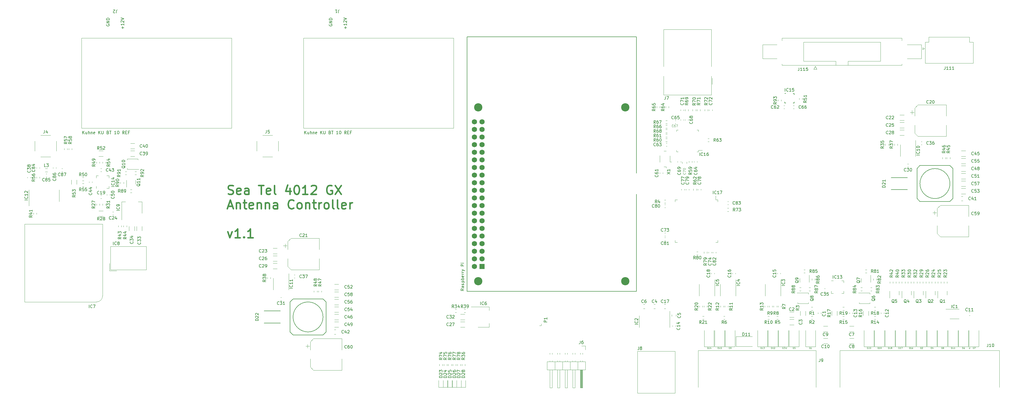
<source format=gbr>
%TF.GenerationSoftware,KiCad,Pcbnew,6.0.2+dfsg-1*%
%TF.CreationDate,2024-06-08T22:33:11+02:00*%
%TF.ProjectId,seatel,73656174-656c-42e6-9b69-6361645f7063,rev?*%
%TF.SameCoordinates,Original*%
%TF.FileFunction,Legend,Top*%
%TF.FilePolarity,Positive*%
%FSLAX46Y46*%
G04 Gerber Fmt 4.6, Leading zero omitted, Abs format (unit mm)*
G04 Created by KiCad (PCBNEW 6.0.2+dfsg-1) date 2024-06-08 22:33:11*
%MOMM*%
%LPD*%
G01*
G04 APERTURE LIST*
%ADD10C,0.150000*%
%ADD11C,0.500000*%
%ADD12C,0.075000*%
%ADD13C,0.120000*%
%ADD14C,2.750000*%
%ADD15R,1.750000X1.750000*%
%ADD16C,1.750000*%
G04 APERTURE END LIST*
D10*
X257000000Y-82500000D02*
X200500000Y-82500000D01*
X200500000Y-82500000D02*
X200500000Y-167500000D01*
X200500000Y-167500000D02*
X257000000Y-167500000D01*
X257000000Y-128000000D02*
X257000000Y-82500000D01*
X257000000Y-167500000D02*
X257000000Y-135000000D01*
X72335595Y-114952380D02*
X72335595Y-113952380D01*
X72907023Y-114952380D02*
X72478452Y-114380952D01*
X72907023Y-113952380D02*
X72335595Y-114523809D01*
X73764166Y-114285714D02*
X73764166Y-114952380D01*
X73335595Y-114285714D02*
X73335595Y-114809523D01*
X73383214Y-114904761D01*
X73478452Y-114952380D01*
X73621309Y-114952380D01*
X73716547Y-114904761D01*
X73764166Y-114857142D01*
X74240357Y-114952380D02*
X74240357Y-113952380D01*
X74668928Y-114952380D02*
X74668928Y-114428571D01*
X74621309Y-114333333D01*
X74526071Y-114285714D01*
X74383214Y-114285714D01*
X74287976Y-114333333D01*
X74240357Y-114380952D01*
X75145119Y-114285714D02*
X75145119Y-114952380D01*
X75145119Y-114380952D02*
X75192738Y-114333333D01*
X75287976Y-114285714D01*
X75430833Y-114285714D01*
X75526071Y-114333333D01*
X75573690Y-114428571D01*
X75573690Y-114952380D01*
X76430833Y-114904761D02*
X76335595Y-114952380D01*
X76145119Y-114952380D01*
X76049880Y-114904761D01*
X76002261Y-114809523D01*
X76002261Y-114428571D01*
X76049880Y-114333333D01*
X76145119Y-114285714D01*
X76335595Y-114285714D01*
X76430833Y-114333333D01*
X76478452Y-114428571D01*
X76478452Y-114523809D01*
X76002261Y-114619047D01*
X77668928Y-114952380D02*
X77668928Y-113952380D01*
X78240357Y-114952380D02*
X77811785Y-114380952D01*
X78240357Y-113952380D02*
X77668928Y-114523809D01*
X78668928Y-113952380D02*
X78668928Y-114761904D01*
X78716547Y-114857142D01*
X78764166Y-114904761D01*
X78859404Y-114952380D01*
X79049880Y-114952380D01*
X79145119Y-114904761D01*
X79192738Y-114857142D01*
X79240357Y-114761904D01*
X79240357Y-113952380D01*
X80811785Y-114428571D02*
X80954642Y-114476190D01*
X81002261Y-114523809D01*
X81049880Y-114619047D01*
X81049880Y-114761904D01*
X81002261Y-114857142D01*
X80954642Y-114904761D01*
X80859404Y-114952380D01*
X80478452Y-114952380D01*
X80478452Y-113952380D01*
X80811785Y-113952380D01*
X80907023Y-114000000D01*
X80954642Y-114047619D01*
X81002261Y-114142857D01*
X81002261Y-114238095D01*
X80954642Y-114333333D01*
X80907023Y-114380952D01*
X80811785Y-114428571D01*
X80478452Y-114428571D01*
X81335595Y-113952380D02*
X81907023Y-113952380D01*
X81621309Y-114952380D02*
X81621309Y-113952380D01*
X83526071Y-114952380D02*
X82954642Y-114952380D01*
X83240357Y-114952380D02*
X83240357Y-113952380D01*
X83145119Y-114095238D01*
X83049880Y-114190476D01*
X82954642Y-114238095D01*
X84145119Y-113952380D02*
X84240357Y-113952380D01*
X84335595Y-114000000D01*
X84383214Y-114047619D01*
X84430833Y-114142857D01*
X84478452Y-114333333D01*
X84478452Y-114571428D01*
X84430833Y-114761904D01*
X84383214Y-114857142D01*
X84335595Y-114904761D01*
X84240357Y-114952380D01*
X84145119Y-114952380D01*
X84049880Y-114904761D01*
X84002261Y-114857142D01*
X83954642Y-114761904D01*
X83907023Y-114571428D01*
X83907023Y-114333333D01*
X83954642Y-114142857D01*
X84002261Y-114047619D01*
X84049880Y-114000000D01*
X84145119Y-113952380D01*
X86240357Y-114952380D02*
X85907023Y-114476190D01*
X85668928Y-114952380D02*
X85668928Y-113952380D01*
X86049880Y-113952380D01*
X86145119Y-114000000D01*
X86192738Y-114047619D01*
X86240357Y-114142857D01*
X86240357Y-114285714D01*
X86192738Y-114380952D01*
X86145119Y-114428571D01*
X86049880Y-114476190D01*
X85668928Y-114476190D01*
X86668928Y-114428571D02*
X87002261Y-114428571D01*
X87145119Y-114952380D02*
X86668928Y-114952380D01*
X86668928Y-113952380D01*
X87145119Y-113952380D01*
X87907023Y-114428571D02*
X87573690Y-114428571D01*
X87573690Y-114952380D02*
X87573690Y-113952380D01*
X88049880Y-113952380D01*
X146335595Y-114952380D02*
X146335595Y-113952380D01*
X146907023Y-114952380D02*
X146478452Y-114380952D01*
X146907023Y-113952380D02*
X146335595Y-114523809D01*
X147764166Y-114285714D02*
X147764166Y-114952380D01*
X147335595Y-114285714D02*
X147335595Y-114809523D01*
X147383214Y-114904761D01*
X147478452Y-114952380D01*
X147621309Y-114952380D01*
X147716547Y-114904761D01*
X147764166Y-114857142D01*
X148240357Y-114952380D02*
X148240357Y-113952380D01*
X148668928Y-114952380D02*
X148668928Y-114428571D01*
X148621309Y-114333333D01*
X148526071Y-114285714D01*
X148383214Y-114285714D01*
X148287976Y-114333333D01*
X148240357Y-114380952D01*
X149145119Y-114285714D02*
X149145119Y-114952380D01*
X149145119Y-114380952D02*
X149192738Y-114333333D01*
X149287976Y-114285714D01*
X149430833Y-114285714D01*
X149526071Y-114333333D01*
X149573690Y-114428571D01*
X149573690Y-114952380D01*
X150430833Y-114904761D02*
X150335595Y-114952380D01*
X150145119Y-114952380D01*
X150049880Y-114904761D01*
X150002261Y-114809523D01*
X150002261Y-114428571D01*
X150049880Y-114333333D01*
X150145119Y-114285714D01*
X150335595Y-114285714D01*
X150430833Y-114333333D01*
X150478452Y-114428571D01*
X150478452Y-114523809D01*
X150002261Y-114619047D01*
X151668928Y-114952380D02*
X151668928Y-113952380D01*
X152240357Y-114952380D02*
X151811785Y-114380952D01*
X152240357Y-113952380D02*
X151668928Y-114523809D01*
X152668928Y-113952380D02*
X152668928Y-114761904D01*
X152716547Y-114857142D01*
X152764166Y-114904761D01*
X152859404Y-114952380D01*
X153049880Y-114952380D01*
X153145119Y-114904761D01*
X153192738Y-114857142D01*
X153240357Y-114761904D01*
X153240357Y-113952380D01*
X154811785Y-114428571D02*
X154954642Y-114476190D01*
X155002261Y-114523809D01*
X155049880Y-114619047D01*
X155049880Y-114761904D01*
X155002261Y-114857142D01*
X154954642Y-114904761D01*
X154859404Y-114952380D01*
X154478452Y-114952380D01*
X154478452Y-113952380D01*
X154811785Y-113952380D01*
X154907023Y-114000000D01*
X154954642Y-114047619D01*
X155002261Y-114142857D01*
X155002261Y-114238095D01*
X154954642Y-114333333D01*
X154907023Y-114380952D01*
X154811785Y-114428571D01*
X154478452Y-114428571D01*
X155335595Y-113952380D02*
X155907023Y-113952380D01*
X155621309Y-114952380D02*
X155621309Y-113952380D01*
X157526071Y-114952380D02*
X156954642Y-114952380D01*
X157240357Y-114952380D02*
X157240357Y-113952380D01*
X157145119Y-114095238D01*
X157049880Y-114190476D01*
X156954642Y-114238095D01*
X158145119Y-113952380D02*
X158240357Y-113952380D01*
X158335595Y-114000000D01*
X158383214Y-114047619D01*
X158430833Y-114142857D01*
X158478452Y-114333333D01*
X158478452Y-114571428D01*
X158430833Y-114761904D01*
X158383214Y-114857142D01*
X158335595Y-114904761D01*
X158240357Y-114952380D01*
X158145119Y-114952380D01*
X158049880Y-114904761D01*
X158002261Y-114857142D01*
X157954642Y-114761904D01*
X157907023Y-114571428D01*
X157907023Y-114333333D01*
X157954642Y-114142857D01*
X158002261Y-114047619D01*
X158049880Y-114000000D01*
X158145119Y-113952380D01*
X160240357Y-114952380D02*
X159907023Y-114476190D01*
X159668928Y-114952380D02*
X159668928Y-113952380D01*
X160049880Y-113952380D01*
X160145119Y-114000000D01*
X160192738Y-114047619D01*
X160240357Y-114142857D01*
X160240357Y-114285714D01*
X160192738Y-114380952D01*
X160145119Y-114428571D01*
X160049880Y-114476190D01*
X159668928Y-114476190D01*
X160668928Y-114428571D02*
X161002261Y-114428571D01*
X161145119Y-114952380D02*
X160668928Y-114952380D01*
X160668928Y-113952380D01*
X161145119Y-113952380D01*
X161907023Y-114428571D02*
X161573690Y-114428571D01*
X161573690Y-114952380D02*
X161573690Y-113952380D01*
X162049880Y-113952380D01*
X199452380Y-166592976D02*
X198976190Y-166926309D01*
X199452380Y-167164404D02*
X198452380Y-167164404D01*
X198452380Y-166783452D01*
X198500000Y-166688214D01*
X198547619Y-166640595D01*
X198642857Y-166592976D01*
X198785714Y-166592976D01*
X198880952Y-166640595D01*
X198928571Y-166688214D01*
X198976190Y-166783452D01*
X198976190Y-167164404D01*
X199452380Y-165735833D02*
X198928571Y-165735833D01*
X198833333Y-165783452D01*
X198785714Y-165878690D01*
X198785714Y-166069166D01*
X198833333Y-166164404D01*
X199404761Y-165735833D02*
X199452380Y-165831071D01*
X199452380Y-166069166D01*
X199404761Y-166164404D01*
X199309523Y-166212023D01*
X199214285Y-166212023D01*
X199119047Y-166164404D01*
X199071428Y-166069166D01*
X199071428Y-165831071D01*
X199023809Y-165735833D01*
X199404761Y-165307261D02*
X199452380Y-165212023D01*
X199452380Y-165021547D01*
X199404761Y-164926309D01*
X199309523Y-164878690D01*
X199261904Y-164878690D01*
X199166666Y-164926309D01*
X199119047Y-165021547D01*
X199119047Y-165164404D01*
X199071428Y-165259642D01*
X198976190Y-165307261D01*
X198928571Y-165307261D01*
X198833333Y-165259642D01*
X198785714Y-165164404D01*
X198785714Y-165021547D01*
X198833333Y-164926309D01*
X198785714Y-164450119D02*
X199785714Y-164450119D01*
X198833333Y-164450119D02*
X198785714Y-164354880D01*
X198785714Y-164164404D01*
X198833333Y-164069166D01*
X198880952Y-164021547D01*
X198976190Y-163973928D01*
X199261904Y-163973928D01*
X199357142Y-164021547D01*
X199404761Y-164069166D01*
X199452380Y-164164404D01*
X199452380Y-164354880D01*
X199404761Y-164450119D01*
X199452380Y-163545357D02*
X198452380Y-163545357D01*
X198833333Y-163545357D02*
X198785714Y-163450119D01*
X198785714Y-163259642D01*
X198833333Y-163164404D01*
X198880952Y-163116785D01*
X198976190Y-163069166D01*
X199261904Y-163069166D01*
X199357142Y-163116785D01*
X199404761Y-163164404D01*
X199452380Y-163259642D01*
X199452380Y-163450119D01*
X199404761Y-163545357D01*
X199404761Y-162259642D02*
X199452380Y-162354880D01*
X199452380Y-162545357D01*
X199404761Y-162640595D01*
X199309523Y-162688214D01*
X198928571Y-162688214D01*
X198833333Y-162640595D01*
X198785714Y-162545357D01*
X198785714Y-162354880D01*
X198833333Y-162259642D01*
X198928571Y-162212023D01*
X199023809Y-162212023D01*
X199119047Y-162688214D01*
X199452380Y-161783452D02*
X198785714Y-161783452D01*
X198976190Y-161783452D02*
X198880952Y-161735833D01*
X198833333Y-161688214D01*
X198785714Y-161592976D01*
X198785714Y-161497738D01*
X199452380Y-161164404D02*
X198785714Y-161164404D01*
X198976190Y-161164404D02*
X198880952Y-161116785D01*
X198833333Y-161069166D01*
X198785714Y-160973928D01*
X198785714Y-160878690D01*
X198785714Y-160640595D02*
X199452380Y-160402500D01*
X198785714Y-160164404D02*
X199452380Y-160402500D01*
X199690476Y-160497738D01*
X199738095Y-160545357D01*
X199785714Y-160640595D01*
X199452380Y-159021547D02*
X198452380Y-159021547D01*
X198452380Y-158640595D01*
X198500000Y-158545357D01*
X198547619Y-158497738D01*
X198642857Y-158450119D01*
X198785714Y-158450119D01*
X198880952Y-158497738D01*
X198928571Y-158545357D01*
X198976190Y-158640595D01*
X198976190Y-159021547D01*
X199452380Y-158021547D02*
X198785714Y-158021547D01*
X198452380Y-158021547D02*
X198500000Y-158069166D01*
X198547619Y-158021547D01*
X198500000Y-157973928D01*
X198452380Y-158021547D01*
X198547619Y-158021547D01*
X80335000Y-78383214D02*
X80287380Y-78478452D01*
X80287380Y-78621309D01*
X80335000Y-78764166D01*
X80430238Y-78859404D01*
X80525476Y-78907023D01*
X80715952Y-78954642D01*
X80858809Y-78954642D01*
X81049285Y-78907023D01*
X81144523Y-78859404D01*
X81239761Y-78764166D01*
X81287380Y-78621309D01*
X81287380Y-78526071D01*
X81239761Y-78383214D01*
X81192142Y-78335595D01*
X80858809Y-78335595D01*
X80858809Y-78526071D01*
X81287380Y-77907023D02*
X80287380Y-77907023D01*
X81287380Y-77335595D01*
X80287380Y-77335595D01*
X81287380Y-76859404D02*
X80287380Y-76859404D01*
X80287380Y-76621309D01*
X80335000Y-76478452D01*
X80430238Y-76383214D01*
X80525476Y-76335595D01*
X80715952Y-76287976D01*
X80858809Y-76287976D01*
X81049285Y-76335595D01*
X81144523Y-76383214D01*
X81239761Y-76478452D01*
X81287380Y-76621309D01*
X81287380Y-76859404D01*
X85736428Y-79859404D02*
X85736428Y-79097500D01*
X86117380Y-79478452D02*
X85355476Y-79478452D01*
X86117380Y-78097500D02*
X86117380Y-78668928D01*
X86117380Y-78383214D02*
X85117380Y-78383214D01*
X85260238Y-78478452D01*
X85355476Y-78573690D01*
X85403095Y-78668928D01*
X85212619Y-77716547D02*
X85165000Y-77668928D01*
X85117380Y-77573690D01*
X85117380Y-77335595D01*
X85165000Y-77240357D01*
X85212619Y-77192738D01*
X85307857Y-77145119D01*
X85403095Y-77145119D01*
X85545952Y-77192738D01*
X86117380Y-77764166D01*
X86117380Y-77145119D01*
X85117380Y-76859404D02*
X86117380Y-76526071D01*
X85117380Y-76192738D01*
X154585000Y-78383214D02*
X154537380Y-78478452D01*
X154537380Y-78621309D01*
X154585000Y-78764166D01*
X154680238Y-78859404D01*
X154775476Y-78907023D01*
X154965952Y-78954642D01*
X155108809Y-78954642D01*
X155299285Y-78907023D01*
X155394523Y-78859404D01*
X155489761Y-78764166D01*
X155537380Y-78621309D01*
X155537380Y-78526071D01*
X155489761Y-78383214D01*
X155442142Y-78335595D01*
X155108809Y-78335595D01*
X155108809Y-78526071D01*
X155537380Y-77907023D02*
X154537380Y-77907023D01*
X155537380Y-77335595D01*
X154537380Y-77335595D01*
X155537380Y-76859404D02*
X154537380Y-76859404D01*
X154537380Y-76621309D01*
X154585000Y-76478452D01*
X154680238Y-76383214D01*
X154775476Y-76335595D01*
X154965952Y-76287976D01*
X155108809Y-76287976D01*
X155299285Y-76335595D01*
X155394523Y-76383214D01*
X155489761Y-76478452D01*
X155537380Y-76621309D01*
X155537380Y-76859404D01*
X159986428Y-79859404D02*
X159986428Y-79097500D01*
X160367380Y-79478452D02*
X159605476Y-79478452D01*
X160367380Y-78097500D02*
X160367380Y-78668928D01*
X160367380Y-78383214D02*
X159367380Y-78383214D01*
X159510238Y-78478452D01*
X159605476Y-78573690D01*
X159653095Y-78668928D01*
X159462619Y-77716547D02*
X159415000Y-77668928D01*
X159367380Y-77573690D01*
X159367380Y-77335595D01*
X159415000Y-77240357D01*
X159462619Y-77192738D01*
X159557857Y-77145119D01*
X159653095Y-77145119D01*
X159795952Y-77192738D01*
X160367380Y-77764166D01*
X160367380Y-77145119D01*
X159367380Y-76859404D02*
X160367380Y-76526071D01*
X159367380Y-76192738D01*
D11*
X120896428Y-134969285D02*
X121325000Y-135112142D01*
X122039285Y-135112142D01*
X122325000Y-134969285D01*
X122467857Y-134826428D01*
X122610714Y-134540714D01*
X122610714Y-134255000D01*
X122467857Y-133969285D01*
X122325000Y-133826428D01*
X122039285Y-133683571D01*
X121467857Y-133540714D01*
X121182142Y-133397857D01*
X121039285Y-133255000D01*
X120896428Y-132969285D01*
X120896428Y-132683571D01*
X121039285Y-132397857D01*
X121182142Y-132255000D01*
X121467857Y-132112142D01*
X122182142Y-132112142D01*
X122610714Y-132255000D01*
X125039285Y-134969285D02*
X124753571Y-135112142D01*
X124182142Y-135112142D01*
X123896428Y-134969285D01*
X123753571Y-134683571D01*
X123753571Y-133540714D01*
X123896428Y-133255000D01*
X124182142Y-133112142D01*
X124753571Y-133112142D01*
X125039285Y-133255000D01*
X125182142Y-133540714D01*
X125182142Y-133826428D01*
X123753571Y-134112142D01*
X127753571Y-135112142D02*
X127753571Y-133540714D01*
X127610714Y-133255000D01*
X127325000Y-133112142D01*
X126753571Y-133112142D01*
X126467857Y-133255000D01*
X127753571Y-134969285D02*
X127467857Y-135112142D01*
X126753571Y-135112142D01*
X126467857Y-134969285D01*
X126325000Y-134683571D01*
X126325000Y-134397857D01*
X126467857Y-134112142D01*
X126753571Y-133969285D01*
X127467857Y-133969285D01*
X127753571Y-133826428D01*
X131039285Y-132112142D02*
X132753571Y-132112142D01*
X131896428Y-135112142D02*
X131896428Y-132112142D01*
X134896428Y-134969285D02*
X134610714Y-135112142D01*
X134039285Y-135112142D01*
X133753571Y-134969285D01*
X133610714Y-134683571D01*
X133610714Y-133540714D01*
X133753571Y-133255000D01*
X134039285Y-133112142D01*
X134610714Y-133112142D01*
X134896428Y-133255000D01*
X135039285Y-133540714D01*
X135039285Y-133826428D01*
X133610714Y-134112142D01*
X136753571Y-135112142D02*
X136467857Y-134969285D01*
X136325000Y-134683571D01*
X136325000Y-132112142D01*
X141467857Y-133112142D02*
X141467857Y-135112142D01*
X140753571Y-131969285D02*
X140039285Y-134112142D01*
X141896428Y-134112142D01*
X143610714Y-132112142D02*
X143896428Y-132112142D01*
X144182142Y-132255000D01*
X144325000Y-132397857D01*
X144467857Y-132683571D01*
X144610714Y-133255000D01*
X144610714Y-133969285D01*
X144467857Y-134540714D01*
X144325000Y-134826428D01*
X144182142Y-134969285D01*
X143896428Y-135112142D01*
X143610714Y-135112142D01*
X143325000Y-134969285D01*
X143182142Y-134826428D01*
X143039285Y-134540714D01*
X142896428Y-133969285D01*
X142896428Y-133255000D01*
X143039285Y-132683571D01*
X143182142Y-132397857D01*
X143325000Y-132255000D01*
X143610714Y-132112142D01*
X147467857Y-135112142D02*
X145753571Y-135112142D01*
X146610714Y-135112142D02*
X146610714Y-132112142D01*
X146325000Y-132540714D01*
X146039285Y-132826428D01*
X145753571Y-132969285D01*
X148610714Y-132397857D02*
X148753571Y-132255000D01*
X149039285Y-132112142D01*
X149753571Y-132112142D01*
X150039285Y-132255000D01*
X150182142Y-132397857D01*
X150325000Y-132683571D01*
X150325000Y-132969285D01*
X150182142Y-133397857D01*
X148467857Y-135112142D01*
X150325000Y-135112142D01*
X155467857Y-132255000D02*
X155182142Y-132112142D01*
X154753571Y-132112142D01*
X154325000Y-132255000D01*
X154039285Y-132540714D01*
X153896428Y-132826428D01*
X153753571Y-133397857D01*
X153753571Y-133826428D01*
X153896428Y-134397857D01*
X154039285Y-134683571D01*
X154325000Y-134969285D01*
X154753571Y-135112142D01*
X155039285Y-135112142D01*
X155467857Y-134969285D01*
X155610714Y-134826428D01*
X155610714Y-133826428D01*
X155039285Y-133826428D01*
X156610714Y-132112142D02*
X158610714Y-135112142D01*
X158610714Y-132112142D02*
X156610714Y-135112142D01*
X120896428Y-139085000D02*
X122325000Y-139085000D01*
X120610714Y-139942142D02*
X121610714Y-136942142D01*
X122610714Y-139942142D01*
X123610714Y-137942142D02*
X123610714Y-139942142D01*
X123610714Y-138227857D02*
X123753571Y-138085000D01*
X124039285Y-137942142D01*
X124467857Y-137942142D01*
X124753571Y-138085000D01*
X124896428Y-138370714D01*
X124896428Y-139942142D01*
X125896428Y-137942142D02*
X127039285Y-137942142D01*
X126325000Y-136942142D02*
X126325000Y-139513571D01*
X126467857Y-139799285D01*
X126753571Y-139942142D01*
X127039285Y-139942142D01*
X129182142Y-139799285D02*
X128896428Y-139942142D01*
X128325000Y-139942142D01*
X128039285Y-139799285D01*
X127896428Y-139513571D01*
X127896428Y-138370714D01*
X128039285Y-138085000D01*
X128325000Y-137942142D01*
X128896428Y-137942142D01*
X129182142Y-138085000D01*
X129325000Y-138370714D01*
X129325000Y-138656428D01*
X127896428Y-138942142D01*
X130610714Y-137942142D02*
X130610714Y-139942142D01*
X130610714Y-138227857D02*
X130753571Y-138085000D01*
X131039285Y-137942142D01*
X131467857Y-137942142D01*
X131753571Y-138085000D01*
X131896428Y-138370714D01*
X131896428Y-139942142D01*
X133325000Y-137942142D02*
X133325000Y-139942142D01*
X133325000Y-138227857D02*
X133467857Y-138085000D01*
X133753571Y-137942142D01*
X134182142Y-137942142D01*
X134467857Y-138085000D01*
X134610714Y-138370714D01*
X134610714Y-139942142D01*
X137325000Y-139942142D02*
X137325000Y-138370714D01*
X137182142Y-138085000D01*
X136896428Y-137942142D01*
X136325000Y-137942142D01*
X136039285Y-138085000D01*
X137325000Y-139799285D02*
X137039285Y-139942142D01*
X136325000Y-139942142D01*
X136039285Y-139799285D01*
X135896428Y-139513571D01*
X135896428Y-139227857D01*
X136039285Y-138942142D01*
X136325000Y-138799285D01*
X137039285Y-138799285D01*
X137325000Y-138656428D01*
X142753571Y-139656428D02*
X142610714Y-139799285D01*
X142182142Y-139942142D01*
X141896428Y-139942142D01*
X141467857Y-139799285D01*
X141182142Y-139513571D01*
X141039285Y-139227857D01*
X140896428Y-138656428D01*
X140896428Y-138227857D01*
X141039285Y-137656428D01*
X141182142Y-137370714D01*
X141467857Y-137085000D01*
X141896428Y-136942142D01*
X142182142Y-136942142D01*
X142610714Y-137085000D01*
X142753571Y-137227857D01*
X144467857Y-139942142D02*
X144182142Y-139799285D01*
X144039285Y-139656428D01*
X143896428Y-139370714D01*
X143896428Y-138513571D01*
X144039285Y-138227857D01*
X144182142Y-138085000D01*
X144467857Y-137942142D01*
X144896428Y-137942142D01*
X145182142Y-138085000D01*
X145325000Y-138227857D01*
X145467857Y-138513571D01*
X145467857Y-139370714D01*
X145325000Y-139656428D01*
X145182142Y-139799285D01*
X144896428Y-139942142D01*
X144467857Y-139942142D01*
X146753571Y-137942142D02*
X146753571Y-139942142D01*
X146753571Y-138227857D02*
X146896428Y-138085000D01*
X147182142Y-137942142D01*
X147610714Y-137942142D01*
X147896428Y-138085000D01*
X148039285Y-138370714D01*
X148039285Y-139942142D01*
X149039285Y-137942142D02*
X150182142Y-137942142D01*
X149467857Y-136942142D02*
X149467857Y-139513571D01*
X149610714Y-139799285D01*
X149896428Y-139942142D01*
X150182142Y-139942142D01*
X151182142Y-139942142D02*
X151182142Y-137942142D01*
X151182142Y-138513571D02*
X151325000Y-138227857D01*
X151467857Y-138085000D01*
X151753571Y-137942142D01*
X152039285Y-137942142D01*
X153467857Y-139942142D02*
X153182142Y-139799285D01*
X153039285Y-139656428D01*
X152896428Y-139370714D01*
X152896428Y-138513571D01*
X153039285Y-138227857D01*
X153182142Y-138085000D01*
X153467857Y-137942142D01*
X153896428Y-137942142D01*
X154182142Y-138085000D01*
X154325000Y-138227857D01*
X154467857Y-138513571D01*
X154467857Y-139370714D01*
X154325000Y-139656428D01*
X154182142Y-139799285D01*
X153896428Y-139942142D01*
X153467857Y-139942142D01*
X156182142Y-139942142D02*
X155896428Y-139799285D01*
X155753571Y-139513571D01*
X155753571Y-136942142D01*
X157753571Y-139942142D02*
X157467857Y-139799285D01*
X157325000Y-139513571D01*
X157325000Y-136942142D01*
X160039285Y-139799285D02*
X159753571Y-139942142D01*
X159182142Y-139942142D01*
X158896428Y-139799285D01*
X158753571Y-139513571D01*
X158753571Y-138370714D01*
X158896428Y-138085000D01*
X159182142Y-137942142D01*
X159753571Y-137942142D01*
X160039285Y-138085000D01*
X160182142Y-138370714D01*
X160182142Y-138656428D01*
X158753571Y-138942142D01*
X161467857Y-139942142D02*
X161467857Y-137942142D01*
X161467857Y-138513571D02*
X161610714Y-138227857D01*
X161753571Y-138085000D01*
X162039285Y-137942142D01*
X162325000Y-137942142D01*
X120753571Y-147602142D02*
X121467857Y-149602142D01*
X122182142Y-147602142D01*
X124896428Y-149602142D02*
X123182142Y-149602142D01*
X124039285Y-149602142D02*
X124039285Y-146602142D01*
X123753571Y-147030714D01*
X123467857Y-147316428D01*
X123182142Y-147459285D01*
X126182142Y-149316428D02*
X126325000Y-149459285D01*
X126182142Y-149602142D01*
X126039285Y-149459285D01*
X126182142Y-149316428D01*
X126182142Y-149602142D01*
X129182142Y-149602142D02*
X127467857Y-149602142D01*
X128325000Y-149602142D02*
X128325000Y-146602142D01*
X128039285Y-147030714D01*
X127753571Y-147316428D01*
X127467857Y-147459285D01*
D10*
%TO.C,J6*%
X238261666Y-183942380D02*
X238261666Y-184656666D01*
X238214047Y-184799523D01*
X238118809Y-184894761D01*
X237975952Y-184942380D01*
X237880714Y-184942380D01*
X239166428Y-183942380D02*
X238975952Y-183942380D01*
X238880714Y-183990000D01*
X238833095Y-184037619D01*
X238737857Y-184180476D01*
X238690238Y-184370952D01*
X238690238Y-184751904D01*
X238737857Y-184847142D01*
X238785476Y-184894761D01*
X238880714Y-184942380D01*
X239071190Y-184942380D01*
X239166428Y-184894761D01*
X239214047Y-184847142D01*
X239261666Y-184751904D01*
X239261666Y-184513809D01*
X239214047Y-184418571D01*
X239166428Y-184370952D01*
X239071190Y-184323333D01*
X238880714Y-184323333D01*
X238785476Y-184370952D01*
X238737857Y-184418571D01*
X238690238Y-184513809D01*
%TO.C,R73*%
X289857142Y-140702380D02*
X289523809Y-140226190D01*
X289285714Y-140702380D02*
X289285714Y-139702380D01*
X289666666Y-139702380D01*
X289761904Y-139750000D01*
X289809523Y-139797619D01*
X289857142Y-139892857D01*
X289857142Y-140035714D01*
X289809523Y-140130952D01*
X289761904Y-140178571D01*
X289666666Y-140226190D01*
X289285714Y-140226190D01*
X290190476Y-139702380D02*
X290857142Y-139702380D01*
X290428571Y-140702380D01*
X291142857Y-139702380D02*
X291761904Y-139702380D01*
X291428571Y-140083333D01*
X291571428Y-140083333D01*
X291666666Y-140130952D01*
X291714285Y-140178571D01*
X291761904Y-140273809D01*
X291761904Y-140511904D01*
X291714285Y-140607142D01*
X291666666Y-140654761D01*
X291571428Y-140702380D01*
X291285714Y-140702380D01*
X291190476Y-140654761D01*
X291142857Y-140607142D01*
%TO.C,R84*%
X330202380Y-167392857D02*
X329726190Y-167726190D01*
X330202380Y-167964285D02*
X329202380Y-167964285D01*
X329202380Y-167583333D01*
X329250000Y-167488095D01*
X329297619Y-167440476D01*
X329392857Y-167392857D01*
X329535714Y-167392857D01*
X329630952Y-167440476D01*
X329678571Y-167488095D01*
X329726190Y-167583333D01*
X329726190Y-167964285D01*
X329630952Y-166821428D02*
X329583333Y-166916666D01*
X329535714Y-166964285D01*
X329440476Y-167011904D01*
X329392857Y-167011904D01*
X329297619Y-166964285D01*
X329250000Y-166916666D01*
X329202380Y-166821428D01*
X329202380Y-166630952D01*
X329250000Y-166535714D01*
X329297619Y-166488095D01*
X329392857Y-166440476D01*
X329440476Y-166440476D01*
X329535714Y-166488095D01*
X329583333Y-166535714D01*
X329630952Y-166630952D01*
X329630952Y-166821428D01*
X329678571Y-166916666D01*
X329726190Y-166964285D01*
X329821428Y-167011904D01*
X330011904Y-167011904D01*
X330107142Y-166964285D01*
X330154761Y-166916666D01*
X330202380Y-166821428D01*
X330202380Y-166630952D01*
X330154761Y-166535714D01*
X330107142Y-166488095D01*
X330011904Y-166440476D01*
X329821428Y-166440476D01*
X329726190Y-166488095D01*
X329678571Y-166535714D01*
X329630952Y-166630952D01*
X329535714Y-165583333D02*
X330202380Y-165583333D01*
X329154761Y-165821428D02*
X329869047Y-166059523D01*
X329869047Y-165440476D01*
%TO.C,C35*%
X319107142Y-168757142D02*
X319059523Y-168804761D01*
X318916666Y-168852380D01*
X318821428Y-168852380D01*
X318678571Y-168804761D01*
X318583333Y-168709523D01*
X318535714Y-168614285D01*
X318488095Y-168423809D01*
X318488095Y-168280952D01*
X318535714Y-168090476D01*
X318583333Y-167995238D01*
X318678571Y-167900000D01*
X318821428Y-167852380D01*
X318916666Y-167852380D01*
X319059523Y-167900000D01*
X319107142Y-167947619D01*
X319440476Y-167852380D02*
X320059523Y-167852380D01*
X319726190Y-168233333D01*
X319869047Y-168233333D01*
X319964285Y-168280952D01*
X320011904Y-168328571D01*
X320059523Y-168423809D01*
X320059523Y-168661904D01*
X320011904Y-168757142D01*
X319964285Y-168804761D01*
X319869047Y-168852380D01*
X319583333Y-168852380D01*
X319488095Y-168804761D01*
X319440476Y-168757142D01*
X320964285Y-167852380D02*
X320488095Y-167852380D01*
X320440476Y-168328571D01*
X320488095Y-168280952D01*
X320583333Y-168233333D01*
X320821428Y-168233333D01*
X320916666Y-168280952D01*
X320964285Y-168328571D01*
X321011904Y-168423809D01*
X321011904Y-168661904D01*
X320964285Y-168757142D01*
X320916666Y-168804761D01*
X320821428Y-168852380D01*
X320583333Y-168852380D01*
X320488095Y-168804761D01*
X320440476Y-168757142D01*
D12*
%TO.C,D8*%
X358630952Y-186626190D02*
X358630952Y-186126190D01*
X358750000Y-186126190D01*
X358821428Y-186150000D01*
X358869047Y-186197619D01*
X358892857Y-186245238D01*
X358916666Y-186340476D01*
X358916666Y-186411904D01*
X358892857Y-186507142D01*
X358869047Y-186554761D01*
X358821428Y-186602380D01*
X358750000Y-186626190D01*
X358630952Y-186626190D01*
X359202380Y-186340476D02*
X359154761Y-186316666D01*
X359130952Y-186292857D01*
X359107142Y-186245238D01*
X359107142Y-186221428D01*
X359130952Y-186173809D01*
X359154761Y-186150000D01*
X359202380Y-186126190D01*
X359297619Y-186126190D01*
X359345238Y-186150000D01*
X359369047Y-186173809D01*
X359392857Y-186221428D01*
X359392857Y-186245238D01*
X359369047Y-186292857D01*
X359345238Y-186316666D01*
X359297619Y-186340476D01*
X359202380Y-186340476D01*
X359154761Y-186364285D01*
X359130952Y-186388095D01*
X359107142Y-186435714D01*
X359107142Y-186530952D01*
X359130952Y-186578571D01*
X359154761Y-186602380D01*
X359202380Y-186626190D01*
X359297619Y-186626190D01*
X359345238Y-186602380D01*
X359369047Y-186578571D01*
X359392857Y-186530952D01*
X359392857Y-186435714D01*
X359369047Y-186388095D01*
X359345238Y-186364285D01*
X359297619Y-186340476D01*
D10*
%TO.C,J1*%
X157583333Y-74547619D02*
X157583333Y-73833333D01*
X157630952Y-73690476D01*
X157726190Y-73595238D01*
X157869047Y-73547619D01*
X157964285Y-73547619D01*
X156583333Y-73547619D02*
X157154761Y-73547619D01*
X156869047Y-73547619D02*
X156869047Y-74547619D01*
X156964285Y-74404761D01*
X157059523Y-74309523D01*
X157154761Y-74261904D01*
%TO.C,Q4*%
X346954761Y-171297619D02*
X346859523Y-171250000D01*
X346764285Y-171154761D01*
X346621428Y-171011904D01*
X346526190Y-170964285D01*
X346430952Y-170964285D01*
X346478571Y-171202380D02*
X346383333Y-171154761D01*
X346288095Y-171059523D01*
X346240476Y-170869047D01*
X346240476Y-170535714D01*
X346288095Y-170345238D01*
X346383333Y-170250000D01*
X346478571Y-170202380D01*
X346669047Y-170202380D01*
X346764285Y-170250000D01*
X346859523Y-170345238D01*
X346907142Y-170535714D01*
X346907142Y-170869047D01*
X346859523Y-171059523D01*
X346764285Y-171154761D01*
X346669047Y-171202380D01*
X346478571Y-171202380D01*
X347764285Y-170535714D02*
X347764285Y-171202380D01*
X347526190Y-170154761D02*
X347288095Y-170869047D01*
X347907142Y-170869047D01*
%TO.C,R52*%
X77857142Y-120132380D02*
X77523809Y-119656190D01*
X77285714Y-120132380D02*
X77285714Y-119132380D01*
X77666666Y-119132380D01*
X77761904Y-119180000D01*
X77809523Y-119227619D01*
X77857142Y-119322857D01*
X77857142Y-119465714D01*
X77809523Y-119560952D01*
X77761904Y-119608571D01*
X77666666Y-119656190D01*
X77285714Y-119656190D01*
X78761904Y-119132380D02*
X78285714Y-119132380D01*
X78238095Y-119608571D01*
X78285714Y-119560952D01*
X78380952Y-119513333D01*
X78619047Y-119513333D01*
X78714285Y-119560952D01*
X78761904Y-119608571D01*
X78809523Y-119703809D01*
X78809523Y-119941904D01*
X78761904Y-120037142D01*
X78714285Y-120084761D01*
X78619047Y-120132380D01*
X78380952Y-120132380D01*
X78285714Y-120084761D01*
X78238095Y-120037142D01*
X79190476Y-119227619D02*
X79238095Y-119180000D01*
X79333333Y-119132380D01*
X79571428Y-119132380D01*
X79666666Y-119180000D01*
X79714285Y-119227619D01*
X79761904Y-119322857D01*
X79761904Y-119418095D01*
X79714285Y-119560952D01*
X79142857Y-120132380D01*
X79761904Y-120132380D01*
%TO.C,C42*%
X159357142Y-181357142D02*
X159309523Y-181404761D01*
X159166666Y-181452380D01*
X159071428Y-181452380D01*
X158928571Y-181404761D01*
X158833333Y-181309523D01*
X158785714Y-181214285D01*
X158738095Y-181023809D01*
X158738095Y-180880952D01*
X158785714Y-180690476D01*
X158833333Y-180595238D01*
X158928571Y-180500000D01*
X159071428Y-180452380D01*
X159166666Y-180452380D01*
X159309523Y-180500000D01*
X159357142Y-180547619D01*
X160214285Y-180785714D02*
X160214285Y-181452380D01*
X159976190Y-180404761D02*
X159738095Y-181119047D01*
X160357142Y-181119047D01*
X160690476Y-180547619D02*
X160738095Y-180500000D01*
X160833333Y-180452380D01*
X161071428Y-180452380D01*
X161166666Y-180500000D01*
X161214285Y-180547619D01*
X161261904Y-180642857D01*
X161261904Y-180738095D01*
X161214285Y-180880952D01*
X160642857Y-181452380D01*
X161261904Y-181452380D01*
%TO.C,D27*%
X198252380Y-196214285D02*
X197252380Y-196214285D01*
X197252380Y-195976190D01*
X197300000Y-195833333D01*
X197395238Y-195738095D01*
X197490476Y-195690476D01*
X197680952Y-195642857D01*
X197823809Y-195642857D01*
X198014285Y-195690476D01*
X198109523Y-195738095D01*
X198204761Y-195833333D01*
X198252380Y-195976190D01*
X198252380Y-196214285D01*
X197347619Y-195261904D02*
X197300000Y-195214285D01*
X197252380Y-195119047D01*
X197252380Y-194880952D01*
X197300000Y-194785714D01*
X197347619Y-194738095D01*
X197442857Y-194690476D01*
X197538095Y-194690476D01*
X197680952Y-194738095D01*
X198252380Y-195309523D01*
X198252380Y-194690476D01*
X197252380Y-194357142D02*
X197252380Y-193690476D01*
X198252380Y-194119047D01*
%TO.C,C62*%
X302557142Y-106357142D02*
X302509523Y-106404761D01*
X302366666Y-106452380D01*
X302271428Y-106452380D01*
X302128571Y-106404761D01*
X302033333Y-106309523D01*
X301985714Y-106214285D01*
X301938095Y-106023809D01*
X301938095Y-105880952D01*
X301985714Y-105690476D01*
X302033333Y-105595238D01*
X302128571Y-105500000D01*
X302271428Y-105452380D01*
X302366666Y-105452380D01*
X302509523Y-105500000D01*
X302557142Y-105547619D01*
X303414285Y-105452380D02*
X303223809Y-105452380D01*
X303128571Y-105500000D01*
X303080952Y-105547619D01*
X302985714Y-105690476D01*
X302938095Y-105880952D01*
X302938095Y-106261904D01*
X302985714Y-106357142D01*
X303033333Y-106404761D01*
X303128571Y-106452380D01*
X303319047Y-106452380D01*
X303414285Y-106404761D01*
X303461904Y-106357142D01*
X303509523Y-106261904D01*
X303509523Y-106023809D01*
X303461904Y-105928571D01*
X303414285Y-105880952D01*
X303319047Y-105833333D01*
X303128571Y-105833333D01*
X303033333Y-105880952D01*
X302985714Y-105928571D01*
X302938095Y-106023809D01*
X303890476Y-105547619D02*
X303938095Y-105500000D01*
X304033333Y-105452380D01*
X304271428Y-105452380D01*
X304366666Y-105500000D01*
X304414285Y-105547619D01*
X304461904Y-105642857D01*
X304461904Y-105738095D01*
X304414285Y-105880952D01*
X303842857Y-106452380D01*
X304461904Y-106452380D01*
%TO.C,R66*%
X263357142Y-112952380D02*
X263023809Y-112476190D01*
X262785714Y-112952380D02*
X262785714Y-111952380D01*
X263166666Y-111952380D01*
X263261904Y-112000000D01*
X263309523Y-112047619D01*
X263357142Y-112142857D01*
X263357142Y-112285714D01*
X263309523Y-112380952D01*
X263261904Y-112428571D01*
X263166666Y-112476190D01*
X262785714Y-112476190D01*
X264214285Y-111952380D02*
X264023809Y-111952380D01*
X263928571Y-112000000D01*
X263880952Y-112047619D01*
X263785714Y-112190476D01*
X263738095Y-112380952D01*
X263738095Y-112761904D01*
X263785714Y-112857142D01*
X263833333Y-112904761D01*
X263928571Y-112952380D01*
X264119047Y-112952380D01*
X264214285Y-112904761D01*
X264261904Y-112857142D01*
X264309523Y-112761904D01*
X264309523Y-112523809D01*
X264261904Y-112428571D01*
X264214285Y-112380952D01*
X264119047Y-112333333D01*
X263928571Y-112333333D01*
X263833333Y-112380952D01*
X263785714Y-112428571D01*
X263738095Y-112523809D01*
X265166666Y-111952380D02*
X264976190Y-111952380D01*
X264880952Y-112000000D01*
X264833333Y-112047619D01*
X264738095Y-112190476D01*
X264690476Y-112380952D01*
X264690476Y-112761904D01*
X264738095Y-112857142D01*
X264785714Y-112904761D01*
X264880952Y-112952380D01*
X265071428Y-112952380D01*
X265166666Y-112904761D01*
X265214285Y-112857142D01*
X265261904Y-112761904D01*
X265261904Y-112523809D01*
X265214285Y-112428571D01*
X265166666Y-112380952D01*
X265071428Y-112333333D01*
X264880952Y-112333333D01*
X264785714Y-112380952D01*
X264738095Y-112428571D01*
X264690476Y-112523809D01*
%TO.C,R10*%
X300357142Y-178202380D02*
X300023809Y-177726190D01*
X299785714Y-178202380D02*
X299785714Y-177202380D01*
X300166666Y-177202380D01*
X300261904Y-177250000D01*
X300309523Y-177297619D01*
X300357142Y-177392857D01*
X300357142Y-177535714D01*
X300309523Y-177630952D01*
X300261904Y-177678571D01*
X300166666Y-177726190D01*
X299785714Y-177726190D01*
X301309523Y-178202380D02*
X300738095Y-178202380D01*
X301023809Y-178202380D02*
X301023809Y-177202380D01*
X300928571Y-177345238D01*
X300833333Y-177440476D01*
X300738095Y-177488095D01*
X301928571Y-177202380D02*
X302023809Y-177202380D01*
X302119047Y-177250000D01*
X302166666Y-177297619D01*
X302214285Y-177392857D01*
X302261904Y-177583333D01*
X302261904Y-177821428D01*
X302214285Y-178011904D01*
X302166666Y-178107142D01*
X302119047Y-178154761D01*
X302023809Y-178202380D01*
X301928571Y-178202380D01*
X301833333Y-178154761D01*
X301785714Y-178107142D01*
X301738095Y-178011904D01*
X301690476Y-177821428D01*
X301690476Y-177583333D01*
X301738095Y-177392857D01*
X301785714Y-177297619D01*
X301833333Y-177250000D01*
X301928571Y-177202380D01*
%TO.C,Q5*%
X342904761Y-171297619D02*
X342809523Y-171250000D01*
X342714285Y-171154761D01*
X342571428Y-171011904D01*
X342476190Y-170964285D01*
X342380952Y-170964285D01*
X342428571Y-171202380D02*
X342333333Y-171154761D01*
X342238095Y-171059523D01*
X342190476Y-170869047D01*
X342190476Y-170535714D01*
X342238095Y-170345238D01*
X342333333Y-170250000D01*
X342428571Y-170202380D01*
X342619047Y-170202380D01*
X342714285Y-170250000D01*
X342809523Y-170345238D01*
X342857142Y-170535714D01*
X342857142Y-170869047D01*
X342809523Y-171059523D01*
X342714285Y-171154761D01*
X342619047Y-171202380D01*
X342428571Y-171202380D01*
X343761904Y-170202380D02*
X343285714Y-170202380D01*
X343238095Y-170678571D01*
X343285714Y-170630952D01*
X343380952Y-170583333D01*
X343619047Y-170583333D01*
X343714285Y-170630952D01*
X343761904Y-170678571D01*
X343809523Y-170773809D01*
X343809523Y-171011904D01*
X343761904Y-171107142D01*
X343714285Y-171154761D01*
X343619047Y-171202380D01*
X343380952Y-171202380D01*
X343285714Y-171154761D01*
X343238095Y-171107142D01*
%TO.C,R90*%
X84452380Y-131892857D02*
X83976190Y-132226190D01*
X84452380Y-132464285D02*
X83452380Y-132464285D01*
X83452380Y-132083333D01*
X83500000Y-131988095D01*
X83547619Y-131940476D01*
X83642857Y-131892857D01*
X83785714Y-131892857D01*
X83880952Y-131940476D01*
X83928571Y-131988095D01*
X83976190Y-132083333D01*
X83976190Y-132464285D01*
X84452380Y-131416666D02*
X84452380Y-131226190D01*
X84404761Y-131130952D01*
X84357142Y-131083333D01*
X84214285Y-130988095D01*
X84023809Y-130940476D01*
X83642857Y-130940476D01*
X83547619Y-130988095D01*
X83500000Y-131035714D01*
X83452380Y-131130952D01*
X83452380Y-131321428D01*
X83500000Y-131416666D01*
X83547619Y-131464285D01*
X83642857Y-131511904D01*
X83880952Y-131511904D01*
X83976190Y-131464285D01*
X84023809Y-131416666D01*
X84071428Y-131321428D01*
X84071428Y-131130952D01*
X84023809Y-131035714D01*
X83976190Y-130988095D01*
X83880952Y-130940476D01*
X83452380Y-130321428D02*
X83452380Y-130226190D01*
X83500000Y-130130952D01*
X83547619Y-130083333D01*
X83642857Y-130035714D01*
X83833333Y-129988095D01*
X84071428Y-129988095D01*
X84261904Y-130035714D01*
X84357142Y-130083333D01*
X84404761Y-130130952D01*
X84452380Y-130226190D01*
X84452380Y-130321428D01*
X84404761Y-130416666D01*
X84357142Y-130464285D01*
X84261904Y-130511904D01*
X84071428Y-130559523D01*
X83833333Y-130559523D01*
X83642857Y-130511904D01*
X83547619Y-130464285D01*
X83500000Y-130416666D01*
X83452380Y-130321428D01*
D12*
%TO.C,D14*%
X280592857Y-186626190D02*
X280592857Y-186126190D01*
X280711904Y-186126190D01*
X280783333Y-186150000D01*
X280830952Y-186197619D01*
X280854761Y-186245238D01*
X280878571Y-186340476D01*
X280878571Y-186411904D01*
X280854761Y-186507142D01*
X280830952Y-186554761D01*
X280783333Y-186602380D01*
X280711904Y-186626190D01*
X280592857Y-186626190D01*
X281354761Y-186626190D02*
X281069047Y-186626190D01*
X281211904Y-186626190D02*
X281211904Y-186126190D01*
X281164285Y-186197619D01*
X281116666Y-186245238D01*
X281069047Y-186269047D01*
X281783333Y-186292857D02*
X281783333Y-186626190D01*
X281664285Y-186102380D02*
X281545238Y-186459523D01*
X281854761Y-186459523D01*
D10*
%TO.C,R93*%
X303702380Y-104392857D02*
X303226190Y-104726190D01*
X303702380Y-104964285D02*
X302702380Y-104964285D01*
X302702380Y-104583333D01*
X302750000Y-104488095D01*
X302797619Y-104440476D01*
X302892857Y-104392857D01*
X303035714Y-104392857D01*
X303130952Y-104440476D01*
X303178571Y-104488095D01*
X303226190Y-104583333D01*
X303226190Y-104964285D01*
X303702380Y-103916666D02*
X303702380Y-103726190D01*
X303654761Y-103630952D01*
X303607142Y-103583333D01*
X303464285Y-103488095D01*
X303273809Y-103440476D01*
X302892857Y-103440476D01*
X302797619Y-103488095D01*
X302750000Y-103535714D01*
X302702380Y-103630952D01*
X302702380Y-103821428D01*
X302750000Y-103916666D01*
X302797619Y-103964285D01*
X302892857Y-104011904D01*
X303130952Y-104011904D01*
X303226190Y-103964285D01*
X303273809Y-103916666D01*
X303321428Y-103821428D01*
X303321428Y-103630952D01*
X303273809Y-103535714D01*
X303226190Y-103488095D01*
X303130952Y-103440476D01*
X302702380Y-103107142D02*
X302702380Y-102488095D01*
X303083333Y-102821428D01*
X303083333Y-102678571D01*
X303130952Y-102583333D01*
X303178571Y-102535714D01*
X303273809Y-102488095D01*
X303511904Y-102488095D01*
X303607142Y-102535714D01*
X303654761Y-102583333D01*
X303702380Y-102678571D01*
X303702380Y-102964285D01*
X303654761Y-103059523D01*
X303607142Y-103107142D01*
%TO.C,R17*%
X321632380Y-175392857D02*
X321156190Y-175726190D01*
X321632380Y-175964285D02*
X320632380Y-175964285D01*
X320632380Y-175583333D01*
X320680000Y-175488095D01*
X320727619Y-175440476D01*
X320822857Y-175392857D01*
X320965714Y-175392857D01*
X321060952Y-175440476D01*
X321108571Y-175488095D01*
X321156190Y-175583333D01*
X321156190Y-175964285D01*
X321632380Y-174440476D02*
X321632380Y-175011904D01*
X321632380Y-174726190D02*
X320632380Y-174726190D01*
X320775238Y-174821428D01*
X320870476Y-174916666D01*
X320918095Y-175011904D01*
X320632380Y-174107142D02*
X320632380Y-173440476D01*
X321632380Y-173869047D01*
D12*
%TO.C,D5*%
X309130952Y-186626190D02*
X309130952Y-186126190D01*
X309250000Y-186126190D01*
X309321428Y-186150000D01*
X309369047Y-186197619D01*
X309392857Y-186245238D01*
X309416666Y-186340476D01*
X309416666Y-186411904D01*
X309392857Y-186507142D01*
X309369047Y-186554761D01*
X309321428Y-186602380D01*
X309250000Y-186626190D01*
X309130952Y-186626190D01*
X309869047Y-186126190D02*
X309630952Y-186126190D01*
X309607142Y-186364285D01*
X309630952Y-186340476D01*
X309678571Y-186316666D01*
X309797619Y-186316666D01*
X309845238Y-186340476D01*
X309869047Y-186364285D01*
X309892857Y-186411904D01*
X309892857Y-186530952D01*
X309869047Y-186578571D01*
X309845238Y-186602380D01*
X309797619Y-186626190D01*
X309678571Y-186626190D01*
X309630952Y-186602380D01*
X309607142Y-186578571D01*
D10*
%TO.C,C12*%
X340857142Y-175392857D02*
X340904761Y-175440476D01*
X340952380Y-175583333D01*
X340952380Y-175678571D01*
X340904761Y-175821428D01*
X340809523Y-175916666D01*
X340714285Y-175964285D01*
X340523809Y-176011904D01*
X340380952Y-176011904D01*
X340190476Y-175964285D01*
X340095238Y-175916666D01*
X340000000Y-175821428D01*
X339952380Y-175678571D01*
X339952380Y-175583333D01*
X340000000Y-175440476D01*
X340047619Y-175392857D01*
X340952380Y-174440476D02*
X340952380Y-175011904D01*
X340952380Y-174726190D02*
X339952380Y-174726190D01*
X340095238Y-174821428D01*
X340190476Y-174916666D01*
X340238095Y-175011904D01*
X340047619Y-174059523D02*
X340000000Y-174011904D01*
X339952380Y-173916666D01*
X339952380Y-173678571D01*
X340000000Y-173583333D01*
X340047619Y-173535714D01*
X340142857Y-173488095D01*
X340238095Y-173488095D01*
X340380952Y-173535714D01*
X340952380Y-174107142D01*
X340952380Y-173488095D01*
%TO.C,R82*%
X338452380Y-164142857D02*
X337976190Y-164476190D01*
X338452380Y-164714285D02*
X337452380Y-164714285D01*
X337452380Y-164333333D01*
X337500000Y-164238095D01*
X337547619Y-164190476D01*
X337642857Y-164142857D01*
X337785714Y-164142857D01*
X337880952Y-164190476D01*
X337928571Y-164238095D01*
X337976190Y-164333333D01*
X337976190Y-164714285D01*
X337880952Y-163571428D02*
X337833333Y-163666666D01*
X337785714Y-163714285D01*
X337690476Y-163761904D01*
X337642857Y-163761904D01*
X337547619Y-163714285D01*
X337500000Y-163666666D01*
X337452380Y-163571428D01*
X337452380Y-163380952D01*
X337500000Y-163285714D01*
X337547619Y-163238095D01*
X337642857Y-163190476D01*
X337690476Y-163190476D01*
X337785714Y-163238095D01*
X337833333Y-163285714D01*
X337880952Y-163380952D01*
X337880952Y-163571428D01*
X337928571Y-163666666D01*
X337976190Y-163714285D01*
X338071428Y-163761904D01*
X338261904Y-163761904D01*
X338357142Y-163714285D01*
X338404761Y-163666666D01*
X338452380Y-163571428D01*
X338452380Y-163380952D01*
X338404761Y-163285714D01*
X338357142Y-163238095D01*
X338261904Y-163190476D01*
X338071428Y-163190476D01*
X337976190Y-163238095D01*
X337928571Y-163285714D01*
X337880952Y-163380952D01*
X337547619Y-162809523D02*
X337500000Y-162761904D01*
X337452380Y-162666666D01*
X337452380Y-162428571D01*
X337500000Y-162333333D01*
X337547619Y-162285714D01*
X337642857Y-162238095D01*
X337738095Y-162238095D01*
X337880952Y-162285714D01*
X338452380Y-162857142D01*
X338452380Y-162238095D01*
%TO.C,R64*%
X266272380Y-106642857D02*
X265796190Y-106976190D01*
X266272380Y-107214285D02*
X265272380Y-107214285D01*
X265272380Y-106833333D01*
X265320000Y-106738095D01*
X265367619Y-106690476D01*
X265462857Y-106642857D01*
X265605714Y-106642857D01*
X265700952Y-106690476D01*
X265748571Y-106738095D01*
X265796190Y-106833333D01*
X265796190Y-107214285D01*
X265272380Y-105785714D02*
X265272380Y-105976190D01*
X265320000Y-106071428D01*
X265367619Y-106119047D01*
X265510476Y-106214285D01*
X265700952Y-106261904D01*
X266081904Y-106261904D01*
X266177142Y-106214285D01*
X266224761Y-106166666D01*
X266272380Y-106071428D01*
X266272380Y-105880952D01*
X266224761Y-105785714D01*
X266177142Y-105738095D01*
X266081904Y-105690476D01*
X265843809Y-105690476D01*
X265748571Y-105738095D01*
X265700952Y-105785714D01*
X265653333Y-105880952D01*
X265653333Y-106071428D01*
X265700952Y-106166666D01*
X265748571Y-106214285D01*
X265843809Y-106261904D01*
X265605714Y-104833333D02*
X266272380Y-104833333D01*
X265224761Y-105071428D02*
X265939047Y-105309523D01*
X265939047Y-104690476D01*
%TO.C,C19*%
X77857142Y-134927142D02*
X77809523Y-134974761D01*
X77666666Y-135022380D01*
X77571428Y-135022380D01*
X77428571Y-134974761D01*
X77333333Y-134879523D01*
X77285714Y-134784285D01*
X77238095Y-134593809D01*
X77238095Y-134450952D01*
X77285714Y-134260476D01*
X77333333Y-134165238D01*
X77428571Y-134070000D01*
X77571428Y-134022380D01*
X77666666Y-134022380D01*
X77809523Y-134070000D01*
X77857142Y-134117619D01*
X78809523Y-135022380D02*
X78238095Y-135022380D01*
X78523809Y-135022380D02*
X78523809Y-134022380D01*
X78428571Y-134165238D01*
X78333333Y-134260476D01*
X78238095Y-134308095D01*
X79285714Y-135022380D02*
X79476190Y-135022380D01*
X79571428Y-134974761D01*
X79619047Y-134927142D01*
X79714285Y-134784285D01*
X79761904Y-134593809D01*
X79761904Y-134212857D01*
X79714285Y-134117619D01*
X79666666Y-134070000D01*
X79571428Y-134022380D01*
X79380952Y-134022380D01*
X79285714Y-134070000D01*
X79238095Y-134117619D01*
X79190476Y-134212857D01*
X79190476Y-134450952D01*
X79238095Y-134546190D01*
X79285714Y-134593809D01*
X79380952Y-134641428D01*
X79571428Y-134641428D01*
X79666666Y-134593809D01*
X79714285Y-134546190D01*
X79761904Y-134450952D01*
%TO.C,C73*%
X265857142Y-147357142D02*
X265809523Y-147404761D01*
X265666666Y-147452380D01*
X265571428Y-147452380D01*
X265428571Y-147404761D01*
X265333333Y-147309523D01*
X265285714Y-147214285D01*
X265238095Y-147023809D01*
X265238095Y-146880952D01*
X265285714Y-146690476D01*
X265333333Y-146595238D01*
X265428571Y-146500000D01*
X265571428Y-146452380D01*
X265666666Y-146452380D01*
X265809523Y-146500000D01*
X265857142Y-146547619D01*
X266190476Y-146452380D02*
X266857142Y-146452380D01*
X266428571Y-147452380D01*
X267142857Y-146452380D02*
X267761904Y-146452380D01*
X267428571Y-146833333D01*
X267571428Y-146833333D01*
X267666666Y-146880952D01*
X267714285Y-146928571D01*
X267761904Y-147023809D01*
X267761904Y-147261904D01*
X267714285Y-147357142D01*
X267666666Y-147404761D01*
X267571428Y-147452380D01*
X267285714Y-147452380D01*
X267190476Y-147404761D01*
X267142857Y-147357142D01*
%TO.C,C11*%
X367357142Y-173927142D02*
X367309523Y-173974761D01*
X367166666Y-174022380D01*
X367071428Y-174022380D01*
X366928571Y-173974761D01*
X366833333Y-173879523D01*
X366785714Y-173784285D01*
X366738095Y-173593809D01*
X366738095Y-173450952D01*
X366785714Y-173260476D01*
X366833333Y-173165238D01*
X366928571Y-173070000D01*
X367071428Y-173022380D01*
X367166666Y-173022380D01*
X367309523Y-173070000D01*
X367357142Y-173117619D01*
X368309523Y-174022380D02*
X367738095Y-174022380D01*
X368023809Y-174022380D02*
X368023809Y-173022380D01*
X367928571Y-173165238D01*
X367833333Y-173260476D01*
X367738095Y-173308095D01*
X369261904Y-174022380D02*
X368690476Y-174022380D01*
X368976190Y-174022380D02*
X368976190Y-173022380D01*
X368880952Y-173165238D01*
X368785714Y-173260476D01*
X368690476Y-173308095D01*
%TO.C,IC3*%
X306452380Y-165476190D02*
X305452380Y-165476190D01*
X306357142Y-164428571D02*
X306404761Y-164476190D01*
X306452380Y-164619047D01*
X306452380Y-164714285D01*
X306404761Y-164857142D01*
X306309523Y-164952380D01*
X306214285Y-165000000D01*
X306023809Y-165047619D01*
X305880952Y-165047619D01*
X305690476Y-165000000D01*
X305595238Y-164952380D01*
X305500000Y-164857142D01*
X305452380Y-164714285D01*
X305452380Y-164619047D01*
X305500000Y-164476190D01*
X305547619Y-164428571D01*
X305452380Y-164095238D02*
X305452380Y-163476190D01*
X305833333Y-163809523D01*
X305833333Y-163666666D01*
X305880952Y-163571428D01*
X305928571Y-163523809D01*
X306023809Y-163476190D01*
X306261904Y-163476190D01*
X306357142Y-163523809D01*
X306404761Y-163571428D01*
X306452380Y-163666666D01*
X306452380Y-163952380D01*
X306404761Y-164047619D01*
X306357142Y-164095238D01*
%TO.C,C14*%
X271357142Y-179642857D02*
X271404761Y-179690476D01*
X271452380Y-179833333D01*
X271452380Y-179928571D01*
X271404761Y-180071428D01*
X271309523Y-180166666D01*
X271214285Y-180214285D01*
X271023809Y-180261904D01*
X270880952Y-180261904D01*
X270690476Y-180214285D01*
X270595238Y-180166666D01*
X270500000Y-180071428D01*
X270452380Y-179928571D01*
X270452380Y-179833333D01*
X270500000Y-179690476D01*
X270547619Y-179642857D01*
X271452380Y-178690476D02*
X271452380Y-179261904D01*
X271452380Y-178976190D02*
X270452380Y-178976190D01*
X270595238Y-179071428D01*
X270690476Y-179166666D01*
X270738095Y-179261904D01*
X270785714Y-177833333D02*
X271452380Y-177833333D01*
X270404761Y-178071428D02*
X271119047Y-178309523D01*
X271119047Y-177690476D01*
%TO.C,IC13*%
X322547619Y-163132380D02*
X322547619Y-162132380D01*
X323595238Y-163037142D02*
X323547619Y-163084761D01*
X323404761Y-163132380D01*
X323309523Y-163132380D01*
X323166666Y-163084761D01*
X323071428Y-162989523D01*
X323023809Y-162894285D01*
X322976190Y-162703809D01*
X322976190Y-162560952D01*
X323023809Y-162370476D01*
X323071428Y-162275238D01*
X323166666Y-162180000D01*
X323309523Y-162132380D01*
X323404761Y-162132380D01*
X323547619Y-162180000D01*
X323595238Y-162227619D01*
X324547619Y-163132380D02*
X323976190Y-163132380D01*
X324261904Y-163132380D02*
X324261904Y-162132380D01*
X324166666Y-162275238D01*
X324071428Y-162370476D01*
X323976190Y-162418095D01*
X324880952Y-162132380D02*
X325500000Y-162132380D01*
X325166666Y-162513333D01*
X325309523Y-162513333D01*
X325404761Y-162560952D01*
X325452380Y-162608571D01*
X325500000Y-162703809D01*
X325500000Y-162941904D01*
X325452380Y-163037142D01*
X325404761Y-163084761D01*
X325309523Y-163132380D01*
X325023809Y-163132380D01*
X324928571Y-163084761D01*
X324880952Y-163037142D01*
%TO.C,D28*%
X199752380Y-196214285D02*
X198752380Y-196214285D01*
X198752380Y-195976190D01*
X198800000Y-195833333D01*
X198895238Y-195738095D01*
X198990476Y-195690476D01*
X199180952Y-195642857D01*
X199323809Y-195642857D01*
X199514285Y-195690476D01*
X199609523Y-195738095D01*
X199704761Y-195833333D01*
X199752380Y-195976190D01*
X199752380Y-196214285D01*
X198847619Y-195261904D02*
X198800000Y-195214285D01*
X198752380Y-195119047D01*
X198752380Y-194880952D01*
X198800000Y-194785714D01*
X198847619Y-194738095D01*
X198942857Y-194690476D01*
X199038095Y-194690476D01*
X199180952Y-194738095D01*
X199752380Y-195309523D01*
X199752380Y-194690476D01*
X199180952Y-194119047D02*
X199133333Y-194214285D01*
X199085714Y-194261904D01*
X198990476Y-194309523D01*
X198942857Y-194309523D01*
X198847619Y-194261904D01*
X198800000Y-194214285D01*
X198752380Y-194119047D01*
X198752380Y-193928571D01*
X198800000Y-193833333D01*
X198847619Y-193785714D01*
X198942857Y-193738095D01*
X198990476Y-193738095D01*
X199085714Y-193785714D01*
X199133333Y-193833333D01*
X199180952Y-193928571D01*
X199180952Y-194119047D01*
X199228571Y-194214285D01*
X199276190Y-194261904D01*
X199371428Y-194309523D01*
X199561904Y-194309523D01*
X199657142Y-194261904D01*
X199704761Y-194214285D01*
X199752380Y-194119047D01*
X199752380Y-193928571D01*
X199704761Y-193833333D01*
X199657142Y-193785714D01*
X199561904Y-193738095D01*
X199371428Y-193738095D01*
X199276190Y-193785714D01*
X199228571Y-193833333D01*
X199180952Y-193928571D01*
%TO.C,J8*%
X257766666Y-185952380D02*
X257766666Y-186666666D01*
X257719047Y-186809523D01*
X257623809Y-186904761D01*
X257480952Y-186952380D01*
X257385714Y-186952380D01*
X258385714Y-186380952D02*
X258290476Y-186333333D01*
X258242857Y-186285714D01*
X258195238Y-186190476D01*
X258195238Y-186142857D01*
X258242857Y-186047619D01*
X258290476Y-186000000D01*
X258385714Y-185952380D01*
X258576190Y-185952380D01*
X258671428Y-186000000D01*
X258719047Y-186047619D01*
X258766666Y-186142857D01*
X258766666Y-186190476D01*
X258719047Y-186285714D01*
X258671428Y-186333333D01*
X258576190Y-186380952D01*
X258385714Y-186380952D01*
X258290476Y-186428571D01*
X258242857Y-186476190D01*
X258195238Y-186571428D01*
X258195238Y-186761904D01*
X258242857Y-186857142D01*
X258290476Y-186904761D01*
X258385714Y-186952380D01*
X258576190Y-186952380D01*
X258671428Y-186904761D01*
X258719047Y-186857142D01*
X258766666Y-186761904D01*
X258766666Y-186571428D01*
X258719047Y-186476190D01*
X258671428Y-186428571D01*
X258576190Y-186380952D01*
%TO.C,R31*%
X81382380Y-139142857D02*
X80906190Y-139476190D01*
X81382380Y-139714285D02*
X80382380Y-139714285D01*
X80382380Y-139333333D01*
X80430000Y-139238095D01*
X80477619Y-139190476D01*
X80572857Y-139142857D01*
X80715714Y-139142857D01*
X80810952Y-139190476D01*
X80858571Y-139238095D01*
X80906190Y-139333333D01*
X80906190Y-139714285D01*
X80382380Y-138809523D02*
X80382380Y-138190476D01*
X80763333Y-138523809D01*
X80763333Y-138380952D01*
X80810952Y-138285714D01*
X80858571Y-138238095D01*
X80953809Y-138190476D01*
X81191904Y-138190476D01*
X81287142Y-138238095D01*
X81334761Y-138285714D01*
X81382380Y-138380952D01*
X81382380Y-138666666D01*
X81334761Y-138761904D01*
X81287142Y-138809523D01*
X81382380Y-137238095D02*
X81382380Y-137809523D01*
X81382380Y-137523809D02*
X80382380Y-137523809D01*
X80525238Y-137619047D01*
X80620476Y-137714285D01*
X80668095Y-137809523D01*
%TO.C,C26*%
X131857142Y-156857142D02*
X131809523Y-156904761D01*
X131666666Y-156952380D01*
X131571428Y-156952380D01*
X131428571Y-156904761D01*
X131333333Y-156809523D01*
X131285714Y-156714285D01*
X131238095Y-156523809D01*
X131238095Y-156380952D01*
X131285714Y-156190476D01*
X131333333Y-156095238D01*
X131428571Y-156000000D01*
X131571428Y-155952380D01*
X131666666Y-155952380D01*
X131809523Y-156000000D01*
X131857142Y-156047619D01*
X132238095Y-156047619D02*
X132285714Y-156000000D01*
X132380952Y-155952380D01*
X132619047Y-155952380D01*
X132714285Y-156000000D01*
X132761904Y-156047619D01*
X132809523Y-156142857D01*
X132809523Y-156238095D01*
X132761904Y-156380952D01*
X132190476Y-156952380D01*
X132809523Y-156952380D01*
X133666666Y-155952380D02*
X133476190Y-155952380D01*
X133380952Y-156000000D01*
X133333333Y-156047619D01*
X133238095Y-156190476D01*
X133190476Y-156380952D01*
X133190476Y-156761904D01*
X133238095Y-156857142D01*
X133285714Y-156904761D01*
X133380952Y-156952380D01*
X133571428Y-156952380D01*
X133666666Y-156904761D01*
X133714285Y-156857142D01*
X133761904Y-156761904D01*
X133761904Y-156523809D01*
X133714285Y-156428571D01*
X133666666Y-156380952D01*
X133571428Y-156333333D01*
X133380952Y-156333333D01*
X133285714Y-156380952D01*
X133238095Y-156428571D01*
X133190476Y-156523809D01*
%TO.C,C29*%
X131857142Y-159357142D02*
X131809523Y-159404761D01*
X131666666Y-159452380D01*
X131571428Y-159452380D01*
X131428571Y-159404761D01*
X131333333Y-159309523D01*
X131285714Y-159214285D01*
X131238095Y-159023809D01*
X131238095Y-158880952D01*
X131285714Y-158690476D01*
X131333333Y-158595238D01*
X131428571Y-158500000D01*
X131571428Y-158452380D01*
X131666666Y-158452380D01*
X131809523Y-158500000D01*
X131857142Y-158547619D01*
X132238095Y-158547619D02*
X132285714Y-158500000D01*
X132380952Y-158452380D01*
X132619047Y-158452380D01*
X132714285Y-158500000D01*
X132761904Y-158547619D01*
X132809523Y-158642857D01*
X132809523Y-158738095D01*
X132761904Y-158880952D01*
X132190476Y-159452380D01*
X132809523Y-159452380D01*
X133285714Y-159452380D02*
X133476190Y-159452380D01*
X133571428Y-159404761D01*
X133619047Y-159357142D01*
X133714285Y-159214285D01*
X133761904Y-159023809D01*
X133761904Y-158642857D01*
X133714285Y-158547619D01*
X133666666Y-158500000D01*
X133571428Y-158452380D01*
X133380952Y-158452380D01*
X133285714Y-158500000D01*
X133238095Y-158547619D01*
X133190476Y-158642857D01*
X133190476Y-158880952D01*
X133238095Y-158976190D01*
X133285714Y-159023809D01*
X133380952Y-159071428D01*
X133571428Y-159071428D01*
X133666666Y-159023809D01*
X133714285Y-158976190D01*
X133761904Y-158880952D01*
%TO.C,C25*%
X340857142Y-112357142D02*
X340809523Y-112404761D01*
X340666666Y-112452380D01*
X340571428Y-112452380D01*
X340428571Y-112404761D01*
X340333333Y-112309523D01*
X340285714Y-112214285D01*
X340238095Y-112023809D01*
X340238095Y-111880952D01*
X340285714Y-111690476D01*
X340333333Y-111595238D01*
X340428571Y-111500000D01*
X340571428Y-111452380D01*
X340666666Y-111452380D01*
X340809523Y-111500000D01*
X340857142Y-111547619D01*
X341238095Y-111547619D02*
X341285714Y-111500000D01*
X341380952Y-111452380D01*
X341619047Y-111452380D01*
X341714285Y-111500000D01*
X341761904Y-111547619D01*
X341809523Y-111642857D01*
X341809523Y-111738095D01*
X341761904Y-111880952D01*
X341190476Y-112452380D01*
X341809523Y-112452380D01*
X342714285Y-111452380D02*
X342238095Y-111452380D01*
X342190476Y-111928571D01*
X342238095Y-111880952D01*
X342333333Y-111833333D01*
X342571428Y-111833333D01*
X342666666Y-111880952D01*
X342714285Y-111928571D01*
X342761904Y-112023809D01*
X342761904Y-112261904D01*
X342714285Y-112357142D01*
X342666666Y-112404761D01*
X342571428Y-112452380D01*
X342333333Y-112452380D01*
X342238095Y-112404761D01*
X342190476Y-112357142D01*
%TO.C,R36*%
X199752380Y-189642857D02*
X199276190Y-189976190D01*
X199752380Y-190214285D02*
X198752380Y-190214285D01*
X198752380Y-189833333D01*
X198800000Y-189738095D01*
X198847619Y-189690476D01*
X198942857Y-189642857D01*
X199085714Y-189642857D01*
X199180952Y-189690476D01*
X199228571Y-189738095D01*
X199276190Y-189833333D01*
X199276190Y-190214285D01*
X198752380Y-189309523D02*
X198752380Y-188690476D01*
X199133333Y-189023809D01*
X199133333Y-188880952D01*
X199180952Y-188785714D01*
X199228571Y-188738095D01*
X199323809Y-188690476D01*
X199561904Y-188690476D01*
X199657142Y-188738095D01*
X199704761Y-188785714D01*
X199752380Y-188880952D01*
X199752380Y-189166666D01*
X199704761Y-189261904D01*
X199657142Y-189309523D01*
X198752380Y-187833333D02*
X198752380Y-188023809D01*
X198800000Y-188119047D01*
X198847619Y-188166666D01*
X198990476Y-188261904D01*
X199180952Y-188309523D01*
X199561904Y-188309523D01*
X199657142Y-188261904D01*
X199704761Y-188214285D01*
X199752380Y-188119047D01*
X199752380Y-187928571D01*
X199704761Y-187833333D01*
X199657142Y-187785714D01*
X199561904Y-187738095D01*
X199323809Y-187738095D01*
X199228571Y-187785714D01*
X199180952Y-187833333D01*
X199133333Y-187928571D01*
X199133333Y-188119047D01*
X199180952Y-188214285D01*
X199228571Y-188261904D01*
X199323809Y-188309523D01*
%TO.C,C7*%
X328583333Y-182207142D02*
X328535714Y-182254761D01*
X328392857Y-182302380D01*
X328297619Y-182302380D01*
X328154761Y-182254761D01*
X328059523Y-182159523D01*
X328011904Y-182064285D01*
X327964285Y-181873809D01*
X327964285Y-181730952D01*
X328011904Y-181540476D01*
X328059523Y-181445238D01*
X328154761Y-181350000D01*
X328297619Y-181302380D01*
X328392857Y-181302380D01*
X328535714Y-181350000D01*
X328583333Y-181397619D01*
X328916666Y-181302380D02*
X329583333Y-181302380D01*
X329154761Y-182302380D01*
%TO.C,R1*%
X315333333Y-175202380D02*
X315000000Y-174726190D01*
X314761904Y-175202380D02*
X314761904Y-174202380D01*
X315142857Y-174202380D01*
X315238095Y-174250000D01*
X315285714Y-174297619D01*
X315333333Y-174392857D01*
X315333333Y-174535714D01*
X315285714Y-174630952D01*
X315238095Y-174678571D01*
X315142857Y-174726190D01*
X314761904Y-174726190D01*
X316285714Y-175202380D02*
X315714285Y-175202380D01*
X316000000Y-175202380D02*
X316000000Y-174202380D01*
X315904761Y-174345238D01*
X315809523Y-174440476D01*
X315714285Y-174488095D01*
%TO.C,R34*%
X196107142Y-172952380D02*
X195773809Y-172476190D01*
X195535714Y-172952380D02*
X195535714Y-171952380D01*
X195916666Y-171952380D01*
X196011904Y-172000000D01*
X196059523Y-172047619D01*
X196107142Y-172142857D01*
X196107142Y-172285714D01*
X196059523Y-172380952D01*
X196011904Y-172428571D01*
X195916666Y-172476190D01*
X195535714Y-172476190D01*
X196440476Y-171952380D02*
X197059523Y-171952380D01*
X196726190Y-172333333D01*
X196869047Y-172333333D01*
X196964285Y-172380952D01*
X197011904Y-172428571D01*
X197059523Y-172523809D01*
X197059523Y-172761904D01*
X197011904Y-172857142D01*
X196964285Y-172904761D01*
X196869047Y-172952380D01*
X196583333Y-172952380D01*
X196488095Y-172904761D01*
X196440476Y-172857142D01*
X197916666Y-172285714D02*
X197916666Y-172952380D01*
X197678571Y-171904761D02*
X197440476Y-172619047D01*
X198059523Y-172619047D01*
%TO.C,C55*%
X369357142Y-124357142D02*
X369309523Y-124404761D01*
X369166666Y-124452380D01*
X369071428Y-124452380D01*
X368928571Y-124404761D01*
X368833333Y-124309523D01*
X368785714Y-124214285D01*
X368738095Y-124023809D01*
X368738095Y-123880952D01*
X368785714Y-123690476D01*
X368833333Y-123595238D01*
X368928571Y-123500000D01*
X369071428Y-123452380D01*
X369166666Y-123452380D01*
X369309523Y-123500000D01*
X369357142Y-123547619D01*
X370261904Y-123452380D02*
X369785714Y-123452380D01*
X369738095Y-123928571D01*
X369785714Y-123880952D01*
X369880952Y-123833333D01*
X370119047Y-123833333D01*
X370214285Y-123880952D01*
X370261904Y-123928571D01*
X370309523Y-124023809D01*
X370309523Y-124261904D01*
X370261904Y-124357142D01*
X370214285Y-124404761D01*
X370119047Y-124452380D01*
X369880952Y-124452380D01*
X369785714Y-124404761D01*
X369738095Y-124357142D01*
X371214285Y-123452380D02*
X370738095Y-123452380D01*
X370690476Y-123928571D01*
X370738095Y-123880952D01*
X370833333Y-123833333D01*
X371071428Y-123833333D01*
X371166666Y-123880952D01*
X371214285Y-123928571D01*
X371261904Y-124023809D01*
X371261904Y-124261904D01*
X371214285Y-124357142D01*
X371166666Y-124404761D01*
X371071428Y-124452380D01*
X370833333Y-124452380D01*
X370738095Y-124404761D01*
X370690476Y-124357142D01*
%TO.C,IC7*%
X74523809Y-172952380D02*
X74523809Y-171952380D01*
X75571428Y-172857142D02*
X75523809Y-172904761D01*
X75380952Y-172952380D01*
X75285714Y-172952380D01*
X75142857Y-172904761D01*
X75047619Y-172809523D01*
X75000000Y-172714285D01*
X74952380Y-172523809D01*
X74952380Y-172380952D01*
X75000000Y-172190476D01*
X75047619Y-172095238D01*
X75142857Y-172000000D01*
X75285714Y-171952380D01*
X75380952Y-171952380D01*
X75523809Y-172000000D01*
X75571428Y-172047619D01*
X75904761Y-171952380D02*
X76571428Y-171952380D01*
X76142857Y-172952380D01*
%TO.C,C72*%
X282107142Y-104642857D02*
X282154761Y-104690476D01*
X282202380Y-104833333D01*
X282202380Y-104928571D01*
X282154761Y-105071428D01*
X282059523Y-105166666D01*
X281964285Y-105214285D01*
X281773809Y-105261904D01*
X281630952Y-105261904D01*
X281440476Y-105214285D01*
X281345238Y-105166666D01*
X281250000Y-105071428D01*
X281202380Y-104928571D01*
X281202380Y-104833333D01*
X281250000Y-104690476D01*
X281297619Y-104642857D01*
X281202380Y-104309523D02*
X281202380Y-103642857D01*
X282202380Y-104071428D01*
X281297619Y-103309523D02*
X281250000Y-103261904D01*
X281202380Y-103166666D01*
X281202380Y-102928571D01*
X281250000Y-102833333D01*
X281297619Y-102785714D01*
X281392857Y-102738095D01*
X281488095Y-102738095D01*
X281630952Y-102785714D01*
X282202380Y-103357142D01*
X282202380Y-102738095D01*
%TO.C,R62*%
X276952380Y-131142857D02*
X276476190Y-131476190D01*
X276952380Y-131714285D02*
X275952380Y-131714285D01*
X275952380Y-131333333D01*
X276000000Y-131238095D01*
X276047619Y-131190476D01*
X276142857Y-131142857D01*
X276285714Y-131142857D01*
X276380952Y-131190476D01*
X276428571Y-131238095D01*
X276476190Y-131333333D01*
X276476190Y-131714285D01*
X275952380Y-130285714D02*
X275952380Y-130476190D01*
X276000000Y-130571428D01*
X276047619Y-130619047D01*
X276190476Y-130714285D01*
X276380952Y-130761904D01*
X276761904Y-130761904D01*
X276857142Y-130714285D01*
X276904761Y-130666666D01*
X276952380Y-130571428D01*
X276952380Y-130380952D01*
X276904761Y-130285714D01*
X276857142Y-130238095D01*
X276761904Y-130190476D01*
X276523809Y-130190476D01*
X276428571Y-130238095D01*
X276380952Y-130285714D01*
X276333333Y-130380952D01*
X276333333Y-130571428D01*
X276380952Y-130666666D01*
X276428571Y-130714285D01*
X276523809Y-130761904D01*
X276047619Y-129809523D02*
X276000000Y-129761904D01*
X275952380Y-129666666D01*
X275952380Y-129428571D01*
X276000000Y-129333333D01*
X276047619Y-129285714D01*
X276142857Y-129238095D01*
X276238095Y-129238095D01*
X276380952Y-129285714D01*
X276952380Y-129857142D01*
X276952380Y-129238095D01*
%TO.C,D22*%
X130952380Y-177214285D02*
X129952380Y-177214285D01*
X129952380Y-176976190D01*
X130000000Y-176833333D01*
X130095238Y-176738095D01*
X130190476Y-176690476D01*
X130380952Y-176642857D01*
X130523809Y-176642857D01*
X130714285Y-176690476D01*
X130809523Y-176738095D01*
X130904761Y-176833333D01*
X130952380Y-176976190D01*
X130952380Y-177214285D01*
X130047619Y-176261904D02*
X130000000Y-176214285D01*
X129952380Y-176119047D01*
X129952380Y-175880952D01*
X130000000Y-175785714D01*
X130047619Y-175738095D01*
X130142857Y-175690476D01*
X130238095Y-175690476D01*
X130380952Y-175738095D01*
X130952380Y-176309523D01*
X130952380Y-175690476D01*
X130047619Y-175309523D02*
X130000000Y-175261904D01*
X129952380Y-175166666D01*
X129952380Y-174928571D01*
X130000000Y-174833333D01*
X130047619Y-174785714D01*
X130142857Y-174738095D01*
X130238095Y-174738095D01*
X130380952Y-174785714D01*
X130952380Y-175357142D01*
X130952380Y-174738095D01*
%TO.C,D25*%
X195252380Y-196214285D02*
X194252380Y-196214285D01*
X194252380Y-195976190D01*
X194300000Y-195833333D01*
X194395238Y-195738095D01*
X194490476Y-195690476D01*
X194680952Y-195642857D01*
X194823809Y-195642857D01*
X195014285Y-195690476D01*
X195109523Y-195738095D01*
X195204761Y-195833333D01*
X195252380Y-195976190D01*
X195252380Y-196214285D01*
X194347619Y-195261904D02*
X194300000Y-195214285D01*
X194252380Y-195119047D01*
X194252380Y-194880952D01*
X194300000Y-194785714D01*
X194347619Y-194738095D01*
X194442857Y-194690476D01*
X194538095Y-194690476D01*
X194680952Y-194738095D01*
X195252380Y-195309523D01*
X195252380Y-194690476D01*
X194252380Y-193785714D02*
X194252380Y-194261904D01*
X194728571Y-194309523D01*
X194680952Y-194261904D01*
X194633333Y-194166666D01*
X194633333Y-193928571D01*
X194680952Y-193833333D01*
X194728571Y-193785714D01*
X194823809Y-193738095D01*
X195061904Y-193738095D01*
X195157142Y-193785714D01*
X195204761Y-193833333D01*
X195252380Y-193928571D01*
X195252380Y-194166666D01*
X195204761Y-194261904D01*
X195157142Y-194309523D01*
%TO.C,R49*%
X76522380Y-125142857D02*
X76046190Y-125476190D01*
X76522380Y-125714285D02*
X75522380Y-125714285D01*
X75522380Y-125333333D01*
X75570000Y-125238095D01*
X75617619Y-125190476D01*
X75712857Y-125142857D01*
X75855714Y-125142857D01*
X75950952Y-125190476D01*
X75998571Y-125238095D01*
X76046190Y-125333333D01*
X76046190Y-125714285D01*
X75855714Y-124285714D02*
X76522380Y-124285714D01*
X75474761Y-124523809D02*
X76189047Y-124761904D01*
X76189047Y-124142857D01*
X76522380Y-123714285D02*
X76522380Y-123523809D01*
X76474761Y-123428571D01*
X76427142Y-123380952D01*
X76284285Y-123285714D01*
X76093809Y-123238095D01*
X75712857Y-123238095D01*
X75617619Y-123285714D01*
X75570000Y-123333333D01*
X75522380Y-123428571D01*
X75522380Y-123619047D01*
X75570000Y-123714285D01*
X75617619Y-123761904D01*
X75712857Y-123809523D01*
X75950952Y-123809523D01*
X76046190Y-123761904D01*
X76093809Y-123714285D01*
X76141428Y-123619047D01*
X76141428Y-123428571D01*
X76093809Y-123333333D01*
X76046190Y-123285714D01*
X75950952Y-123238095D01*
%TO.C,R25*%
X358452380Y-162142857D02*
X357976190Y-162476190D01*
X358452380Y-162714285D02*
X357452380Y-162714285D01*
X357452380Y-162333333D01*
X357500000Y-162238095D01*
X357547619Y-162190476D01*
X357642857Y-162142857D01*
X357785714Y-162142857D01*
X357880952Y-162190476D01*
X357928571Y-162238095D01*
X357976190Y-162333333D01*
X357976190Y-162714285D01*
X357547619Y-161761904D02*
X357500000Y-161714285D01*
X357452380Y-161619047D01*
X357452380Y-161380952D01*
X357500000Y-161285714D01*
X357547619Y-161238095D01*
X357642857Y-161190476D01*
X357738095Y-161190476D01*
X357880952Y-161238095D01*
X358452380Y-161809523D01*
X358452380Y-161190476D01*
X357452380Y-160285714D02*
X357452380Y-160761904D01*
X357928571Y-160809523D01*
X357880952Y-160761904D01*
X357833333Y-160666666D01*
X357833333Y-160428571D01*
X357880952Y-160333333D01*
X357928571Y-160285714D01*
X358023809Y-160238095D01*
X358261904Y-160238095D01*
X358357142Y-160285714D01*
X358404761Y-160333333D01*
X358452380Y-160428571D01*
X358452380Y-160666666D01*
X358404761Y-160761904D01*
X358357142Y-160809523D01*
%TO.C,X1*%
X267202380Y-128309523D02*
X268202380Y-127642857D01*
X267202380Y-127642857D02*
X268202380Y-128309523D01*
X268202380Y-126738095D02*
X268202380Y-127309523D01*
X268202380Y-127023809D02*
X267202380Y-127023809D01*
X267345238Y-127119047D01*
X267440476Y-127214285D01*
X267488095Y-127309523D01*
%TO.C,C9*%
X319833333Y-182207142D02*
X319785714Y-182254761D01*
X319642857Y-182302380D01*
X319547619Y-182302380D01*
X319404761Y-182254761D01*
X319309523Y-182159523D01*
X319261904Y-182064285D01*
X319214285Y-181873809D01*
X319214285Y-181730952D01*
X319261904Y-181540476D01*
X319309523Y-181445238D01*
X319404761Y-181350000D01*
X319547619Y-181302380D01*
X319642857Y-181302380D01*
X319785714Y-181350000D01*
X319833333Y-181397619D01*
X320309523Y-182302380D02*
X320500000Y-182302380D01*
X320595238Y-182254761D01*
X320642857Y-182207142D01*
X320738095Y-182064285D01*
X320785714Y-181873809D01*
X320785714Y-181492857D01*
X320738095Y-181397619D01*
X320690476Y-181350000D01*
X320595238Y-181302380D01*
X320404761Y-181302380D01*
X320309523Y-181350000D01*
X320261904Y-181397619D01*
X320214285Y-181492857D01*
X320214285Y-181730952D01*
X320261904Y-181826190D01*
X320309523Y-181873809D01*
X320404761Y-181921428D01*
X320595238Y-181921428D01*
X320690476Y-181873809D01*
X320738095Y-181826190D01*
X320785714Y-181730952D01*
%TO.C,Q8*%
X316047619Y-169845238D02*
X316000000Y-169940476D01*
X315904761Y-170035714D01*
X315761904Y-170178571D01*
X315714285Y-170273809D01*
X315714285Y-170369047D01*
X315952380Y-170321428D02*
X315904761Y-170416666D01*
X315809523Y-170511904D01*
X315619047Y-170559523D01*
X315285714Y-170559523D01*
X315095238Y-170511904D01*
X315000000Y-170416666D01*
X314952380Y-170321428D01*
X314952380Y-170130952D01*
X315000000Y-170035714D01*
X315095238Y-169940476D01*
X315285714Y-169892857D01*
X315619047Y-169892857D01*
X315809523Y-169940476D01*
X315904761Y-170035714D01*
X315952380Y-170130952D01*
X315952380Y-170321428D01*
X315380952Y-169321428D02*
X315333333Y-169416666D01*
X315285714Y-169464285D01*
X315190476Y-169511904D01*
X315142857Y-169511904D01*
X315047619Y-169464285D01*
X315000000Y-169416666D01*
X314952380Y-169321428D01*
X314952380Y-169130952D01*
X315000000Y-169035714D01*
X315047619Y-168988095D01*
X315142857Y-168940476D01*
X315190476Y-168940476D01*
X315285714Y-168988095D01*
X315333333Y-169035714D01*
X315380952Y-169130952D01*
X315380952Y-169321428D01*
X315428571Y-169416666D01*
X315476190Y-169464285D01*
X315571428Y-169511904D01*
X315761904Y-169511904D01*
X315857142Y-169464285D01*
X315904761Y-169416666D01*
X315952380Y-169321428D01*
X315952380Y-169130952D01*
X315904761Y-169035714D01*
X315857142Y-168988095D01*
X315761904Y-168940476D01*
X315571428Y-168940476D01*
X315476190Y-168988095D01*
X315428571Y-169035714D01*
X315380952Y-169130952D01*
%TO.C,R80*%
X276607142Y-156702380D02*
X276273809Y-156226190D01*
X276035714Y-156702380D02*
X276035714Y-155702380D01*
X276416666Y-155702380D01*
X276511904Y-155750000D01*
X276559523Y-155797619D01*
X276607142Y-155892857D01*
X276607142Y-156035714D01*
X276559523Y-156130952D01*
X276511904Y-156178571D01*
X276416666Y-156226190D01*
X276035714Y-156226190D01*
X277178571Y-156130952D02*
X277083333Y-156083333D01*
X277035714Y-156035714D01*
X276988095Y-155940476D01*
X276988095Y-155892857D01*
X277035714Y-155797619D01*
X277083333Y-155750000D01*
X277178571Y-155702380D01*
X277369047Y-155702380D01*
X277464285Y-155750000D01*
X277511904Y-155797619D01*
X277559523Y-155892857D01*
X277559523Y-155940476D01*
X277511904Y-156035714D01*
X277464285Y-156083333D01*
X277369047Y-156130952D01*
X277178571Y-156130952D01*
X277083333Y-156178571D01*
X277035714Y-156226190D01*
X276988095Y-156321428D01*
X276988095Y-156511904D01*
X277035714Y-156607142D01*
X277083333Y-156654761D01*
X277178571Y-156702380D01*
X277369047Y-156702380D01*
X277464285Y-156654761D01*
X277511904Y-156607142D01*
X277559523Y-156511904D01*
X277559523Y-156321428D01*
X277511904Y-156226190D01*
X277464285Y-156178571D01*
X277369047Y-156130952D01*
X278178571Y-155702380D02*
X278273809Y-155702380D01*
X278369047Y-155750000D01*
X278416666Y-155797619D01*
X278464285Y-155892857D01*
X278511904Y-156083333D01*
X278511904Y-156321428D01*
X278464285Y-156511904D01*
X278416666Y-156607142D01*
X278369047Y-156654761D01*
X278273809Y-156702380D01*
X278178571Y-156702380D01*
X278083333Y-156654761D01*
X278035714Y-156607142D01*
X277988095Y-156511904D01*
X277940476Y-156321428D01*
X277940476Y-156083333D01*
X277988095Y-155892857D01*
X278035714Y-155797619D01*
X278083333Y-155750000D01*
X278178571Y-155702380D01*
%TO.C,R37*%
X342452380Y-119142857D02*
X341976190Y-119476190D01*
X342452380Y-119714285D02*
X341452380Y-119714285D01*
X341452380Y-119333333D01*
X341500000Y-119238095D01*
X341547619Y-119190476D01*
X341642857Y-119142857D01*
X341785714Y-119142857D01*
X341880952Y-119190476D01*
X341928571Y-119238095D01*
X341976190Y-119333333D01*
X341976190Y-119714285D01*
X341452380Y-118809523D02*
X341452380Y-118190476D01*
X341833333Y-118523809D01*
X341833333Y-118380952D01*
X341880952Y-118285714D01*
X341928571Y-118238095D01*
X342023809Y-118190476D01*
X342261904Y-118190476D01*
X342357142Y-118238095D01*
X342404761Y-118285714D01*
X342452380Y-118380952D01*
X342452380Y-118666666D01*
X342404761Y-118761904D01*
X342357142Y-118809523D01*
X341452380Y-117857142D02*
X341452380Y-117190476D01*
X342452380Y-117619047D01*
%TO.C,C6*%
X259333333Y-171157142D02*
X259285714Y-171204761D01*
X259142857Y-171252380D01*
X259047619Y-171252380D01*
X258904761Y-171204761D01*
X258809523Y-171109523D01*
X258761904Y-171014285D01*
X258714285Y-170823809D01*
X258714285Y-170680952D01*
X258761904Y-170490476D01*
X258809523Y-170395238D01*
X258904761Y-170300000D01*
X259047619Y-170252380D01*
X259142857Y-170252380D01*
X259285714Y-170300000D01*
X259333333Y-170347619D01*
X260190476Y-170252380D02*
X260000000Y-170252380D01*
X259904761Y-170300000D01*
X259857142Y-170347619D01*
X259761904Y-170490476D01*
X259714285Y-170680952D01*
X259714285Y-171061904D01*
X259761904Y-171157142D01*
X259809523Y-171204761D01*
X259904761Y-171252380D01*
X260095238Y-171252380D01*
X260190476Y-171204761D01*
X260238095Y-171157142D01*
X260285714Y-171061904D01*
X260285714Y-170823809D01*
X260238095Y-170728571D01*
X260190476Y-170680952D01*
X260095238Y-170633333D01*
X259904761Y-170633333D01*
X259809523Y-170680952D01*
X259761904Y-170728571D01*
X259714285Y-170823809D01*
%TO.C,C58*%
X160357142Y-168857142D02*
X160309523Y-168904761D01*
X160166666Y-168952380D01*
X160071428Y-168952380D01*
X159928571Y-168904761D01*
X159833333Y-168809523D01*
X159785714Y-168714285D01*
X159738095Y-168523809D01*
X159738095Y-168380952D01*
X159785714Y-168190476D01*
X159833333Y-168095238D01*
X159928571Y-168000000D01*
X160071428Y-167952380D01*
X160166666Y-167952380D01*
X160309523Y-168000000D01*
X160357142Y-168047619D01*
X161261904Y-167952380D02*
X160785714Y-167952380D01*
X160738095Y-168428571D01*
X160785714Y-168380952D01*
X160880952Y-168333333D01*
X161119047Y-168333333D01*
X161214285Y-168380952D01*
X161261904Y-168428571D01*
X161309523Y-168523809D01*
X161309523Y-168761904D01*
X161261904Y-168857142D01*
X161214285Y-168904761D01*
X161119047Y-168952380D01*
X160880952Y-168952380D01*
X160785714Y-168904761D01*
X160738095Y-168857142D01*
X161880952Y-168380952D02*
X161785714Y-168333333D01*
X161738095Y-168285714D01*
X161690476Y-168190476D01*
X161690476Y-168142857D01*
X161738095Y-168047619D01*
X161785714Y-168000000D01*
X161880952Y-167952380D01*
X162071428Y-167952380D01*
X162166666Y-168000000D01*
X162214285Y-168047619D01*
X162261904Y-168142857D01*
X162261904Y-168190476D01*
X162214285Y-168285714D01*
X162166666Y-168333333D01*
X162071428Y-168380952D01*
X161880952Y-168380952D01*
X161785714Y-168428571D01*
X161738095Y-168476190D01*
X161690476Y-168571428D01*
X161690476Y-168761904D01*
X161738095Y-168857142D01*
X161785714Y-168904761D01*
X161880952Y-168952380D01*
X162071428Y-168952380D01*
X162166666Y-168904761D01*
X162214285Y-168857142D01*
X162261904Y-168761904D01*
X162261904Y-168571428D01*
X162214285Y-168476190D01*
X162166666Y-168428571D01*
X162071428Y-168380952D01*
%TO.C,R63*%
X283357142Y-117452380D02*
X283023809Y-116976190D01*
X282785714Y-117452380D02*
X282785714Y-116452380D01*
X283166666Y-116452380D01*
X283261904Y-116500000D01*
X283309523Y-116547619D01*
X283357142Y-116642857D01*
X283357142Y-116785714D01*
X283309523Y-116880952D01*
X283261904Y-116928571D01*
X283166666Y-116976190D01*
X282785714Y-116976190D01*
X284214285Y-116452380D02*
X284023809Y-116452380D01*
X283928571Y-116500000D01*
X283880952Y-116547619D01*
X283785714Y-116690476D01*
X283738095Y-116880952D01*
X283738095Y-117261904D01*
X283785714Y-117357142D01*
X283833333Y-117404761D01*
X283928571Y-117452380D01*
X284119047Y-117452380D01*
X284214285Y-117404761D01*
X284261904Y-117357142D01*
X284309523Y-117261904D01*
X284309523Y-117023809D01*
X284261904Y-116928571D01*
X284214285Y-116880952D01*
X284119047Y-116833333D01*
X283928571Y-116833333D01*
X283833333Y-116880952D01*
X283785714Y-116928571D01*
X283738095Y-117023809D01*
X284642857Y-116452380D02*
X285261904Y-116452380D01*
X284928571Y-116833333D01*
X285071428Y-116833333D01*
X285166666Y-116880952D01*
X285214285Y-116928571D01*
X285261904Y-117023809D01*
X285261904Y-117261904D01*
X285214285Y-117357142D01*
X285166666Y-117404761D01*
X285071428Y-117452380D01*
X284785714Y-117452380D01*
X284690476Y-117404761D01*
X284642857Y-117357142D01*
%TO.C,C64*%
X277107142Y-127892857D02*
X277154761Y-127940476D01*
X277202380Y-128083333D01*
X277202380Y-128178571D01*
X277154761Y-128321428D01*
X277059523Y-128416666D01*
X276964285Y-128464285D01*
X276773809Y-128511904D01*
X276630952Y-128511904D01*
X276440476Y-128464285D01*
X276345238Y-128416666D01*
X276250000Y-128321428D01*
X276202380Y-128178571D01*
X276202380Y-128083333D01*
X276250000Y-127940476D01*
X276297619Y-127892857D01*
X276202380Y-127035714D02*
X276202380Y-127226190D01*
X276250000Y-127321428D01*
X276297619Y-127369047D01*
X276440476Y-127464285D01*
X276630952Y-127511904D01*
X277011904Y-127511904D01*
X277107142Y-127464285D01*
X277154761Y-127416666D01*
X277202380Y-127321428D01*
X277202380Y-127130952D01*
X277154761Y-127035714D01*
X277107142Y-126988095D01*
X277011904Y-126940476D01*
X276773809Y-126940476D01*
X276678571Y-126988095D01*
X276630952Y-127035714D01*
X276583333Y-127130952D01*
X276583333Y-127321428D01*
X276630952Y-127416666D01*
X276678571Y-127464285D01*
X276773809Y-127511904D01*
X276535714Y-126083333D02*
X277202380Y-126083333D01*
X276154761Y-126321428D02*
X276869047Y-126559523D01*
X276869047Y-125940476D01*
D13*
%TO.C,C70*%
X273285714Y-127914285D02*
X273323809Y-127952380D01*
X273361904Y-128066666D01*
X273361904Y-128142857D01*
X273323809Y-128257142D01*
X273247619Y-128333333D01*
X273171428Y-128371428D01*
X273019047Y-128409523D01*
X272904761Y-128409523D01*
X272752380Y-128371428D01*
X272676190Y-128333333D01*
X272600000Y-128257142D01*
X272561904Y-128142857D01*
X272561904Y-128066666D01*
X272600000Y-127952380D01*
X272638095Y-127914285D01*
X272561904Y-127647619D02*
X272561904Y-127114285D01*
X273361904Y-127457142D01*
X272561904Y-126657142D02*
X272561904Y-126580952D01*
X272600000Y-126504761D01*
X272638095Y-126466666D01*
X272714285Y-126428571D01*
X272866666Y-126390476D01*
X273057142Y-126390476D01*
X273209523Y-126428571D01*
X273285714Y-126466666D01*
X273323809Y-126504761D01*
X273361904Y-126580952D01*
X273361904Y-126657142D01*
X273323809Y-126733333D01*
X273285714Y-126771428D01*
X273209523Y-126809523D01*
X273057142Y-126847619D01*
X272866666Y-126847619D01*
X272714285Y-126809523D01*
X272638095Y-126771428D01*
X272600000Y-126733333D01*
X272561904Y-126657142D01*
D10*
%TO.C,R42*%
X342452380Y-162142857D02*
X341976190Y-162476190D01*
X342452380Y-162714285D02*
X341452380Y-162714285D01*
X341452380Y-162333333D01*
X341500000Y-162238095D01*
X341547619Y-162190476D01*
X341642857Y-162142857D01*
X341785714Y-162142857D01*
X341880952Y-162190476D01*
X341928571Y-162238095D01*
X341976190Y-162333333D01*
X341976190Y-162714285D01*
X341785714Y-161285714D02*
X342452380Y-161285714D01*
X341404761Y-161523809D02*
X342119047Y-161761904D01*
X342119047Y-161142857D01*
X341547619Y-160809523D02*
X341500000Y-160761904D01*
X341452380Y-160666666D01*
X341452380Y-160428571D01*
X341500000Y-160333333D01*
X341547619Y-160285714D01*
X341642857Y-160238095D01*
X341738095Y-160238095D01*
X341880952Y-160285714D01*
X342452380Y-160857142D01*
X342452380Y-160238095D01*
%TO.C,J9*%
X318166666Y-189952380D02*
X318166666Y-190666666D01*
X318119047Y-190809523D01*
X318023809Y-190904761D01*
X317880952Y-190952380D01*
X317785714Y-190952380D01*
X318690476Y-190952380D02*
X318880952Y-190952380D01*
X318976190Y-190904761D01*
X319023809Y-190857142D01*
X319119047Y-190714285D01*
X319166666Y-190523809D01*
X319166666Y-190142857D01*
X319119047Y-190047619D01*
X319071428Y-190000000D01*
X318976190Y-189952380D01*
X318785714Y-189952380D01*
X318690476Y-190000000D01*
X318642857Y-190047619D01*
X318595238Y-190142857D01*
X318595238Y-190380952D01*
X318642857Y-190476190D01*
X318690476Y-190523809D01*
X318785714Y-190571428D01*
X318976190Y-190571428D01*
X319071428Y-190523809D01*
X319119047Y-190476190D01*
X319166666Y-190380952D01*
%TO.C,R76*%
X195252380Y-189642857D02*
X194776190Y-189976190D01*
X195252380Y-190214285D02*
X194252380Y-190214285D01*
X194252380Y-189833333D01*
X194300000Y-189738095D01*
X194347619Y-189690476D01*
X194442857Y-189642857D01*
X194585714Y-189642857D01*
X194680952Y-189690476D01*
X194728571Y-189738095D01*
X194776190Y-189833333D01*
X194776190Y-190214285D01*
X194252380Y-189309523D02*
X194252380Y-188642857D01*
X195252380Y-189071428D01*
X194252380Y-187833333D02*
X194252380Y-188023809D01*
X194300000Y-188119047D01*
X194347619Y-188166666D01*
X194490476Y-188261904D01*
X194680952Y-188309523D01*
X195061904Y-188309523D01*
X195157142Y-188261904D01*
X195204761Y-188214285D01*
X195252380Y-188119047D01*
X195252380Y-187928571D01*
X195204761Y-187833333D01*
X195157142Y-187785714D01*
X195061904Y-187738095D01*
X194823809Y-187738095D01*
X194728571Y-187785714D01*
X194680952Y-187833333D01*
X194633333Y-187928571D01*
X194633333Y-188119047D01*
X194680952Y-188214285D01*
X194728571Y-188261904D01*
X194823809Y-188309523D01*
%TO.C,R59*%
X275452380Y-127892857D02*
X274976190Y-128226190D01*
X275452380Y-128464285D02*
X274452380Y-128464285D01*
X274452380Y-128083333D01*
X274500000Y-127988095D01*
X274547619Y-127940476D01*
X274642857Y-127892857D01*
X274785714Y-127892857D01*
X274880952Y-127940476D01*
X274928571Y-127988095D01*
X274976190Y-128083333D01*
X274976190Y-128464285D01*
X274452380Y-126988095D02*
X274452380Y-127464285D01*
X274928571Y-127511904D01*
X274880952Y-127464285D01*
X274833333Y-127369047D01*
X274833333Y-127130952D01*
X274880952Y-127035714D01*
X274928571Y-126988095D01*
X275023809Y-126940476D01*
X275261904Y-126940476D01*
X275357142Y-126988095D01*
X275404761Y-127035714D01*
X275452380Y-127130952D01*
X275452380Y-127369047D01*
X275404761Y-127464285D01*
X275357142Y-127511904D01*
X275452380Y-126464285D02*
X275452380Y-126273809D01*
X275404761Y-126178571D01*
X275357142Y-126130952D01*
X275214285Y-126035714D01*
X275023809Y-125988095D01*
X274642857Y-125988095D01*
X274547619Y-126035714D01*
X274500000Y-126083333D01*
X274452380Y-126178571D01*
X274452380Y-126369047D01*
X274500000Y-126464285D01*
X274547619Y-126511904D01*
X274642857Y-126559523D01*
X274880952Y-126559523D01*
X274976190Y-126511904D01*
X275023809Y-126464285D01*
X275071428Y-126369047D01*
X275071428Y-126178571D01*
X275023809Y-126083333D01*
X274976190Y-126035714D01*
X274880952Y-125988095D01*
%TO.C,Q2*%
X354954761Y-171297619D02*
X354859523Y-171250000D01*
X354764285Y-171154761D01*
X354621428Y-171011904D01*
X354526190Y-170964285D01*
X354430952Y-170964285D01*
X354478571Y-171202380D02*
X354383333Y-171154761D01*
X354288095Y-171059523D01*
X354240476Y-170869047D01*
X354240476Y-170535714D01*
X354288095Y-170345238D01*
X354383333Y-170250000D01*
X354478571Y-170202380D01*
X354669047Y-170202380D01*
X354764285Y-170250000D01*
X354859523Y-170345238D01*
X354907142Y-170535714D01*
X354907142Y-170869047D01*
X354859523Y-171059523D01*
X354764285Y-171154761D01*
X354669047Y-171202380D01*
X354478571Y-171202380D01*
X355288095Y-170297619D02*
X355335714Y-170250000D01*
X355430952Y-170202380D01*
X355669047Y-170202380D01*
X355764285Y-170250000D01*
X355811904Y-170297619D01*
X355859523Y-170392857D01*
X355859523Y-170488095D01*
X355811904Y-170630952D01*
X355240476Y-171202380D01*
X355859523Y-171202380D01*
%TO.C,R61*%
X263357142Y-115952380D02*
X263023809Y-115476190D01*
X262785714Y-115952380D02*
X262785714Y-114952380D01*
X263166666Y-114952380D01*
X263261904Y-115000000D01*
X263309523Y-115047619D01*
X263357142Y-115142857D01*
X263357142Y-115285714D01*
X263309523Y-115380952D01*
X263261904Y-115428571D01*
X263166666Y-115476190D01*
X262785714Y-115476190D01*
X264214285Y-114952380D02*
X264023809Y-114952380D01*
X263928571Y-115000000D01*
X263880952Y-115047619D01*
X263785714Y-115190476D01*
X263738095Y-115380952D01*
X263738095Y-115761904D01*
X263785714Y-115857142D01*
X263833333Y-115904761D01*
X263928571Y-115952380D01*
X264119047Y-115952380D01*
X264214285Y-115904761D01*
X264261904Y-115857142D01*
X264309523Y-115761904D01*
X264309523Y-115523809D01*
X264261904Y-115428571D01*
X264214285Y-115380952D01*
X264119047Y-115333333D01*
X263928571Y-115333333D01*
X263833333Y-115380952D01*
X263785714Y-115428571D01*
X263738095Y-115523809D01*
X265261904Y-115952380D02*
X264690476Y-115952380D01*
X264976190Y-115952380D02*
X264976190Y-114952380D01*
X264880952Y-115095238D01*
X264785714Y-115190476D01*
X264690476Y-115238095D01*
%TO.C,R75*%
X193752380Y-189642857D02*
X193276190Y-189976190D01*
X193752380Y-190214285D02*
X192752380Y-190214285D01*
X192752380Y-189833333D01*
X192800000Y-189738095D01*
X192847619Y-189690476D01*
X192942857Y-189642857D01*
X193085714Y-189642857D01*
X193180952Y-189690476D01*
X193228571Y-189738095D01*
X193276190Y-189833333D01*
X193276190Y-190214285D01*
X192752380Y-189309523D02*
X192752380Y-188642857D01*
X193752380Y-189071428D01*
X192752380Y-187785714D02*
X192752380Y-188261904D01*
X193228571Y-188309523D01*
X193180952Y-188261904D01*
X193133333Y-188166666D01*
X193133333Y-187928571D01*
X193180952Y-187833333D01*
X193228571Y-187785714D01*
X193323809Y-187738095D01*
X193561904Y-187738095D01*
X193657142Y-187785714D01*
X193704761Y-187833333D01*
X193752380Y-187928571D01*
X193752380Y-188166666D01*
X193704761Y-188261904D01*
X193657142Y-188309523D01*
%TO.C,Q7*%
X331547619Y-163845238D02*
X331500000Y-163940476D01*
X331404761Y-164035714D01*
X331261904Y-164178571D01*
X331214285Y-164273809D01*
X331214285Y-164369047D01*
X331452380Y-164321428D02*
X331404761Y-164416666D01*
X331309523Y-164511904D01*
X331119047Y-164559523D01*
X330785714Y-164559523D01*
X330595238Y-164511904D01*
X330500000Y-164416666D01*
X330452380Y-164321428D01*
X330452380Y-164130952D01*
X330500000Y-164035714D01*
X330595238Y-163940476D01*
X330785714Y-163892857D01*
X331119047Y-163892857D01*
X331309523Y-163940476D01*
X331404761Y-164035714D01*
X331452380Y-164130952D01*
X331452380Y-164321428D01*
X330452380Y-163559523D02*
X330452380Y-162892857D01*
X331452380Y-163321428D01*
%TO.C,R28*%
X77857142Y-143702380D02*
X77523809Y-143226190D01*
X77285714Y-143702380D02*
X77285714Y-142702380D01*
X77666666Y-142702380D01*
X77761904Y-142750000D01*
X77809523Y-142797619D01*
X77857142Y-142892857D01*
X77857142Y-143035714D01*
X77809523Y-143130952D01*
X77761904Y-143178571D01*
X77666666Y-143226190D01*
X77285714Y-143226190D01*
X78238095Y-142797619D02*
X78285714Y-142750000D01*
X78380952Y-142702380D01*
X78619047Y-142702380D01*
X78714285Y-142750000D01*
X78761904Y-142797619D01*
X78809523Y-142892857D01*
X78809523Y-142988095D01*
X78761904Y-143130952D01*
X78190476Y-143702380D01*
X78809523Y-143702380D01*
X79380952Y-143130952D02*
X79285714Y-143083333D01*
X79238095Y-143035714D01*
X79190476Y-142940476D01*
X79190476Y-142892857D01*
X79238095Y-142797619D01*
X79285714Y-142750000D01*
X79380952Y-142702380D01*
X79571428Y-142702380D01*
X79666666Y-142750000D01*
X79714285Y-142797619D01*
X79761904Y-142892857D01*
X79761904Y-142940476D01*
X79714285Y-143035714D01*
X79666666Y-143083333D01*
X79571428Y-143130952D01*
X79380952Y-143130952D01*
X79285714Y-143178571D01*
X79238095Y-143226190D01*
X79190476Y-143321428D01*
X79190476Y-143511904D01*
X79238095Y-143607142D01*
X79285714Y-143654761D01*
X79380952Y-143702380D01*
X79571428Y-143702380D01*
X79666666Y-143654761D01*
X79714285Y-143607142D01*
X79761904Y-143511904D01*
X79761904Y-143321428D01*
X79714285Y-143226190D01*
X79666666Y-143178571D01*
X79571428Y-143130952D01*
%TO.C,C5*%
X271607142Y-175666666D02*
X271654761Y-175714285D01*
X271702380Y-175857142D01*
X271702380Y-175952380D01*
X271654761Y-176095238D01*
X271559523Y-176190476D01*
X271464285Y-176238095D01*
X271273809Y-176285714D01*
X271130952Y-176285714D01*
X270940476Y-176238095D01*
X270845238Y-176190476D01*
X270750000Y-176095238D01*
X270702380Y-175952380D01*
X270702380Y-175857142D01*
X270750000Y-175714285D01*
X270797619Y-175666666D01*
X270702380Y-174761904D02*
X270702380Y-175238095D01*
X271178571Y-175285714D01*
X271130952Y-175238095D01*
X271083333Y-175142857D01*
X271083333Y-174904761D01*
X271130952Y-174809523D01*
X271178571Y-174761904D01*
X271273809Y-174714285D01*
X271511904Y-174714285D01*
X271607142Y-174761904D01*
X271654761Y-174809523D01*
X271702380Y-174904761D01*
X271702380Y-175142857D01*
X271654761Y-175238095D01*
X271607142Y-175285714D01*
%TO.C,R78*%
X198252380Y-189642857D02*
X197776190Y-189976190D01*
X198252380Y-190214285D02*
X197252380Y-190214285D01*
X197252380Y-189833333D01*
X197300000Y-189738095D01*
X197347619Y-189690476D01*
X197442857Y-189642857D01*
X197585714Y-189642857D01*
X197680952Y-189690476D01*
X197728571Y-189738095D01*
X197776190Y-189833333D01*
X197776190Y-190214285D01*
X197252380Y-189309523D02*
X197252380Y-188642857D01*
X198252380Y-189071428D01*
X197680952Y-188119047D02*
X197633333Y-188214285D01*
X197585714Y-188261904D01*
X197490476Y-188309523D01*
X197442857Y-188309523D01*
X197347619Y-188261904D01*
X197300000Y-188214285D01*
X197252380Y-188119047D01*
X197252380Y-187928571D01*
X197300000Y-187833333D01*
X197347619Y-187785714D01*
X197442857Y-187738095D01*
X197490476Y-187738095D01*
X197585714Y-187785714D01*
X197633333Y-187833333D01*
X197680952Y-187928571D01*
X197680952Y-188119047D01*
X197728571Y-188214285D01*
X197776190Y-188261904D01*
X197871428Y-188309523D01*
X198061904Y-188309523D01*
X198157142Y-188261904D01*
X198204761Y-188214285D01*
X198252380Y-188119047D01*
X198252380Y-187928571D01*
X198204761Y-187833333D01*
X198157142Y-187785714D01*
X198061904Y-187738095D01*
X197871428Y-187738095D01*
X197776190Y-187785714D01*
X197728571Y-187833333D01*
X197680952Y-187928571D01*
%TO.C,R54*%
X81452380Y-125142857D02*
X80976190Y-125476190D01*
X81452380Y-125714285D02*
X80452380Y-125714285D01*
X80452380Y-125333333D01*
X80500000Y-125238095D01*
X80547619Y-125190476D01*
X80642857Y-125142857D01*
X80785714Y-125142857D01*
X80880952Y-125190476D01*
X80928571Y-125238095D01*
X80976190Y-125333333D01*
X80976190Y-125714285D01*
X80452380Y-124238095D02*
X80452380Y-124714285D01*
X80928571Y-124761904D01*
X80880952Y-124714285D01*
X80833333Y-124619047D01*
X80833333Y-124380952D01*
X80880952Y-124285714D01*
X80928571Y-124238095D01*
X81023809Y-124190476D01*
X81261904Y-124190476D01*
X81357142Y-124238095D01*
X81404761Y-124285714D01*
X81452380Y-124380952D01*
X81452380Y-124619047D01*
X81404761Y-124714285D01*
X81357142Y-124761904D01*
X80785714Y-123333333D02*
X81452380Y-123333333D01*
X80404761Y-123571428D02*
X81119047Y-123809523D01*
X81119047Y-123190476D01*
%TO.C,R22*%
X281952380Y-173142857D02*
X281476190Y-173476190D01*
X281952380Y-173714285D02*
X280952380Y-173714285D01*
X280952380Y-173333333D01*
X281000000Y-173238095D01*
X281047619Y-173190476D01*
X281142857Y-173142857D01*
X281285714Y-173142857D01*
X281380952Y-173190476D01*
X281428571Y-173238095D01*
X281476190Y-173333333D01*
X281476190Y-173714285D01*
X281047619Y-172761904D02*
X281000000Y-172714285D01*
X280952380Y-172619047D01*
X280952380Y-172380952D01*
X281000000Y-172285714D01*
X281047619Y-172238095D01*
X281142857Y-172190476D01*
X281238095Y-172190476D01*
X281380952Y-172238095D01*
X281952380Y-172809523D01*
X281952380Y-172190476D01*
X281047619Y-171809523D02*
X281000000Y-171761904D01*
X280952380Y-171666666D01*
X280952380Y-171428571D01*
X281000000Y-171333333D01*
X281047619Y-171285714D01*
X281142857Y-171238095D01*
X281238095Y-171238095D01*
X281380952Y-171285714D01*
X281952380Y-171857142D01*
X281952380Y-171238095D01*
%TO.C,D24*%
X193752380Y-196214285D02*
X192752380Y-196214285D01*
X192752380Y-195976190D01*
X192800000Y-195833333D01*
X192895238Y-195738095D01*
X192990476Y-195690476D01*
X193180952Y-195642857D01*
X193323809Y-195642857D01*
X193514285Y-195690476D01*
X193609523Y-195738095D01*
X193704761Y-195833333D01*
X193752380Y-195976190D01*
X193752380Y-196214285D01*
X192847619Y-195261904D02*
X192800000Y-195214285D01*
X192752380Y-195119047D01*
X192752380Y-194880952D01*
X192800000Y-194785714D01*
X192847619Y-194738095D01*
X192942857Y-194690476D01*
X193038095Y-194690476D01*
X193180952Y-194738095D01*
X193752380Y-195309523D01*
X193752380Y-194690476D01*
X193085714Y-193833333D02*
X193752380Y-193833333D01*
X192704761Y-194071428D02*
X193419047Y-194309523D01*
X193419047Y-193690476D01*
%TO.C,C30*%
X346857142Y-127287142D02*
X346809523Y-127334761D01*
X346666666Y-127382380D01*
X346571428Y-127382380D01*
X346428571Y-127334761D01*
X346333333Y-127239523D01*
X346285714Y-127144285D01*
X346238095Y-126953809D01*
X346238095Y-126810952D01*
X346285714Y-126620476D01*
X346333333Y-126525238D01*
X346428571Y-126430000D01*
X346571428Y-126382380D01*
X346666666Y-126382380D01*
X346809523Y-126430000D01*
X346857142Y-126477619D01*
X347190476Y-126382380D02*
X347809523Y-126382380D01*
X347476190Y-126763333D01*
X347619047Y-126763333D01*
X347714285Y-126810952D01*
X347761904Y-126858571D01*
X347809523Y-126953809D01*
X347809523Y-127191904D01*
X347761904Y-127287142D01*
X347714285Y-127334761D01*
X347619047Y-127382380D01*
X347333333Y-127382380D01*
X347238095Y-127334761D01*
X347190476Y-127287142D01*
X348428571Y-126382380D02*
X348523809Y-126382380D01*
X348619047Y-126430000D01*
X348666666Y-126477619D01*
X348714285Y-126572857D01*
X348761904Y-126763333D01*
X348761904Y-127001428D01*
X348714285Y-127191904D01*
X348666666Y-127287142D01*
X348619047Y-127334761D01*
X348523809Y-127382380D01*
X348428571Y-127382380D01*
X348333333Y-127334761D01*
X348285714Y-127287142D01*
X348238095Y-127191904D01*
X348190476Y-127001428D01*
X348190476Y-126763333D01*
X348238095Y-126572857D01*
X348285714Y-126477619D01*
X348333333Y-126430000D01*
X348428571Y-126382380D01*
%TO.C,C36*%
X354357142Y-118357142D02*
X354309523Y-118404761D01*
X354166666Y-118452380D01*
X354071428Y-118452380D01*
X353928571Y-118404761D01*
X353833333Y-118309523D01*
X353785714Y-118214285D01*
X353738095Y-118023809D01*
X353738095Y-117880952D01*
X353785714Y-117690476D01*
X353833333Y-117595238D01*
X353928571Y-117500000D01*
X354071428Y-117452380D01*
X354166666Y-117452380D01*
X354309523Y-117500000D01*
X354357142Y-117547619D01*
X354690476Y-117452380D02*
X355309523Y-117452380D01*
X354976190Y-117833333D01*
X355119047Y-117833333D01*
X355214285Y-117880952D01*
X355261904Y-117928571D01*
X355309523Y-118023809D01*
X355309523Y-118261904D01*
X355261904Y-118357142D01*
X355214285Y-118404761D01*
X355119047Y-118452380D01*
X354833333Y-118452380D01*
X354738095Y-118404761D01*
X354690476Y-118357142D01*
X356166666Y-117452380D02*
X355976190Y-117452380D01*
X355880952Y-117500000D01*
X355833333Y-117547619D01*
X355738095Y-117690476D01*
X355690476Y-117880952D01*
X355690476Y-118261904D01*
X355738095Y-118357142D01*
X355785714Y-118404761D01*
X355880952Y-118452380D01*
X356071428Y-118452380D01*
X356166666Y-118404761D01*
X356214285Y-118357142D01*
X356261904Y-118261904D01*
X356261904Y-118023809D01*
X356214285Y-117928571D01*
X356166666Y-117880952D01*
X356071428Y-117833333D01*
X355880952Y-117833333D01*
X355785714Y-117880952D01*
X355738095Y-117928571D01*
X355690476Y-118023809D01*
%TO.C,R27*%
X76452380Y-139142857D02*
X75976190Y-139476190D01*
X76452380Y-139714285D02*
X75452380Y-139714285D01*
X75452380Y-139333333D01*
X75500000Y-139238095D01*
X75547619Y-139190476D01*
X75642857Y-139142857D01*
X75785714Y-139142857D01*
X75880952Y-139190476D01*
X75928571Y-139238095D01*
X75976190Y-139333333D01*
X75976190Y-139714285D01*
X75547619Y-138761904D02*
X75500000Y-138714285D01*
X75452380Y-138619047D01*
X75452380Y-138380952D01*
X75500000Y-138285714D01*
X75547619Y-138238095D01*
X75642857Y-138190476D01*
X75738095Y-138190476D01*
X75880952Y-138238095D01*
X76452380Y-138809523D01*
X76452380Y-138190476D01*
X75452380Y-137857142D02*
X75452380Y-137190476D01*
X76452380Y-137619047D01*
%TO.C,C63*%
X263357142Y-118857142D02*
X263309523Y-118904761D01*
X263166666Y-118952380D01*
X263071428Y-118952380D01*
X262928571Y-118904761D01*
X262833333Y-118809523D01*
X262785714Y-118714285D01*
X262738095Y-118523809D01*
X262738095Y-118380952D01*
X262785714Y-118190476D01*
X262833333Y-118095238D01*
X262928571Y-118000000D01*
X263071428Y-117952380D01*
X263166666Y-117952380D01*
X263309523Y-118000000D01*
X263357142Y-118047619D01*
X264214285Y-117952380D02*
X264023809Y-117952380D01*
X263928571Y-118000000D01*
X263880952Y-118047619D01*
X263785714Y-118190476D01*
X263738095Y-118380952D01*
X263738095Y-118761904D01*
X263785714Y-118857142D01*
X263833333Y-118904761D01*
X263928571Y-118952380D01*
X264119047Y-118952380D01*
X264214285Y-118904761D01*
X264261904Y-118857142D01*
X264309523Y-118761904D01*
X264309523Y-118523809D01*
X264261904Y-118428571D01*
X264214285Y-118380952D01*
X264119047Y-118333333D01*
X263928571Y-118333333D01*
X263833333Y-118380952D01*
X263785714Y-118428571D01*
X263738095Y-118523809D01*
X264642857Y-117952380D02*
X265261904Y-117952380D01*
X264928571Y-118333333D01*
X265071428Y-118333333D01*
X265166666Y-118380952D01*
X265214285Y-118428571D01*
X265261904Y-118523809D01*
X265261904Y-118761904D01*
X265214285Y-118857142D01*
X265166666Y-118904761D01*
X265071428Y-118952380D01*
X264785714Y-118952380D01*
X264690476Y-118904761D01*
X264642857Y-118857142D01*
%TO.C,R7*%
X306702380Y-172666666D02*
X306226190Y-173000000D01*
X306702380Y-173238095D02*
X305702380Y-173238095D01*
X305702380Y-172857142D01*
X305750000Y-172761904D01*
X305797619Y-172714285D01*
X305892857Y-172666666D01*
X306035714Y-172666666D01*
X306130952Y-172714285D01*
X306178571Y-172761904D01*
X306226190Y-172857142D01*
X306226190Y-173238095D01*
X305702380Y-172333333D02*
X305702380Y-171666666D01*
X306702380Y-172095238D01*
%TO.C,R65*%
X263272380Y-106642857D02*
X262796190Y-106976190D01*
X263272380Y-107214285D02*
X262272380Y-107214285D01*
X262272380Y-106833333D01*
X262320000Y-106738095D01*
X262367619Y-106690476D01*
X262462857Y-106642857D01*
X262605714Y-106642857D01*
X262700952Y-106690476D01*
X262748571Y-106738095D01*
X262796190Y-106833333D01*
X262796190Y-107214285D01*
X262272380Y-105785714D02*
X262272380Y-105976190D01*
X262320000Y-106071428D01*
X262367619Y-106119047D01*
X262510476Y-106214285D01*
X262700952Y-106261904D01*
X263081904Y-106261904D01*
X263177142Y-106214285D01*
X263224761Y-106166666D01*
X263272380Y-106071428D01*
X263272380Y-105880952D01*
X263224761Y-105785714D01*
X263177142Y-105738095D01*
X263081904Y-105690476D01*
X262843809Y-105690476D01*
X262748571Y-105738095D01*
X262700952Y-105785714D01*
X262653333Y-105880952D01*
X262653333Y-106071428D01*
X262700952Y-106166666D01*
X262748571Y-106214285D01*
X262843809Y-106261904D01*
X262272380Y-104785714D02*
X262272380Y-105261904D01*
X262748571Y-105309523D01*
X262700952Y-105261904D01*
X262653333Y-105166666D01*
X262653333Y-104928571D01*
X262700952Y-104833333D01*
X262748571Y-104785714D01*
X262843809Y-104738095D01*
X263081904Y-104738095D01*
X263177142Y-104785714D01*
X263224761Y-104833333D01*
X263272380Y-104928571D01*
X263272380Y-105166666D01*
X263224761Y-105261904D01*
X263177142Y-105309523D01*
%TO.C,R40*%
X344452380Y-162142857D02*
X343976190Y-162476190D01*
X344452380Y-162714285D02*
X343452380Y-162714285D01*
X343452380Y-162333333D01*
X343500000Y-162238095D01*
X343547619Y-162190476D01*
X343642857Y-162142857D01*
X343785714Y-162142857D01*
X343880952Y-162190476D01*
X343928571Y-162238095D01*
X343976190Y-162333333D01*
X343976190Y-162714285D01*
X343785714Y-161285714D02*
X344452380Y-161285714D01*
X343404761Y-161523809D02*
X344119047Y-161761904D01*
X344119047Y-161142857D01*
X343452380Y-160571428D02*
X343452380Y-160476190D01*
X343500000Y-160380952D01*
X343547619Y-160333333D01*
X343642857Y-160285714D01*
X343833333Y-160238095D01*
X344071428Y-160238095D01*
X344261904Y-160285714D01*
X344357142Y-160333333D01*
X344404761Y-160380952D01*
X344452380Y-160476190D01*
X344452380Y-160571428D01*
X344404761Y-160666666D01*
X344357142Y-160714285D01*
X344261904Y-160761904D01*
X344071428Y-160809523D01*
X343833333Y-160809523D01*
X343642857Y-160761904D01*
X343547619Y-160714285D01*
X343500000Y-160666666D01*
X343452380Y-160571428D01*
%TO.C,R58*%
X68702380Y-117642857D02*
X68226190Y-117976190D01*
X68702380Y-118214285D02*
X67702380Y-118214285D01*
X67702380Y-117833333D01*
X67750000Y-117738095D01*
X67797619Y-117690476D01*
X67892857Y-117642857D01*
X68035714Y-117642857D01*
X68130952Y-117690476D01*
X68178571Y-117738095D01*
X68226190Y-117833333D01*
X68226190Y-118214285D01*
X67702380Y-116738095D02*
X67702380Y-117214285D01*
X68178571Y-117261904D01*
X68130952Y-117214285D01*
X68083333Y-117119047D01*
X68083333Y-116880952D01*
X68130952Y-116785714D01*
X68178571Y-116738095D01*
X68273809Y-116690476D01*
X68511904Y-116690476D01*
X68607142Y-116738095D01*
X68654761Y-116785714D01*
X68702380Y-116880952D01*
X68702380Y-117119047D01*
X68654761Y-117214285D01*
X68607142Y-117261904D01*
X68130952Y-116119047D02*
X68083333Y-116214285D01*
X68035714Y-116261904D01*
X67940476Y-116309523D01*
X67892857Y-116309523D01*
X67797619Y-116261904D01*
X67750000Y-116214285D01*
X67702380Y-116119047D01*
X67702380Y-115928571D01*
X67750000Y-115833333D01*
X67797619Y-115785714D01*
X67892857Y-115738095D01*
X67940476Y-115738095D01*
X68035714Y-115785714D01*
X68083333Y-115833333D01*
X68130952Y-115928571D01*
X68130952Y-116119047D01*
X68178571Y-116214285D01*
X68226190Y-116261904D01*
X68321428Y-116309523D01*
X68511904Y-116309523D01*
X68607142Y-116261904D01*
X68654761Y-116214285D01*
X68702380Y-116119047D01*
X68702380Y-115928571D01*
X68654761Y-115833333D01*
X68607142Y-115785714D01*
X68511904Y-115738095D01*
X68321428Y-115738095D01*
X68226190Y-115785714D01*
X68178571Y-115833333D01*
X68130952Y-115928571D01*
%TO.C,R43*%
X85202380Y-149392857D02*
X84726190Y-149726190D01*
X85202380Y-149964285D02*
X84202380Y-149964285D01*
X84202380Y-149583333D01*
X84250000Y-149488095D01*
X84297619Y-149440476D01*
X84392857Y-149392857D01*
X84535714Y-149392857D01*
X84630952Y-149440476D01*
X84678571Y-149488095D01*
X84726190Y-149583333D01*
X84726190Y-149964285D01*
X84535714Y-148535714D02*
X85202380Y-148535714D01*
X84154761Y-148773809D02*
X84869047Y-149011904D01*
X84869047Y-148392857D01*
X84202380Y-148107142D02*
X84202380Y-147488095D01*
X84583333Y-147821428D01*
X84583333Y-147678571D01*
X84630952Y-147583333D01*
X84678571Y-147535714D01*
X84773809Y-147488095D01*
X85011904Y-147488095D01*
X85107142Y-147535714D01*
X85154761Y-147583333D01*
X85202380Y-147678571D01*
X85202380Y-147964285D01*
X85154761Y-148059523D01*
X85107142Y-148107142D01*
%TO.C,C61*%
X264107142Y-128642857D02*
X264154761Y-128690476D01*
X264202380Y-128833333D01*
X264202380Y-128928571D01*
X264154761Y-129071428D01*
X264059523Y-129166666D01*
X263964285Y-129214285D01*
X263773809Y-129261904D01*
X263630952Y-129261904D01*
X263440476Y-129214285D01*
X263345238Y-129166666D01*
X263250000Y-129071428D01*
X263202380Y-128928571D01*
X263202380Y-128833333D01*
X263250000Y-128690476D01*
X263297619Y-128642857D01*
X263202380Y-127785714D02*
X263202380Y-127976190D01*
X263250000Y-128071428D01*
X263297619Y-128119047D01*
X263440476Y-128214285D01*
X263630952Y-128261904D01*
X264011904Y-128261904D01*
X264107142Y-128214285D01*
X264154761Y-128166666D01*
X264202380Y-128071428D01*
X264202380Y-127880952D01*
X264154761Y-127785714D01*
X264107142Y-127738095D01*
X264011904Y-127690476D01*
X263773809Y-127690476D01*
X263678571Y-127738095D01*
X263630952Y-127785714D01*
X263583333Y-127880952D01*
X263583333Y-128071428D01*
X263630952Y-128166666D01*
X263678571Y-128214285D01*
X263773809Y-128261904D01*
X264202380Y-126738095D02*
X264202380Y-127309523D01*
X264202380Y-127023809D02*
X263202380Y-127023809D01*
X263345238Y-127119047D01*
X263440476Y-127214285D01*
X263488095Y-127309523D01*
%TO.C,C3*%
X312107142Y-177866666D02*
X312154761Y-177914285D01*
X312202380Y-178057142D01*
X312202380Y-178152380D01*
X312154761Y-178295238D01*
X312059523Y-178390476D01*
X311964285Y-178438095D01*
X311773809Y-178485714D01*
X311630952Y-178485714D01*
X311440476Y-178438095D01*
X311345238Y-178390476D01*
X311250000Y-178295238D01*
X311202380Y-178152380D01*
X311202380Y-178057142D01*
X311250000Y-177914285D01*
X311297619Y-177866666D01*
X311202380Y-177533333D02*
X311202380Y-176914285D01*
X311583333Y-177247619D01*
X311583333Y-177104761D01*
X311630952Y-177009523D01*
X311678571Y-176961904D01*
X311773809Y-176914285D01*
X312011904Y-176914285D01*
X312107142Y-176961904D01*
X312154761Y-177009523D01*
X312202380Y-177104761D01*
X312202380Y-177390476D01*
X312154761Y-177485714D01*
X312107142Y-177533333D01*
%TO.C,J115*%
X311214285Y-92834880D02*
X311214285Y-93549166D01*
X311166666Y-93692023D01*
X311071428Y-93787261D01*
X310928571Y-93834880D01*
X310833333Y-93834880D01*
X312214285Y-93834880D02*
X311642857Y-93834880D01*
X311928571Y-93834880D02*
X311928571Y-92834880D01*
X311833333Y-92977738D01*
X311738095Y-93072976D01*
X311642857Y-93120595D01*
X313166666Y-93834880D02*
X312595238Y-93834880D01*
X312880952Y-93834880D02*
X312880952Y-92834880D01*
X312785714Y-92977738D01*
X312690476Y-93072976D01*
X312595238Y-93120595D01*
X314071428Y-92834880D02*
X313595238Y-92834880D01*
X313547619Y-93311071D01*
X313595238Y-93263452D01*
X313690476Y-93215833D01*
X313928571Y-93215833D01*
X314023809Y-93263452D01*
X314071428Y-93311071D01*
X314119047Y-93406309D01*
X314119047Y-93644404D01*
X314071428Y-93739642D01*
X314023809Y-93787261D01*
X313928571Y-93834880D01*
X313690476Y-93834880D01*
X313595238Y-93787261D01*
X313547619Y-93739642D01*
%TO.C,C80*%
X262857142Y-139357142D02*
X262809523Y-139404761D01*
X262666666Y-139452380D01*
X262571428Y-139452380D01*
X262428571Y-139404761D01*
X262333333Y-139309523D01*
X262285714Y-139214285D01*
X262238095Y-139023809D01*
X262238095Y-138880952D01*
X262285714Y-138690476D01*
X262333333Y-138595238D01*
X262428571Y-138500000D01*
X262571428Y-138452380D01*
X262666666Y-138452380D01*
X262809523Y-138500000D01*
X262857142Y-138547619D01*
X263428571Y-138880952D02*
X263333333Y-138833333D01*
X263285714Y-138785714D01*
X263238095Y-138690476D01*
X263238095Y-138642857D01*
X263285714Y-138547619D01*
X263333333Y-138500000D01*
X263428571Y-138452380D01*
X263619047Y-138452380D01*
X263714285Y-138500000D01*
X263761904Y-138547619D01*
X263809523Y-138642857D01*
X263809523Y-138690476D01*
X263761904Y-138785714D01*
X263714285Y-138833333D01*
X263619047Y-138880952D01*
X263428571Y-138880952D01*
X263333333Y-138928571D01*
X263285714Y-138976190D01*
X263238095Y-139071428D01*
X263238095Y-139261904D01*
X263285714Y-139357142D01*
X263333333Y-139404761D01*
X263428571Y-139452380D01*
X263619047Y-139452380D01*
X263714285Y-139404761D01*
X263761904Y-139357142D01*
X263809523Y-139261904D01*
X263809523Y-139071428D01*
X263761904Y-138976190D01*
X263714285Y-138928571D01*
X263619047Y-138880952D01*
X264428571Y-138452380D02*
X264523809Y-138452380D01*
X264619047Y-138500000D01*
X264666666Y-138547619D01*
X264714285Y-138642857D01*
X264761904Y-138833333D01*
X264761904Y-139071428D01*
X264714285Y-139261904D01*
X264666666Y-139357142D01*
X264619047Y-139404761D01*
X264523809Y-139452380D01*
X264428571Y-139452380D01*
X264333333Y-139404761D01*
X264285714Y-139357142D01*
X264238095Y-139261904D01*
X264190476Y-139071428D01*
X264190476Y-138833333D01*
X264238095Y-138642857D01*
X264285714Y-138547619D01*
X264333333Y-138500000D01*
X264428571Y-138452380D01*
%TO.C,D11*%
X292385714Y-182252380D02*
X292385714Y-181252380D01*
X292623809Y-181252380D01*
X292766666Y-181300000D01*
X292861904Y-181395238D01*
X292909523Y-181490476D01*
X292957142Y-181680952D01*
X292957142Y-181823809D01*
X292909523Y-182014285D01*
X292861904Y-182109523D01*
X292766666Y-182204761D01*
X292623809Y-182252380D01*
X292385714Y-182252380D01*
X293909523Y-182252380D02*
X293338095Y-182252380D01*
X293623809Y-182252380D02*
X293623809Y-181252380D01*
X293528571Y-181395238D01*
X293433333Y-181490476D01*
X293338095Y-181538095D01*
X294861904Y-182252380D02*
X294290476Y-182252380D01*
X294576190Y-182252380D02*
X294576190Y-181252380D01*
X294480952Y-181395238D01*
X294385714Y-181490476D01*
X294290476Y-181538095D01*
%TO.C,C41*%
X368357142Y-136857142D02*
X368309523Y-136904761D01*
X368166666Y-136952380D01*
X368071428Y-136952380D01*
X367928571Y-136904761D01*
X367833333Y-136809523D01*
X367785714Y-136714285D01*
X367738095Y-136523809D01*
X367738095Y-136380952D01*
X367785714Y-136190476D01*
X367833333Y-136095238D01*
X367928571Y-136000000D01*
X368071428Y-135952380D01*
X368166666Y-135952380D01*
X368309523Y-136000000D01*
X368357142Y-136047619D01*
X369214285Y-136285714D02*
X369214285Y-136952380D01*
X368976190Y-135904761D02*
X368738095Y-136619047D01*
X369357142Y-136619047D01*
X370261904Y-136952380D02*
X369690476Y-136952380D01*
X369976190Y-136952380D02*
X369976190Y-135952380D01*
X369880952Y-136095238D01*
X369785714Y-136190476D01*
X369690476Y-136238095D01*
%TO.C,IC8*%
X82591309Y-151924880D02*
X82591309Y-150924880D01*
X83638928Y-151829642D02*
X83591309Y-151877261D01*
X83448452Y-151924880D01*
X83353214Y-151924880D01*
X83210357Y-151877261D01*
X83115119Y-151782023D01*
X83067500Y-151686785D01*
X83019880Y-151496309D01*
X83019880Y-151353452D01*
X83067500Y-151162976D01*
X83115119Y-151067738D01*
X83210357Y-150972500D01*
X83353214Y-150924880D01*
X83448452Y-150924880D01*
X83591309Y-150972500D01*
X83638928Y-151020119D01*
X84210357Y-151353452D02*
X84115119Y-151305833D01*
X84067500Y-151258214D01*
X84019880Y-151162976D01*
X84019880Y-151115357D01*
X84067500Y-151020119D01*
X84115119Y-150972500D01*
X84210357Y-150924880D01*
X84400833Y-150924880D01*
X84496071Y-150972500D01*
X84543690Y-151020119D01*
X84591309Y-151115357D01*
X84591309Y-151162976D01*
X84543690Y-151258214D01*
X84496071Y-151305833D01*
X84400833Y-151353452D01*
X84210357Y-151353452D01*
X84115119Y-151401071D01*
X84067500Y-151448690D01*
X84019880Y-151543928D01*
X84019880Y-151734404D01*
X84067500Y-151829642D01*
X84115119Y-151877261D01*
X84210357Y-151924880D01*
X84400833Y-151924880D01*
X84496071Y-151877261D01*
X84543690Y-151829642D01*
X84591309Y-151734404D01*
X84591309Y-151543928D01*
X84543690Y-151448690D01*
X84496071Y-151401071D01*
X84400833Y-151353452D01*
%TO.C,C31*%
X137857142Y-171787142D02*
X137809523Y-171834761D01*
X137666666Y-171882380D01*
X137571428Y-171882380D01*
X137428571Y-171834761D01*
X137333333Y-171739523D01*
X137285714Y-171644285D01*
X137238095Y-171453809D01*
X137238095Y-171310952D01*
X137285714Y-171120476D01*
X137333333Y-171025238D01*
X137428571Y-170930000D01*
X137571428Y-170882380D01*
X137666666Y-170882380D01*
X137809523Y-170930000D01*
X137857142Y-170977619D01*
X138190476Y-170882380D02*
X138809523Y-170882380D01*
X138476190Y-171263333D01*
X138619047Y-171263333D01*
X138714285Y-171310952D01*
X138761904Y-171358571D01*
X138809523Y-171453809D01*
X138809523Y-171691904D01*
X138761904Y-171787142D01*
X138714285Y-171834761D01*
X138619047Y-171882380D01*
X138333333Y-171882380D01*
X138238095Y-171834761D01*
X138190476Y-171787142D01*
X139761904Y-171882380D02*
X139190476Y-171882380D01*
X139476190Y-171882380D02*
X139476190Y-170882380D01*
X139380952Y-171025238D01*
X139285714Y-171120476D01*
X139190476Y-171168095D01*
%TO.C,C69*%
X271607142Y-127917857D02*
X271654761Y-127965476D01*
X271702380Y-128108333D01*
X271702380Y-128203571D01*
X271654761Y-128346428D01*
X271559523Y-128441666D01*
X271464285Y-128489285D01*
X271273809Y-128536904D01*
X271130952Y-128536904D01*
X270940476Y-128489285D01*
X270845238Y-128441666D01*
X270750000Y-128346428D01*
X270702380Y-128203571D01*
X270702380Y-128108333D01*
X270750000Y-127965476D01*
X270797619Y-127917857D01*
X270702380Y-127060714D02*
X270702380Y-127251190D01*
X270750000Y-127346428D01*
X270797619Y-127394047D01*
X270940476Y-127489285D01*
X271130952Y-127536904D01*
X271511904Y-127536904D01*
X271607142Y-127489285D01*
X271654761Y-127441666D01*
X271702380Y-127346428D01*
X271702380Y-127155952D01*
X271654761Y-127060714D01*
X271607142Y-127013095D01*
X271511904Y-126965476D01*
X271273809Y-126965476D01*
X271178571Y-127013095D01*
X271130952Y-127060714D01*
X271083333Y-127155952D01*
X271083333Y-127346428D01*
X271130952Y-127441666D01*
X271178571Y-127489285D01*
X271273809Y-127536904D01*
X271702380Y-126489285D02*
X271702380Y-126298809D01*
X271654761Y-126203571D01*
X271607142Y-126155952D01*
X271464285Y-126060714D01*
X271273809Y-126013095D01*
X270892857Y-126013095D01*
X270797619Y-126060714D01*
X270750000Y-126108333D01*
X270702380Y-126203571D01*
X270702380Y-126394047D01*
X270750000Y-126489285D01*
X270797619Y-126536904D01*
X270892857Y-126584523D01*
X271130952Y-126584523D01*
X271226190Y-126536904D01*
X271273809Y-126489285D01*
X271321428Y-126394047D01*
X271321428Y-126203571D01*
X271273809Y-126108333D01*
X271226190Y-126060714D01*
X271130952Y-126013095D01*
%TO.C,C15*%
X303357142Y-162142857D02*
X303404761Y-162190476D01*
X303452380Y-162333333D01*
X303452380Y-162428571D01*
X303404761Y-162571428D01*
X303309523Y-162666666D01*
X303214285Y-162714285D01*
X303023809Y-162761904D01*
X302880952Y-162761904D01*
X302690476Y-162714285D01*
X302595238Y-162666666D01*
X302500000Y-162571428D01*
X302452380Y-162428571D01*
X302452380Y-162333333D01*
X302500000Y-162190476D01*
X302547619Y-162142857D01*
X303452380Y-161190476D02*
X303452380Y-161761904D01*
X303452380Y-161476190D02*
X302452380Y-161476190D01*
X302595238Y-161571428D01*
X302690476Y-161666666D01*
X302738095Y-161761904D01*
X302452380Y-160285714D02*
X302452380Y-160761904D01*
X302928571Y-160809523D01*
X302880952Y-160761904D01*
X302833333Y-160666666D01*
X302833333Y-160428571D01*
X302880952Y-160333333D01*
X302928571Y-160285714D01*
X303023809Y-160238095D01*
X303261904Y-160238095D01*
X303357142Y-160285714D01*
X303404761Y-160333333D01*
X303452380Y-160428571D01*
X303452380Y-160666666D01*
X303404761Y-160761904D01*
X303357142Y-160809523D01*
D12*
%TO.C,D13*%
X298392857Y-186626190D02*
X298392857Y-186126190D01*
X298511904Y-186126190D01*
X298583333Y-186150000D01*
X298630952Y-186197619D01*
X298654761Y-186245238D01*
X298678571Y-186340476D01*
X298678571Y-186411904D01*
X298654761Y-186507142D01*
X298630952Y-186554761D01*
X298583333Y-186602380D01*
X298511904Y-186626190D01*
X298392857Y-186626190D01*
X299154761Y-186626190D02*
X298869047Y-186626190D01*
X299011904Y-186626190D02*
X299011904Y-186126190D01*
X298964285Y-186197619D01*
X298916666Y-186245238D01*
X298869047Y-186269047D01*
X299321428Y-186126190D02*
X299630952Y-186126190D01*
X299464285Y-186316666D01*
X299535714Y-186316666D01*
X299583333Y-186340476D01*
X299607142Y-186364285D01*
X299630952Y-186411904D01*
X299630952Y-186530952D01*
X299607142Y-186578571D01*
X299583333Y-186602380D01*
X299535714Y-186626190D01*
X299392857Y-186626190D01*
X299345238Y-186602380D01*
X299321428Y-186578571D01*
D10*
%TO.C,C46*%
X160357142Y-176357142D02*
X160309523Y-176404761D01*
X160166666Y-176452380D01*
X160071428Y-176452380D01*
X159928571Y-176404761D01*
X159833333Y-176309523D01*
X159785714Y-176214285D01*
X159738095Y-176023809D01*
X159738095Y-175880952D01*
X159785714Y-175690476D01*
X159833333Y-175595238D01*
X159928571Y-175500000D01*
X160071428Y-175452380D01*
X160166666Y-175452380D01*
X160309523Y-175500000D01*
X160357142Y-175547619D01*
X161214285Y-175785714D02*
X161214285Y-176452380D01*
X160976190Y-175404761D02*
X160738095Y-176119047D01*
X161357142Y-176119047D01*
X162166666Y-175452380D02*
X161976190Y-175452380D01*
X161880952Y-175500000D01*
X161833333Y-175547619D01*
X161738095Y-175690476D01*
X161690476Y-175880952D01*
X161690476Y-176261904D01*
X161738095Y-176357142D01*
X161785714Y-176404761D01*
X161880952Y-176452380D01*
X162071428Y-176452380D01*
X162166666Y-176404761D01*
X162214285Y-176357142D01*
X162261904Y-176261904D01*
X162261904Y-176023809D01*
X162214285Y-175928571D01*
X162166666Y-175880952D01*
X162071428Y-175833333D01*
X161880952Y-175833333D01*
X161785714Y-175880952D01*
X161738095Y-175928571D01*
X161690476Y-176023809D01*
%TO.C,R92*%
X92702380Y-128642857D02*
X92226190Y-128976190D01*
X92702380Y-129214285D02*
X91702380Y-129214285D01*
X91702380Y-128833333D01*
X91750000Y-128738095D01*
X91797619Y-128690476D01*
X91892857Y-128642857D01*
X92035714Y-128642857D01*
X92130952Y-128690476D01*
X92178571Y-128738095D01*
X92226190Y-128833333D01*
X92226190Y-129214285D01*
X92702380Y-128166666D02*
X92702380Y-127976190D01*
X92654761Y-127880952D01*
X92607142Y-127833333D01*
X92464285Y-127738095D01*
X92273809Y-127690476D01*
X91892857Y-127690476D01*
X91797619Y-127738095D01*
X91750000Y-127785714D01*
X91702380Y-127880952D01*
X91702380Y-128071428D01*
X91750000Y-128166666D01*
X91797619Y-128214285D01*
X91892857Y-128261904D01*
X92130952Y-128261904D01*
X92226190Y-128214285D01*
X92273809Y-128166666D01*
X92321428Y-128071428D01*
X92321428Y-127880952D01*
X92273809Y-127785714D01*
X92226190Y-127738095D01*
X92130952Y-127690476D01*
X91797619Y-127309523D02*
X91750000Y-127261904D01*
X91702380Y-127166666D01*
X91702380Y-126928571D01*
X91750000Y-126833333D01*
X91797619Y-126785714D01*
X91892857Y-126738095D01*
X91988095Y-126738095D01*
X92130952Y-126785714D01*
X92702380Y-127357142D01*
X92702380Y-126738095D01*
%TO.C,R50*%
X71857142Y-128952380D02*
X71523809Y-128476190D01*
X71285714Y-128952380D02*
X71285714Y-127952380D01*
X71666666Y-127952380D01*
X71761904Y-128000000D01*
X71809523Y-128047619D01*
X71857142Y-128142857D01*
X71857142Y-128285714D01*
X71809523Y-128380952D01*
X71761904Y-128428571D01*
X71666666Y-128476190D01*
X71285714Y-128476190D01*
X72761904Y-127952380D02*
X72285714Y-127952380D01*
X72238095Y-128428571D01*
X72285714Y-128380952D01*
X72380952Y-128333333D01*
X72619047Y-128333333D01*
X72714285Y-128380952D01*
X72761904Y-128428571D01*
X72809523Y-128523809D01*
X72809523Y-128761904D01*
X72761904Y-128857142D01*
X72714285Y-128904761D01*
X72619047Y-128952380D01*
X72380952Y-128952380D01*
X72285714Y-128904761D01*
X72238095Y-128857142D01*
X73428571Y-127952380D02*
X73523809Y-127952380D01*
X73619047Y-128000000D01*
X73666666Y-128047619D01*
X73714285Y-128142857D01*
X73761904Y-128333333D01*
X73761904Y-128571428D01*
X73714285Y-128761904D01*
X73666666Y-128857142D01*
X73619047Y-128904761D01*
X73523809Y-128952380D01*
X73428571Y-128952380D01*
X73333333Y-128904761D01*
X73285714Y-128857142D01*
X73238095Y-128761904D01*
X73190476Y-128571428D01*
X73190476Y-128333333D01*
X73238095Y-128142857D01*
X73285714Y-128047619D01*
X73333333Y-128000000D01*
X73428571Y-127952380D01*
%TO.C,C45*%
X369357142Y-121857142D02*
X369309523Y-121904761D01*
X369166666Y-121952380D01*
X369071428Y-121952380D01*
X368928571Y-121904761D01*
X368833333Y-121809523D01*
X368785714Y-121714285D01*
X368738095Y-121523809D01*
X368738095Y-121380952D01*
X368785714Y-121190476D01*
X368833333Y-121095238D01*
X368928571Y-121000000D01*
X369071428Y-120952380D01*
X369166666Y-120952380D01*
X369309523Y-121000000D01*
X369357142Y-121047619D01*
X370214285Y-121285714D02*
X370214285Y-121952380D01*
X369976190Y-120904761D02*
X369738095Y-121619047D01*
X370357142Y-121619047D01*
X371214285Y-120952380D02*
X370738095Y-120952380D01*
X370690476Y-121428571D01*
X370738095Y-121380952D01*
X370833333Y-121333333D01*
X371071428Y-121333333D01*
X371166666Y-121380952D01*
X371214285Y-121428571D01*
X371261904Y-121523809D01*
X371261904Y-121761904D01*
X371214285Y-121857142D01*
X371166666Y-121904761D01*
X371071428Y-121952380D01*
X370833333Y-121952380D01*
X370738095Y-121904761D01*
X370690476Y-121857142D01*
%TO.C,R71*%
X278202380Y-104642857D02*
X277726190Y-104976190D01*
X278202380Y-105214285D02*
X277202380Y-105214285D01*
X277202380Y-104833333D01*
X277250000Y-104738095D01*
X277297619Y-104690476D01*
X277392857Y-104642857D01*
X277535714Y-104642857D01*
X277630952Y-104690476D01*
X277678571Y-104738095D01*
X277726190Y-104833333D01*
X277726190Y-105214285D01*
X277202380Y-104309523D02*
X277202380Y-103642857D01*
X278202380Y-104071428D01*
X278202380Y-102738095D02*
X278202380Y-103309523D01*
X278202380Y-103023809D02*
X277202380Y-103023809D01*
X277345238Y-103119047D01*
X277440476Y-103214285D01*
X277488095Y-103309523D01*
%TO.C,R72*%
X280702380Y-104642857D02*
X280226190Y-104976190D01*
X280702380Y-105214285D02*
X279702380Y-105214285D01*
X279702380Y-104833333D01*
X279750000Y-104738095D01*
X279797619Y-104690476D01*
X279892857Y-104642857D01*
X280035714Y-104642857D01*
X280130952Y-104690476D01*
X280178571Y-104738095D01*
X280226190Y-104833333D01*
X280226190Y-105214285D01*
X279702380Y-104309523D02*
X279702380Y-103642857D01*
X280702380Y-104071428D01*
X279797619Y-103309523D02*
X279750000Y-103261904D01*
X279702380Y-103166666D01*
X279702380Y-102928571D01*
X279750000Y-102833333D01*
X279797619Y-102785714D01*
X279892857Y-102738095D01*
X279988095Y-102738095D01*
X280130952Y-102785714D01*
X280702380Y-103357142D01*
X280702380Y-102738095D01*
%TO.C,L1*%
%TO.C,R83*%
X337952380Y-167392857D02*
X337476190Y-167726190D01*
X337952380Y-167964285D02*
X336952380Y-167964285D01*
X336952380Y-167583333D01*
X337000000Y-167488095D01*
X337047619Y-167440476D01*
X337142857Y-167392857D01*
X337285714Y-167392857D01*
X337380952Y-167440476D01*
X337428571Y-167488095D01*
X337476190Y-167583333D01*
X337476190Y-167964285D01*
X337380952Y-166821428D02*
X337333333Y-166916666D01*
X337285714Y-166964285D01*
X337190476Y-167011904D01*
X337142857Y-167011904D01*
X337047619Y-166964285D01*
X337000000Y-166916666D01*
X336952380Y-166821428D01*
X336952380Y-166630952D01*
X337000000Y-166535714D01*
X337047619Y-166488095D01*
X337142857Y-166440476D01*
X337190476Y-166440476D01*
X337285714Y-166488095D01*
X337333333Y-166535714D01*
X337380952Y-166630952D01*
X337380952Y-166821428D01*
X337428571Y-166916666D01*
X337476190Y-166964285D01*
X337571428Y-167011904D01*
X337761904Y-167011904D01*
X337857142Y-166964285D01*
X337904761Y-166916666D01*
X337952380Y-166821428D01*
X337952380Y-166630952D01*
X337904761Y-166535714D01*
X337857142Y-166488095D01*
X337761904Y-166440476D01*
X337571428Y-166440476D01*
X337476190Y-166488095D01*
X337428571Y-166535714D01*
X337380952Y-166630952D01*
X336952380Y-166107142D02*
X336952380Y-165488095D01*
X337333333Y-165821428D01*
X337333333Y-165678571D01*
X337380952Y-165583333D01*
X337428571Y-165535714D01*
X337523809Y-165488095D01*
X337761904Y-165488095D01*
X337857142Y-165535714D01*
X337904761Y-165583333D01*
X337952380Y-165678571D01*
X337952380Y-165964285D01*
X337904761Y-166059523D01*
X337857142Y-166107142D01*
%TO.C,C24*%
X81857142Y-143357142D02*
X81809523Y-143404761D01*
X81666666Y-143452380D01*
X81571428Y-143452380D01*
X81428571Y-143404761D01*
X81333333Y-143309523D01*
X81285714Y-143214285D01*
X81238095Y-143023809D01*
X81238095Y-142880952D01*
X81285714Y-142690476D01*
X81333333Y-142595238D01*
X81428571Y-142500000D01*
X81571428Y-142452380D01*
X81666666Y-142452380D01*
X81809523Y-142500000D01*
X81857142Y-142547619D01*
X82238095Y-142547619D02*
X82285714Y-142500000D01*
X82380952Y-142452380D01*
X82619047Y-142452380D01*
X82714285Y-142500000D01*
X82761904Y-142547619D01*
X82809523Y-142642857D01*
X82809523Y-142738095D01*
X82761904Y-142880952D01*
X82190476Y-143452380D01*
X82809523Y-143452380D01*
X83666666Y-142785714D02*
X83666666Y-143452380D01*
X83428571Y-142404761D02*
X83190476Y-143119047D01*
X83809523Y-143119047D01*
%TO.C,R85*%
X315357142Y-161202380D02*
X315023809Y-160726190D01*
X314785714Y-161202380D02*
X314785714Y-160202380D01*
X315166666Y-160202380D01*
X315261904Y-160250000D01*
X315309523Y-160297619D01*
X315357142Y-160392857D01*
X315357142Y-160535714D01*
X315309523Y-160630952D01*
X315261904Y-160678571D01*
X315166666Y-160726190D01*
X314785714Y-160726190D01*
X315928571Y-160630952D02*
X315833333Y-160583333D01*
X315785714Y-160535714D01*
X315738095Y-160440476D01*
X315738095Y-160392857D01*
X315785714Y-160297619D01*
X315833333Y-160250000D01*
X315928571Y-160202380D01*
X316119047Y-160202380D01*
X316214285Y-160250000D01*
X316261904Y-160297619D01*
X316309523Y-160392857D01*
X316309523Y-160440476D01*
X316261904Y-160535714D01*
X316214285Y-160583333D01*
X316119047Y-160630952D01*
X315928571Y-160630952D01*
X315833333Y-160678571D01*
X315785714Y-160726190D01*
X315738095Y-160821428D01*
X315738095Y-161011904D01*
X315785714Y-161107142D01*
X315833333Y-161154761D01*
X315928571Y-161202380D01*
X316119047Y-161202380D01*
X316214285Y-161154761D01*
X316261904Y-161107142D01*
X316309523Y-161011904D01*
X316309523Y-160821428D01*
X316261904Y-160726190D01*
X316214285Y-160678571D01*
X316119047Y-160630952D01*
X317214285Y-160202380D02*
X316738095Y-160202380D01*
X316690476Y-160678571D01*
X316738095Y-160630952D01*
X316833333Y-160583333D01*
X317071428Y-160583333D01*
X317166666Y-160630952D01*
X317214285Y-160678571D01*
X317261904Y-160773809D01*
X317261904Y-161011904D01*
X317214285Y-161107142D01*
X317166666Y-161154761D01*
X317071428Y-161202380D01*
X316833333Y-161202380D01*
X316738095Y-161154761D01*
X316690476Y-161107142D01*
%TO.C,P1*%
X227152380Y-177738095D02*
X226152380Y-177738095D01*
X226152380Y-177357142D01*
X226200000Y-177261904D01*
X226247619Y-177214285D01*
X226342857Y-177166666D01*
X226485714Y-177166666D01*
X226580952Y-177214285D01*
X226628571Y-177261904D01*
X226676190Y-177357142D01*
X226676190Y-177738095D01*
X227152380Y-176214285D02*
X227152380Y-176785714D01*
X227152380Y-176500000D02*
X226152380Y-176500000D01*
X226295238Y-176595238D01*
X226390476Y-176690476D01*
X226438095Y-176785714D01*
%TO.C,IC14*%
X82952380Y-132452380D02*
X81952380Y-132452380D01*
X82857142Y-131404761D02*
X82904761Y-131452380D01*
X82952380Y-131595238D01*
X82952380Y-131690476D01*
X82904761Y-131833333D01*
X82809523Y-131928571D01*
X82714285Y-131976190D01*
X82523809Y-132023809D01*
X82380952Y-132023809D01*
X82190476Y-131976190D01*
X82095238Y-131928571D01*
X82000000Y-131833333D01*
X81952380Y-131690476D01*
X81952380Y-131595238D01*
X82000000Y-131452380D01*
X82047619Y-131404761D01*
X82952380Y-130452380D02*
X82952380Y-131023809D01*
X82952380Y-130738095D02*
X81952380Y-130738095D01*
X82095238Y-130833333D01*
X82190476Y-130928571D01*
X82238095Y-131023809D01*
X82285714Y-129595238D02*
X82952380Y-129595238D01*
X81904761Y-129833333D02*
X82619047Y-130071428D01*
X82619047Y-129452380D01*
%TO.C,C56*%
X160357142Y-171355882D02*
X160309523Y-171403501D01*
X160166666Y-171451120D01*
X160071428Y-171451120D01*
X159928571Y-171403501D01*
X159833333Y-171308263D01*
X159785714Y-171213025D01*
X159738095Y-171022549D01*
X159738095Y-170879692D01*
X159785714Y-170689216D01*
X159833333Y-170593978D01*
X159928571Y-170498740D01*
X160071428Y-170451120D01*
X160166666Y-170451120D01*
X160309523Y-170498740D01*
X160357142Y-170546359D01*
X161261904Y-170451120D02*
X160785714Y-170451120D01*
X160738095Y-170927311D01*
X160785714Y-170879692D01*
X160880952Y-170832073D01*
X161119047Y-170832073D01*
X161214285Y-170879692D01*
X161261904Y-170927311D01*
X161309523Y-171022549D01*
X161309523Y-171260644D01*
X161261904Y-171355882D01*
X161214285Y-171403501D01*
X161119047Y-171451120D01*
X160880952Y-171451120D01*
X160785714Y-171403501D01*
X160738095Y-171355882D01*
X162166666Y-170451120D02*
X161976190Y-170451120D01*
X161880952Y-170498740D01*
X161833333Y-170546359D01*
X161738095Y-170689216D01*
X161690476Y-170879692D01*
X161690476Y-171260644D01*
X161738095Y-171355882D01*
X161785714Y-171403501D01*
X161880952Y-171451120D01*
X162071428Y-171451120D01*
X162166666Y-171403501D01*
X162214285Y-171355882D01*
X162261904Y-171260644D01*
X162261904Y-171022549D01*
X162214285Y-170927311D01*
X162166666Y-170879692D01*
X162071428Y-170832073D01*
X161880952Y-170832073D01*
X161785714Y-170879692D01*
X161738095Y-170927311D01*
X161690476Y-171022549D01*
%TO.C,IC12*%
X54052380Y-136952380D02*
X53052380Y-136952380D01*
X53957142Y-135904761D02*
X54004761Y-135952380D01*
X54052380Y-136095238D01*
X54052380Y-136190476D01*
X54004761Y-136333333D01*
X53909523Y-136428571D01*
X53814285Y-136476190D01*
X53623809Y-136523809D01*
X53480952Y-136523809D01*
X53290476Y-136476190D01*
X53195238Y-136428571D01*
X53100000Y-136333333D01*
X53052380Y-136190476D01*
X53052380Y-136095238D01*
X53100000Y-135952380D01*
X53147619Y-135904761D01*
X54052380Y-134952380D02*
X54052380Y-135523809D01*
X54052380Y-135238095D02*
X53052380Y-135238095D01*
X53195238Y-135333333D01*
X53290476Y-135428571D01*
X53338095Y-135523809D01*
X53147619Y-134571428D02*
X53100000Y-134523809D01*
X53052380Y-134428571D01*
X53052380Y-134190476D01*
X53100000Y-134095238D01*
X53147619Y-134047619D01*
X53242857Y-134000000D01*
X53338095Y-134000000D01*
X53480952Y-134047619D01*
X54052380Y-134619047D01*
X54052380Y-134000000D01*
%TO.C,D21*%
X339952380Y-132714285D02*
X338952380Y-132714285D01*
X338952380Y-132476190D01*
X339000000Y-132333333D01*
X339095238Y-132238095D01*
X339190476Y-132190476D01*
X339380952Y-132142857D01*
X339523809Y-132142857D01*
X339714285Y-132190476D01*
X339809523Y-132238095D01*
X339904761Y-132333333D01*
X339952380Y-132476190D01*
X339952380Y-132714285D01*
X339047619Y-131761904D02*
X339000000Y-131714285D01*
X338952380Y-131619047D01*
X338952380Y-131380952D01*
X339000000Y-131285714D01*
X339047619Y-131238095D01*
X339142857Y-131190476D01*
X339238095Y-131190476D01*
X339380952Y-131238095D01*
X339952380Y-131809523D01*
X339952380Y-131190476D01*
X339952380Y-130238095D02*
X339952380Y-130809523D01*
X339952380Y-130523809D02*
X338952380Y-130523809D01*
X339095238Y-130619047D01*
X339190476Y-130714285D01*
X339238095Y-130809523D01*
%TO.C,R19*%
X325357142Y-175202380D02*
X325023809Y-174726190D01*
X324785714Y-175202380D02*
X324785714Y-174202380D01*
X325166666Y-174202380D01*
X325261904Y-174250000D01*
X325309523Y-174297619D01*
X325357142Y-174392857D01*
X325357142Y-174535714D01*
X325309523Y-174630952D01*
X325261904Y-174678571D01*
X325166666Y-174726190D01*
X324785714Y-174726190D01*
X326309523Y-175202380D02*
X325738095Y-175202380D01*
X326023809Y-175202380D02*
X326023809Y-174202380D01*
X325928571Y-174345238D01*
X325833333Y-174440476D01*
X325738095Y-174488095D01*
X326785714Y-175202380D02*
X326976190Y-175202380D01*
X327071428Y-175154761D01*
X327119047Y-175107142D01*
X327214285Y-174964285D01*
X327261904Y-174773809D01*
X327261904Y-174392857D01*
X327214285Y-174297619D01*
X327166666Y-174250000D01*
X327071428Y-174202380D01*
X326880952Y-174202380D01*
X326785714Y-174250000D01*
X326738095Y-174297619D01*
X326690476Y-174392857D01*
X326690476Y-174630952D01*
X326738095Y-174726190D01*
X326785714Y-174773809D01*
X326880952Y-174821428D01*
X327071428Y-174821428D01*
X327166666Y-174773809D01*
X327214285Y-174726190D01*
X327261904Y-174630952D01*
%TO.C,Q3*%
X350954761Y-171297619D02*
X350859523Y-171250000D01*
X350764285Y-171154761D01*
X350621428Y-171011904D01*
X350526190Y-170964285D01*
X350430952Y-170964285D01*
X350478571Y-171202380D02*
X350383333Y-171154761D01*
X350288095Y-171059523D01*
X350240476Y-170869047D01*
X350240476Y-170535714D01*
X350288095Y-170345238D01*
X350383333Y-170250000D01*
X350478571Y-170202380D01*
X350669047Y-170202380D01*
X350764285Y-170250000D01*
X350859523Y-170345238D01*
X350907142Y-170535714D01*
X350907142Y-170869047D01*
X350859523Y-171059523D01*
X350764285Y-171154761D01*
X350669047Y-171202380D01*
X350478571Y-171202380D01*
X351240476Y-170202380D02*
X351859523Y-170202380D01*
X351526190Y-170583333D01*
X351669047Y-170583333D01*
X351764285Y-170630952D01*
X351811904Y-170678571D01*
X351859523Y-170773809D01*
X351859523Y-171011904D01*
X351811904Y-171107142D01*
X351764285Y-171154761D01*
X351669047Y-171202380D01*
X351383333Y-171202380D01*
X351288095Y-171154761D01*
X351240476Y-171107142D01*
%TO.C,R89*%
X84857142Y-134452380D02*
X84523809Y-133976190D01*
X84285714Y-134452380D02*
X84285714Y-133452380D01*
X84666666Y-133452380D01*
X84761904Y-133500000D01*
X84809523Y-133547619D01*
X84857142Y-133642857D01*
X84857142Y-133785714D01*
X84809523Y-133880952D01*
X84761904Y-133928571D01*
X84666666Y-133976190D01*
X84285714Y-133976190D01*
X85428571Y-133880952D02*
X85333333Y-133833333D01*
X85285714Y-133785714D01*
X85238095Y-133690476D01*
X85238095Y-133642857D01*
X85285714Y-133547619D01*
X85333333Y-133500000D01*
X85428571Y-133452380D01*
X85619047Y-133452380D01*
X85714285Y-133500000D01*
X85761904Y-133547619D01*
X85809523Y-133642857D01*
X85809523Y-133690476D01*
X85761904Y-133785714D01*
X85714285Y-133833333D01*
X85619047Y-133880952D01*
X85428571Y-133880952D01*
X85333333Y-133928571D01*
X85285714Y-133976190D01*
X85238095Y-134071428D01*
X85238095Y-134261904D01*
X85285714Y-134357142D01*
X85333333Y-134404761D01*
X85428571Y-134452380D01*
X85619047Y-134452380D01*
X85714285Y-134404761D01*
X85761904Y-134357142D01*
X85809523Y-134261904D01*
X85809523Y-134071428D01*
X85761904Y-133976190D01*
X85714285Y-133928571D01*
X85619047Y-133880952D01*
X86285714Y-134452380D02*
X86476190Y-134452380D01*
X86571428Y-134404761D01*
X86619047Y-134357142D01*
X86714285Y-134214285D01*
X86761904Y-134023809D01*
X86761904Y-133642857D01*
X86714285Y-133547619D01*
X86666666Y-133500000D01*
X86571428Y-133452380D01*
X86380952Y-133452380D01*
X86285714Y-133500000D01*
X86238095Y-133547619D01*
X86190476Y-133642857D01*
X86190476Y-133880952D01*
X86238095Y-133976190D01*
X86285714Y-134023809D01*
X86380952Y-134071428D01*
X86571428Y-134071428D01*
X86666666Y-134023809D01*
X86714285Y-133976190D01*
X86761904Y-133880952D01*
%TO.C,R47*%
X151952380Y-165142857D02*
X151476190Y-165476190D01*
X151952380Y-165714285D02*
X150952380Y-165714285D01*
X150952380Y-165333333D01*
X151000000Y-165238095D01*
X151047619Y-165190476D01*
X151142857Y-165142857D01*
X151285714Y-165142857D01*
X151380952Y-165190476D01*
X151428571Y-165238095D01*
X151476190Y-165333333D01*
X151476190Y-165714285D01*
X151285714Y-164285714D02*
X151952380Y-164285714D01*
X150904761Y-164523809D02*
X151619047Y-164761904D01*
X151619047Y-164142857D01*
X150952380Y-163857142D02*
X150952380Y-163190476D01*
X151952380Y-163619047D01*
%TO.C,R21*%
X278607142Y-178202380D02*
X278273809Y-177726190D01*
X278035714Y-178202380D02*
X278035714Y-177202380D01*
X278416666Y-177202380D01*
X278511904Y-177250000D01*
X278559523Y-177297619D01*
X278607142Y-177392857D01*
X278607142Y-177535714D01*
X278559523Y-177630952D01*
X278511904Y-177678571D01*
X278416666Y-177726190D01*
X278035714Y-177726190D01*
X278988095Y-177297619D02*
X279035714Y-177250000D01*
X279130952Y-177202380D01*
X279369047Y-177202380D01*
X279464285Y-177250000D01*
X279511904Y-177297619D01*
X279559523Y-177392857D01*
X279559523Y-177488095D01*
X279511904Y-177630952D01*
X278940476Y-178202380D01*
X279559523Y-178202380D01*
X280511904Y-178202380D02*
X279940476Y-178202380D01*
X280226190Y-178202380D02*
X280226190Y-177202380D01*
X280130952Y-177345238D01*
X280035714Y-177440476D01*
X279940476Y-177488095D01*
%TO.C,R39*%
X199107142Y-172952380D02*
X198773809Y-172476190D01*
X198535714Y-172952380D02*
X198535714Y-171952380D01*
X198916666Y-171952380D01*
X199011904Y-172000000D01*
X199059523Y-172047619D01*
X199107142Y-172142857D01*
X199107142Y-172285714D01*
X199059523Y-172380952D01*
X199011904Y-172428571D01*
X198916666Y-172476190D01*
X198535714Y-172476190D01*
X199440476Y-171952380D02*
X200059523Y-171952380D01*
X199726190Y-172333333D01*
X199869047Y-172333333D01*
X199964285Y-172380952D01*
X200011904Y-172428571D01*
X200059523Y-172523809D01*
X200059523Y-172761904D01*
X200011904Y-172857142D01*
X199964285Y-172904761D01*
X199869047Y-172952380D01*
X199583333Y-172952380D01*
X199488095Y-172904761D01*
X199440476Y-172857142D01*
X200535714Y-172952380D02*
X200726190Y-172952380D01*
X200821428Y-172904761D01*
X200869047Y-172857142D01*
X200964285Y-172714285D01*
X201011904Y-172523809D01*
X201011904Y-172142857D01*
X200964285Y-172047619D01*
X200916666Y-172000000D01*
X200821428Y-171952380D01*
X200630952Y-171952380D01*
X200535714Y-172000000D01*
X200488095Y-172047619D01*
X200440476Y-172142857D01*
X200440476Y-172380952D01*
X200488095Y-172476190D01*
X200535714Y-172523809D01*
X200630952Y-172571428D01*
X200821428Y-172571428D01*
X200916666Y-172523809D01*
X200964285Y-172476190D01*
X201011904Y-172380952D01*
%TO.C,C71*%
X272607142Y-104642857D02*
X272654761Y-104690476D01*
X272702380Y-104833333D01*
X272702380Y-104928571D01*
X272654761Y-105071428D01*
X272559523Y-105166666D01*
X272464285Y-105214285D01*
X272273809Y-105261904D01*
X272130952Y-105261904D01*
X271940476Y-105214285D01*
X271845238Y-105166666D01*
X271750000Y-105071428D01*
X271702380Y-104928571D01*
X271702380Y-104833333D01*
X271750000Y-104690476D01*
X271797619Y-104642857D01*
X271702380Y-104309523D02*
X271702380Y-103642857D01*
X272702380Y-104071428D01*
X272702380Y-102738095D02*
X272702380Y-103309523D01*
X272702380Y-103023809D02*
X271702380Y-103023809D01*
X271845238Y-103119047D01*
X271940476Y-103214285D01*
X271988095Y-103309523D01*
%TO.C,C21*%
X145357142Y-149157142D02*
X145309523Y-149204761D01*
X145166666Y-149252380D01*
X145071428Y-149252380D01*
X144928571Y-149204761D01*
X144833333Y-149109523D01*
X144785714Y-149014285D01*
X144738095Y-148823809D01*
X144738095Y-148680952D01*
X144785714Y-148490476D01*
X144833333Y-148395238D01*
X144928571Y-148300000D01*
X145071428Y-148252380D01*
X145166666Y-148252380D01*
X145309523Y-148300000D01*
X145357142Y-148347619D01*
X145738095Y-148347619D02*
X145785714Y-148300000D01*
X145880952Y-148252380D01*
X146119047Y-148252380D01*
X146214285Y-148300000D01*
X146261904Y-148347619D01*
X146309523Y-148442857D01*
X146309523Y-148538095D01*
X146261904Y-148680952D01*
X145690476Y-149252380D01*
X146309523Y-149252380D01*
X147261904Y-149252380D02*
X146690476Y-149252380D01*
X146976190Y-149252380D02*
X146976190Y-148252380D01*
X146880952Y-148395238D01*
X146785714Y-148490476D01*
X146690476Y-148538095D01*
%TO.C,C66*%
X311757142Y-106357142D02*
X311709523Y-106404761D01*
X311566666Y-106452380D01*
X311471428Y-106452380D01*
X311328571Y-106404761D01*
X311233333Y-106309523D01*
X311185714Y-106214285D01*
X311138095Y-106023809D01*
X311138095Y-105880952D01*
X311185714Y-105690476D01*
X311233333Y-105595238D01*
X311328571Y-105500000D01*
X311471428Y-105452380D01*
X311566666Y-105452380D01*
X311709523Y-105500000D01*
X311757142Y-105547619D01*
X312614285Y-105452380D02*
X312423809Y-105452380D01*
X312328571Y-105500000D01*
X312280952Y-105547619D01*
X312185714Y-105690476D01*
X312138095Y-105880952D01*
X312138095Y-106261904D01*
X312185714Y-106357142D01*
X312233333Y-106404761D01*
X312328571Y-106452380D01*
X312519047Y-106452380D01*
X312614285Y-106404761D01*
X312661904Y-106357142D01*
X312709523Y-106261904D01*
X312709523Y-106023809D01*
X312661904Y-105928571D01*
X312614285Y-105880952D01*
X312519047Y-105833333D01*
X312328571Y-105833333D01*
X312233333Y-105880952D01*
X312185714Y-105928571D01*
X312138095Y-106023809D01*
X313566666Y-105452380D02*
X313376190Y-105452380D01*
X313280952Y-105500000D01*
X313233333Y-105547619D01*
X313138095Y-105690476D01*
X313090476Y-105880952D01*
X313090476Y-106261904D01*
X313138095Y-106357142D01*
X313185714Y-106404761D01*
X313280952Y-106452380D01*
X313471428Y-106452380D01*
X313566666Y-106404761D01*
X313614285Y-106357142D01*
X313661904Y-106261904D01*
X313661904Y-106023809D01*
X313614285Y-105928571D01*
X313566666Y-105880952D01*
X313471428Y-105833333D01*
X313280952Y-105833333D01*
X313185714Y-105880952D01*
X313138095Y-105928571D01*
X313090476Y-106023809D01*
%TO.C,J5*%
X133666666Y-113702380D02*
X133666666Y-114416666D01*
X133619047Y-114559523D01*
X133523809Y-114654761D01*
X133380952Y-114702380D01*
X133285714Y-114702380D01*
X134619047Y-113702380D02*
X134142857Y-113702380D01*
X134095238Y-114178571D01*
X134142857Y-114130952D01*
X134238095Y-114083333D01*
X134476190Y-114083333D01*
X134571428Y-114130952D01*
X134619047Y-114178571D01*
X134666666Y-114273809D01*
X134666666Y-114511904D01*
X134619047Y-114607142D01*
X134571428Y-114654761D01*
X134476190Y-114702380D01*
X134238095Y-114702380D01*
X134142857Y-114654761D01*
X134095238Y-114607142D01*
%TO.C,C54*%
X160357142Y-173857142D02*
X160309523Y-173904761D01*
X160166666Y-173952380D01*
X160071428Y-173952380D01*
X159928571Y-173904761D01*
X159833333Y-173809523D01*
X159785714Y-173714285D01*
X159738095Y-173523809D01*
X159738095Y-173380952D01*
X159785714Y-173190476D01*
X159833333Y-173095238D01*
X159928571Y-173000000D01*
X160071428Y-172952380D01*
X160166666Y-172952380D01*
X160309523Y-173000000D01*
X160357142Y-173047619D01*
X161261904Y-172952380D02*
X160785714Y-172952380D01*
X160738095Y-173428571D01*
X160785714Y-173380952D01*
X160880952Y-173333333D01*
X161119047Y-173333333D01*
X161214285Y-173380952D01*
X161261904Y-173428571D01*
X161309523Y-173523809D01*
X161309523Y-173761904D01*
X161261904Y-173857142D01*
X161214285Y-173904761D01*
X161119047Y-173952380D01*
X160880952Y-173952380D01*
X160785714Y-173904761D01*
X160738095Y-173857142D01*
X162166666Y-173285714D02*
X162166666Y-173952380D01*
X161928571Y-172904761D02*
X161690476Y-173619047D01*
X162309523Y-173619047D01*
%TO.C,R33*%
X346452380Y-162142857D02*
X345976190Y-162476190D01*
X346452380Y-162714285D02*
X345452380Y-162714285D01*
X345452380Y-162333333D01*
X345500000Y-162238095D01*
X345547619Y-162190476D01*
X345642857Y-162142857D01*
X345785714Y-162142857D01*
X345880952Y-162190476D01*
X345928571Y-162238095D01*
X345976190Y-162333333D01*
X345976190Y-162714285D01*
X345452380Y-161809523D02*
X345452380Y-161190476D01*
X345833333Y-161523809D01*
X345833333Y-161380952D01*
X345880952Y-161285714D01*
X345928571Y-161238095D01*
X346023809Y-161190476D01*
X346261904Y-161190476D01*
X346357142Y-161238095D01*
X346404761Y-161285714D01*
X346452380Y-161380952D01*
X346452380Y-161666666D01*
X346404761Y-161761904D01*
X346357142Y-161809523D01*
X345452380Y-160857142D02*
X345452380Y-160238095D01*
X345833333Y-160571428D01*
X345833333Y-160428571D01*
X345880952Y-160333333D01*
X345928571Y-160285714D01*
X346023809Y-160238095D01*
X346261904Y-160238095D01*
X346357142Y-160285714D01*
X346404761Y-160333333D01*
X346452380Y-160428571D01*
X346452380Y-160714285D01*
X346404761Y-160809523D01*
X346357142Y-160857142D01*
%TO.C,J111*%
X359936785Y-92452380D02*
X359936785Y-93166666D01*
X359889166Y-93309523D01*
X359793928Y-93404761D01*
X359651071Y-93452380D01*
X359555833Y-93452380D01*
X360936785Y-93452380D02*
X360365357Y-93452380D01*
X360651071Y-93452380D02*
X360651071Y-92452380D01*
X360555833Y-92595238D01*
X360460595Y-92690476D01*
X360365357Y-92738095D01*
X361889166Y-93452380D02*
X361317738Y-93452380D01*
X361603452Y-93452380D02*
X361603452Y-92452380D01*
X361508214Y-92595238D01*
X361412976Y-92690476D01*
X361317738Y-92738095D01*
X362841547Y-93452380D02*
X362270119Y-93452380D01*
X362555833Y-93452380D02*
X362555833Y-92452380D01*
X362460595Y-92595238D01*
X362365357Y-92690476D01*
X362270119Y-92738095D01*
%TO.C,C17*%
X265857142Y-171157142D02*
X265809523Y-171204761D01*
X265666666Y-171252380D01*
X265571428Y-171252380D01*
X265428571Y-171204761D01*
X265333333Y-171109523D01*
X265285714Y-171014285D01*
X265238095Y-170823809D01*
X265238095Y-170680952D01*
X265285714Y-170490476D01*
X265333333Y-170395238D01*
X265428571Y-170300000D01*
X265571428Y-170252380D01*
X265666666Y-170252380D01*
X265809523Y-170300000D01*
X265857142Y-170347619D01*
X266809523Y-171252380D02*
X266238095Y-171252380D01*
X266523809Y-171252380D02*
X266523809Y-170252380D01*
X266428571Y-170395238D01*
X266333333Y-170490476D01*
X266238095Y-170538095D01*
X267142857Y-170252380D02*
X267809523Y-170252380D01*
X267380952Y-171252380D01*
%TO.C,R53*%
X69952380Y-135392857D02*
X69476190Y-135726190D01*
X69952380Y-135964285D02*
X68952380Y-135964285D01*
X68952380Y-135583333D01*
X69000000Y-135488095D01*
X69047619Y-135440476D01*
X69142857Y-135392857D01*
X69285714Y-135392857D01*
X69380952Y-135440476D01*
X69428571Y-135488095D01*
X69476190Y-135583333D01*
X69476190Y-135964285D01*
X68952380Y-134488095D02*
X68952380Y-134964285D01*
X69428571Y-135011904D01*
X69380952Y-134964285D01*
X69333333Y-134869047D01*
X69333333Y-134630952D01*
X69380952Y-134535714D01*
X69428571Y-134488095D01*
X69523809Y-134440476D01*
X69761904Y-134440476D01*
X69857142Y-134488095D01*
X69904761Y-134535714D01*
X69952380Y-134630952D01*
X69952380Y-134869047D01*
X69904761Y-134964285D01*
X69857142Y-135011904D01*
X68952380Y-134107142D02*
X68952380Y-133488095D01*
X69333333Y-133821428D01*
X69333333Y-133678571D01*
X69380952Y-133583333D01*
X69428571Y-133535714D01*
X69523809Y-133488095D01*
X69761904Y-133488095D01*
X69857142Y-133535714D01*
X69904761Y-133583333D01*
X69952380Y-133678571D01*
X69952380Y-133964285D01*
X69904761Y-134059523D01*
X69857142Y-134107142D01*
%TO.C,IC1*%
X362023809Y-173002380D02*
X362023809Y-172002380D01*
X363071428Y-172907142D02*
X363023809Y-172954761D01*
X362880952Y-173002380D01*
X362785714Y-173002380D01*
X362642857Y-172954761D01*
X362547619Y-172859523D01*
X362500000Y-172764285D01*
X362452380Y-172573809D01*
X362452380Y-172430952D01*
X362500000Y-172240476D01*
X362547619Y-172145238D01*
X362642857Y-172050000D01*
X362785714Y-172002380D01*
X362880952Y-172002380D01*
X363023809Y-172050000D01*
X363071428Y-172097619D01*
X364023809Y-173002380D02*
X363452380Y-173002380D01*
X363738095Y-173002380D02*
X363738095Y-172002380D01*
X363642857Y-172145238D01*
X363547619Y-172240476D01*
X363452380Y-172288095D01*
%TO.C,C1*%
X319857142Y-175057246D02*
X319904761Y-175104865D01*
X319952380Y-175247722D01*
X319952380Y-175342960D01*
X319904761Y-175485818D01*
X319809523Y-175581056D01*
X319714285Y-175628675D01*
X319523809Y-175676294D01*
X319380952Y-175676294D01*
X319190476Y-175628675D01*
X319095238Y-175581056D01*
X319000000Y-175485818D01*
X318952380Y-175342960D01*
X318952380Y-175247722D01*
X319000000Y-175104865D01*
X319047619Y-175057246D01*
X319952380Y-174104865D02*
X319952380Y-174676294D01*
X319952380Y-174390580D02*
X318952380Y-174390580D01*
X319095238Y-174485818D01*
X319190476Y-174581056D01*
X319238095Y-174676294D01*
%TO.C,R12*%
X284452380Y-173142857D02*
X283976190Y-173476190D01*
X284452380Y-173714285D02*
X283452380Y-173714285D01*
X283452380Y-173333333D01*
X283500000Y-173238095D01*
X283547619Y-173190476D01*
X283642857Y-173142857D01*
X283785714Y-173142857D01*
X283880952Y-173190476D01*
X283928571Y-173238095D01*
X283976190Y-173333333D01*
X283976190Y-173714285D01*
X284452380Y-172190476D02*
X284452380Y-172761904D01*
X284452380Y-172476190D02*
X283452380Y-172476190D01*
X283595238Y-172571428D01*
X283690476Y-172666666D01*
X283738095Y-172761904D01*
X283547619Y-171809523D02*
X283500000Y-171761904D01*
X283452380Y-171666666D01*
X283452380Y-171428571D01*
X283500000Y-171333333D01*
X283547619Y-171285714D01*
X283642857Y-171238095D01*
X283738095Y-171238095D01*
X283880952Y-171285714D01*
X284452380Y-171857142D01*
X284452380Y-171238095D01*
%TO.C,R2*%
X315333333Y-178202380D02*
X315000000Y-177726190D01*
X314761904Y-178202380D02*
X314761904Y-177202380D01*
X315142857Y-177202380D01*
X315238095Y-177250000D01*
X315285714Y-177297619D01*
X315333333Y-177392857D01*
X315333333Y-177535714D01*
X315285714Y-177630952D01*
X315238095Y-177678571D01*
X315142857Y-177726190D01*
X314761904Y-177726190D01*
X315714285Y-177297619D02*
X315761904Y-177250000D01*
X315857142Y-177202380D01*
X316095238Y-177202380D01*
X316190476Y-177250000D01*
X316238095Y-177297619D01*
X316285714Y-177392857D01*
X316285714Y-177488095D01*
X316238095Y-177630952D01*
X315666666Y-178202380D01*
X316285714Y-178202380D01*
D12*
%TO.C,D12*%
X301892857Y-186626190D02*
X301892857Y-186126190D01*
X302011904Y-186126190D01*
X302083333Y-186150000D01*
X302130952Y-186197619D01*
X302154761Y-186245238D01*
X302178571Y-186340476D01*
X302178571Y-186411904D01*
X302154761Y-186507142D01*
X302130952Y-186554761D01*
X302083333Y-186602380D01*
X302011904Y-186626190D01*
X301892857Y-186626190D01*
X302654761Y-186626190D02*
X302369047Y-186626190D01*
X302511904Y-186626190D02*
X302511904Y-186126190D01*
X302464285Y-186197619D01*
X302416666Y-186245238D01*
X302369047Y-186269047D01*
X302845238Y-186173809D02*
X302869047Y-186150000D01*
X302916666Y-186126190D01*
X303035714Y-186126190D01*
X303083333Y-186150000D01*
X303107142Y-186173809D01*
X303130952Y-186221428D01*
X303130952Y-186269047D01*
X303107142Y-186340476D01*
X302821428Y-186626190D01*
X303130952Y-186626190D01*
%TO.C,D18*%
X340892857Y-186626190D02*
X340892857Y-186126190D01*
X341011904Y-186126190D01*
X341083333Y-186150000D01*
X341130952Y-186197619D01*
X341154761Y-186245238D01*
X341178571Y-186340476D01*
X341178571Y-186411904D01*
X341154761Y-186507142D01*
X341130952Y-186554761D01*
X341083333Y-186602380D01*
X341011904Y-186626190D01*
X340892857Y-186626190D01*
X341654761Y-186626190D02*
X341369047Y-186626190D01*
X341511904Y-186626190D02*
X341511904Y-186126190D01*
X341464285Y-186197619D01*
X341416666Y-186245238D01*
X341369047Y-186269047D01*
X341940476Y-186340476D02*
X341892857Y-186316666D01*
X341869047Y-186292857D01*
X341845238Y-186245238D01*
X341845238Y-186221428D01*
X341869047Y-186173809D01*
X341892857Y-186150000D01*
X341940476Y-186126190D01*
X342035714Y-186126190D01*
X342083333Y-186150000D01*
X342107142Y-186173809D01*
X342130952Y-186221428D01*
X342130952Y-186245238D01*
X342107142Y-186292857D01*
X342083333Y-186316666D01*
X342035714Y-186340476D01*
X341940476Y-186340476D01*
X341892857Y-186364285D01*
X341869047Y-186388095D01*
X341845238Y-186435714D01*
X341845238Y-186530952D01*
X341869047Y-186578571D01*
X341892857Y-186602380D01*
X341940476Y-186626190D01*
X342035714Y-186626190D01*
X342083333Y-186602380D01*
X342107142Y-186578571D01*
X342130952Y-186530952D01*
X342130952Y-186435714D01*
X342107142Y-186388095D01*
X342083333Y-186364285D01*
X342035714Y-186340476D01*
D10*
%TO.C,IC9*%
X84702380Y-140476190D02*
X83702380Y-140476190D01*
X84607142Y-139428571D02*
X84654761Y-139476190D01*
X84702380Y-139619047D01*
X84702380Y-139714285D01*
X84654761Y-139857142D01*
X84559523Y-139952380D01*
X84464285Y-140000000D01*
X84273809Y-140047619D01*
X84130952Y-140047619D01*
X83940476Y-140000000D01*
X83845238Y-139952380D01*
X83750000Y-139857142D01*
X83702380Y-139714285D01*
X83702380Y-139619047D01*
X83750000Y-139476190D01*
X83797619Y-139428571D01*
X84702380Y-138952380D02*
X84702380Y-138761904D01*
X84654761Y-138666666D01*
X84607142Y-138619047D01*
X84464285Y-138523809D01*
X84273809Y-138476190D01*
X83892857Y-138476190D01*
X83797619Y-138523809D01*
X83750000Y-138571428D01*
X83702380Y-138666666D01*
X83702380Y-138857142D01*
X83750000Y-138952380D01*
X83797619Y-139000000D01*
X83892857Y-139047619D01*
X84130952Y-139047619D01*
X84226190Y-139000000D01*
X84273809Y-138952380D01*
X84321428Y-138857142D01*
X84321428Y-138666666D01*
X84273809Y-138571428D01*
X84226190Y-138523809D01*
X84130952Y-138476190D01*
%TO.C,R6*%
X286083333Y-178202380D02*
X285750000Y-177726190D01*
X285511904Y-178202380D02*
X285511904Y-177202380D01*
X285892857Y-177202380D01*
X285988095Y-177250000D01*
X286035714Y-177297619D01*
X286083333Y-177392857D01*
X286083333Y-177535714D01*
X286035714Y-177630952D01*
X285988095Y-177678571D01*
X285892857Y-177726190D01*
X285511904Y-177726190D01*
X286940476Y-177202380D02*
X286750000Y-177202380D01*
X286654761Y-177250000D01*
X286607142Y-177297619D01*
X286511904Y-177440476D01*
X286464285Y-177630952D01*
X286464285Y-178011904D01*
X286511904Y-178107142D01*
X286559523Y-178154761D01*
X286654761Y-178202380D01*
X286845238Y-178202380D01*
X286940476Y-178154761D01*
X286988095Y-178107142D01*
X287035714Y-178011904D01*
X287035714Y-177773809D01*
X286988095Y-177678571D01*
X286940476Y-177630952D01*
X286845238Y-177583333D01*
X286654761Y-177583333D01*
X286559523Y-177630952D01*
X286511904Y-177678571D01*
X286464285Y-177773809D01*
D12*
%TO.C,D15*%
X284092857Y-186626190D02*
X284092857Y-186126190D01*
X284211904Y-186126190D01*
X284283333Y-186150000D01*
X284330952Y-186197619D01*
X284354761Y-186245238D01*
X284378571Y-186340476D01*
X284378571Y-186411904D01*
X284354761Y-186507142D01*
X284330952Y-186554761D01*
X284283333Y-186602380D01*
X284211904Y-186626190D01*
X284092857Y-186626190D01*
X284854761Y-186626190D02*
X284569047Y-186626190D01*
X284711904Y-186626190D02*
X284711904Y-186126190D01*
X284664285Y-186197619D01*
X284616666Y-186245238D01*
X284569047Y-186269047D01*
X285307142Y-186126190D02*
X285069047Y-186126190D01*
X285045238Y-186364285D01*
X285069047Y-186340476D01*
X285116666Y-186316666D01*
X285235714Y-186316666D01*
X285283333Y-186340476D01*
X285307142Y-186364285D01*
X285330952Y-186411904D01*
X285330952Y-186530952D01*
X285307142Y-186578571D01*
X285283333Y-186602380D01*
X285235714Y-186626190D01*
X285116666Y-186626190D01*
X285069047Y-186602380D01*
X285045238Y-186578571D01*
D10*
%TO.C,R51*%
X313702380Y-103892857D02*
X313226190Y-104226190D01*
X313702380Y-104464285D02*
X312702380Y-104464285D01*
X312702380Y-104083333D01*
X312750000Y-103988095D01*
X312797619Y-103940476D01*
X312892857Y-103892857D01*
X313035714Y-103892857D01*
X313130952Y-103940476D01*
X313178571Y-103988095D01*
X313226190Y-104083333D01*
X313226190Y-104464285D01*
X312702380Y-102988095D02*
X312702380Y-103464285D01*
X313178571Y-103511904D01*
X313130952Y-103464285D01*
X313083333Y-103369047D01*
X313083333Y-103130952D01*
X313130952Y-103035714D01*
X313178571Y-102988095D01*
X313273809Y-102940476D01*
X313511904Y-102940476D01*
X313607142Y-102988095D01*
X313654761Y-103035714D01*
X313702380Y-103130952D01*
X313702380Y-103369047D01*
X313654761Y-103464285D01*
X313607142Y-103511904D01*
X313702380Y-101988095D02*
X313702380Y-102559523D01*
X313702380Y-102273809D02*
X312702380Y-102273809D01*
X312845238Y-102369047D01*
X312940476Y-102464285D01*
X312988095Y-102559523D01*
D12*
%TO.C,D4*%
X355130952Y-186626190D02*
X355130952Y-186126190D01*
X355250000Y-186126190D01*
X355321428Y-186150000D01*
X355369047Y-186197619D01*
X355392857Y-186245238D01*
X355416666Y-186340476D01*
X355416666Y-186411904D01*
X355392857Y-186507142D01*
X355369047Y-186554761D01*
X355321428Y-186602380D01*
X355250000Y-186626190D01*
X355130952Y-186626190D01*
X355845238Y-186292857D02*
X355845238Y-186626190D01*
X355726190Y-186102380D02*
X355607142Y-186459523D01*
X355916666Y-186459523D01*
%TO.C,D2*%
X351630952Y-186626190D02*
X351630952Y-186126190D01*
X351750000Y-186126190D01*
X351821428Y-186150000D01*
X351869047Y-186197619D01*
X351892857Y-186245238D01*
X351916666Y-186340476D01*
X351916666Y-186411904D01*
X351892857Y-186507142D01*
X351869047Y-186554761D01*
X351821428Y-186602380D01*
X351750000Y-186626190D01*
X351630952Y-186626190D01*
X352107142Y-186173809D02*
X352130952Y-186150000D01*
X352178571Y-186126190D01*
X352297619Y-186126190D01*
X352345238Y-186150000D01*
X352369047Y-186173809D01*
X352392857Y-186221428D01*
X352392857Y-186269047D01*
X352369047Y-186340476D01*
X352083333Y-186626190D01*
X352392857Y-186626190D01*
D10*
%TO.C,R55*%
X71857142Y-133952380D02*
X71523809Y-133476190D01*
X71285714Y-133952380D02*
X71285714Y-132952380D01*
X71666666Y-132952380D01*
X71761904Y-133000000D01*
X71809523Y-133047619D01*
X71857142Y-133142857D01*
X71857142Y-133285714D01*
X71809523Y-133380952D01*
X71761904Y-133428571D01*
X71666666Y-133476190D01*
X71285714Y-133476190D01*
X72761904Y-132952380D02*
X72285714Y-132952380D01*
X72238095Y-133428571D01*
X72285714Y-133380952D01*
X72380952Y-133333333D01*
X72619047Y-133333333D01*
X72714285Y-133380952D01*
X72761904Y-133428571D01*
X72809523Y-133523809D01*
X72809523Y-133761904D01*
X72761904Y-133857142D01*
X72714285Y-133904761D01*
X72619047Y-133952380D01*
X72380952Y-133952380D01*
X72285714Y-133904761D01*
X72238095Y-133857142D01*
X73714285Y-132952380D02*
X73238095Y-132952380D01*
X73190476Y-133428571D01*
X73238095Y-133380952D01*
X73333333Y-133333333D01*
X73571428Y-133333333D01*
X73666666Y-133380952D01*
X73714285Y-133428571D01*
X73761904Y-133523809D01*
X73761904Y-133761904D01*
X73714285Y-133857142D01*
X73666666Y-133904761D01*
X73571428Y-133952380D01*
X73333333Y-133952380D01*
X73238095Y-133904761D01*
X73190476Y-133857142D01*
%TO.C,C4*%
X262833333Y-171157142D02*
X262785714Y-171204761D01*
X262642857Y-171252380D01*
X262547619Y-171252380D01*
X262404761Y-171204761D01*
X262309523Y-171109523D01*
X262261904Y-171014285D01*
X262214285Y-170823809D01*
X262214285Y-170680952D01*
X262261904Y-170490476D01*
X262309523Y-170395238D01*
X262404761Y-170300000D01*
X262547619Y-170252380D01*
X262642857Y-170252380D01*
X262785714Y-170300000D01*
X262833333Y-170347619D01*
X263690476Y-170585714D02*
X263690476Y-171252380D01*
X263452380Y-170204761D02*
X263214285Y-170919047D01*
X263833333Y-170919047D01*
%TO.C,IC2*%
X257452380Y-178476190D02*
X256452380Y-178476190D01*
X257357142Y-177428571D02*
X257404761Y-177476190D01*
X257452380Y-177619047D01*
X257452380Y-177714285D01*
X257404761Y-177857142D01*
X257309523Y-177952380D01*
X257214285Y-178000000D01*
X257023809Y-178047619D01*
X256880952Y-178047619D01*
X256690476Y-178000000D01*
X256595238Y-177952380D01*
X256500000Y-177857142D01*
X256452380Y-177714285D01*
X256452380Y-177619047D01*
X256500000Y-177476190D01*
X256547619Y-177428571D01*
X256547619Y-177047619D02*
X256500000Y-177000000D01*
X256452380Y-176904761D01*
X256452380Y-176666666D01*
X256500000Y-176571428D01*
X256547619Y-176523809D01*
X256642857Y-176476190D01*
X256738095Y-176476190D01*
X256880952Y-176523809D01*
X257452380Y-177095238D01*
X257452380Y-176476190D01*
%TO.C,R91*%
X84952380Y-128642857D02*
X84476190Y-128976190D01*
X84952380Y-129214285D02*
X83952380Y-129214285D01*
X83952380Y-128833333D01*
X84000000Y-128738095D01*
X84047619Y-128690476D01*
X84142857Y-128642857D01*
X84285714Y-128642857D01*
X84380952Y-128690476D01*
X84428571Y-128738095D01*
X84476190Y-128833333D01*
X84476190Y-129214285D01*
X84952380Y-128166666D02*
X84952380Y-127976190D01*
X84904761Y-127880952D01*
X84857142Y-127833333D01*
X84714285Y-127738095D01*
X84523809Y-127690476D01*
X84142857Y-127690476D01*
X84047619Y-127738095D01*
X84000000Y-127785714D01*
X83952380Y-127880952D01*
X83952380Y-128071428D01*
X84000000Y-128166666D01*
X84047619Y-128214285D01*
X84142857Y-128261904D01*
X84380952Y-128261904D01*
X84476190Y-128214285D01*
X84523809Y-128166666D01*
X84571428Y-128071428D01*
X84571428Y-127880952D01*
X84523809Y-127785714D01*
X84476190Y-127738095D01*
X84380952Y-127690476D01*
X84952380Y-126738095D02*
X84952380Y-127309523D01*
X84952380Y-127023809D02*
X83952380Y-127023809D01*
X84095238Y-127119047D01*
X84190476Y-127214285D01*
X84238095Y-127309523D01*
%TO.C,R68*%
X263357142Y-114452380D02*
X263023809Y-113976190D01*
X262785714Y-114452380D02*
X262785714Y-113452380D01*
X263166666Y-113452380D01*
X263261904Y-113500000D01*
X263309523Y-113547619D01*
X263357142Y-113642857D01*
X263357142Y-113785714D01*
X263309523Y-113880952D01*
X263261904Y-113928571D01*
X263166666Y-113976190D01*
X262785714Y-113976190D01*
X264214285Y-113452380D02*
X264023809Y-113452380D01*
X263928571Y-113500000D01*
X263880952Y-113547619D01*
X263785714Y-113690476D01*
X263738095Y-113880952D01*
X263738095Y-114261904D01*
X263785714Y-114357142D01*
X263833333Y-114404761D01*
X263928571Y-114452380D01*
X264119047Y-114452380D01*
X264214285Y-114404761D01*
X264261904Y-114357142D01*
X264309523Y-114261904D01*
X264309523Y-114023809D01*
X264261904Y-113928571D01*
X264214285Y-113880952D01*
X264119047Y-113833333D01*
X263928571Y-113833333D01*
X263833333Y-113880952D01*
X263785714Y-113928571D01*
X263738095Y-114023809D01*
X264880952Y-113880952D02*
X264785714Y-113833333D01*
X264738095Y-113785714D01*
X264690476Y-113690476D01*
X264690476Y-113642857D01*
X264738095Y-113547619D01*
X264785714Y-113500000D01*
X264880952Y-113452380D01*
X265071428Y-113452380D01*
X265166666Y-113500000D01*
X265214285Y-113547619D01*
X265261904Y-113642857D01*
X265261904Y-113690476D01*
X265214285Y-113785714D01*
X265166666Y-113833333D01*
X265071428Y-113880952D01*
X264880952Y-113880952D01*
X264785714Y-113928571D01*
X264738095Y-113976190D01*
X264690476Y-114071428D01*
X264690476Y-114261904D01*
X264738095Y-114357142D01*
X264785714Y-114404761D01*
X264880952Y-114452380D01*
X265071428Y-114452380D01*
X265166666Y-114404761D01*
X265214285Y-114357142D01*
X265261904Y-114261904D01*
X265261904Y-114071428D01*
X265214285Y-113976190D01*
X265166666Y-113928571D01*
X265071428Y-113880952D01*
%TO.C,C57*%
X369357142Y-131857142D02*
X369309523Y-131904761D01*
X369166666Y-131952380D01*
X369071428Y-131952380D01*
X368928571Y-131904761D01*
X368833333Y-131809523D01*
X368785714Y-131714285D01*
X368738095Y-131523809D01*
X368738095Y-131380952D01*
X368785714Y-131190476D01*
X368833333Y-131095238D01*
X368928571Y-131000000D01*
X369071428Y-130952380D01*
X369166666Y-130952380D01*
X369309523Y-131000000D01*
X369357142Y-131047619D01*
X370261904Y-130952380D02*
X369785714Y-130952380D01*
X369738095Y-131428571D01*
X369785714Y-131380952D01*
X369880952Y-131333333D01*
X370119047Y-131333333D01*
X370214285Y-131380952D01*
X370261904Y-131428571D01*
X370309523Y-131523809D01*
X370309523Y-131761904D01*
X370261904Y-131857142D01*
X370214285Y-131904761D01*
X370119047Y-131952380D01*
X369880952Y-131952380D01*
X369785714Y-131904761D01*
X369738095Y-131857142D01*
X370642857Y-130952380D02*
X371309523Y-130952380D01*
X370880952Y-131952380D01*
%TO.C,C68*%
X275607142Y-110892857D02*
X275654761Y-110940476D01*
X275702380Y-111083333D01*
X275702380Y-111178571D01*
X275654761Y-111321428D01*
X275559523Y-111416666D01*
X275464285Y-111464285D01*
X275273809Y-111511904D01*
X275130952Y-111511904D01*
X274940476Y-111464285D01*
X274845238Y-111416666D01*
X274750000Y-111321428D01*
X274702380Y-111178571D01*
X274702380Y-111083333D01*
X274750000Y-110940476D01*
X274797619Y-110892857D01*
X274702380Y-110035714D02*
X274702380Y-110226190D01*
X274750000Y-110321428D01*
X274797619Y-110369047D01*
X274940476Y-110464285D01*
X275130952Y-110511904D01*
X275511904Y-110511904D01*
X275607142Y-110464285D01*
X275654761Y-110416666D01*
X275702380Y-110321428D01*
X275702380Y-110130952D01*
X275654761Y-110035714D01*
X275607142Y-109988095D01*
X275511904Y-109940476D01*
X275273809Y-109940476D01*
X275178571Y-109988095D01*
X275130952Y-110035714D01*
X275083333Y-110130952D01*
X275083333Y-110321428D01*
X275130952Y-110416666D01*
X275178571Y-110464285D01*
X275273809Y-110511904D01*
X275130952Y-109369047D02*
X275083333Y-109464285D01*
X275035714Y-109511904D01*
X274940476Y-109559523D01*
X274892857Y-109559523D01*
X274797619Y-109511904D01*
X274750000Y-109464285D01*
X274702380Y-109369047D01*
X274702380Y-109178571D01*
X274750000Y-109083333D01*
X274797619Y-109035714D01*
X274892857Y-108988095D01*
X274940476Y-108988095D01*
X275035714Y-109035714D01*
X275083333Y-109083333D01*
X275130952Y-109178571D01*
X275130952Y-109369047D01*
X275178571Y-109464285D01*
X275226190Y-109511904D01*
X275321428Y-109559523D01*
X275511904Y-109559523D01*
X275607142Y-109511904D01*
X275654761Y-109464285D01*
X275702380Y-109369047D01*
X275702380Y-109178571D01*
X275654761Y-109083333D01*
X275607142Y-109035714D01*
X275511904Y-108988095D01*
X275321428Y-108988095D01*
X275226190Y-109035714D01*
X275178571Y-109083333D01*
X275130952Y-109178571D01*
%TO.C,C86*%
X63357142Y-129892857D02*
X63404761Y-129940476D01*
X63452380Y-130083333D01*
X63452380Y-130178571D01*
X63404761Y-130321428D01*
X63309523Y-130416666D01*
X63214285Y-130464285D01*
X63023809Y-130511904D01*
X62880952Y-130511904D01*
X62690476Y-130464285D01*
X62595238Y-130416666D01*
X62500000Y-130321428D01*
X62452380Y-130178571D01*
X62452380Y-130083333D01*
X62500000Y-129940476D01*
X62547619Y-129892857D01*
X62880952Y-129321428D02*
X62833333Y-129416666D01*
X62785714Y-129464285D01*
X62690476Y-129511904D01*
X62642857Y-129511904D01*
X62547619Y-129464285D01*
X62500000Y-129416666D01*
X62452380Y-129321428D01*
X62452380Y-129130952D01*
X62500000Y-129035714D01*
X62547619Y-128988095D01*
X62642857Y-128940476D01*
X62690476Y-128940476D01*
X62785714Y-128988095D01*
X62833333Y-129035714D01*
X62880952Y-129130952D01*
X62880952Y-129321428D01*
X62928571Y-129416666D01*
X62976190Y-129464285D01*
X63071428Y-129511904D01*
X63261904Y-129511904D01*
X63357142Y-129464285D01*
X63404761Y-129416666D01*
X63452380Y-129321428D01*
X63452380Y-129130952D01*
X63404761Y-129035714D01*
X63357142Y-128988095D01*
X63261904Y-128940476D01*
X63071428Y-128940476D01*
X62976190Y-128988095D01*
X62928571Y-129035714D01*
X62880952Y-129130952D01*
X62452380Y-128083333D02*
X62452380Y-128273809D01*
X62500000Y-128369047D01*
X62547619Y-128416666D01*
X62690476Y-128511904D01*
X62880952Y-128559523D01*
X63261904Y-128559523D01*
X63357142Y-128511904D01*
X63404761Y-128464285D01*
X63452380Y-128369047D01*
X63452380Y-128178571D01*
X63404761Y-128083333D01*
X63357142Y-128035714D01*
X63261904Y-127988095D01*
X63023809Y-127988095D01*
X62928571Y-128035714D01*
X62880952Y-128083333D01*
X62833333Y-128178571D01*
X62833333Y-128369047D01*
X62880952Y-128464285D01*
X62928571Y-128511904D01*
X63023809Y-128559523D01*
%TO.C,J10*%
X374190476Y-184952380D02*
X374190476Y-185666666D01*
X374142857Y-185809523D01*
X374047619Y-185904761D01*
X373904761Y-185952380D01*
X373809523Y-185952380D01*
X375190476Y-185952380D02*
X374619047Y-185952380D01*
X374904761Y-185952380D02*
X374904761Y-184952380D01*
X374809523Y-185095238D01*
X374714285Y-185190476D01*
X374619047Y-185238095D01*
X375809523Y-184952380D02*
X375904761Y-184952380D01*
X376000000Y-185000000D01*
X376047619Y-185047619D01*
X376095238Y-185142857D01*
X376142857Y-185333333D01*
X376142857Y-185571428D01*
X376095238Y-185761904D01*
X376047619Y-185857142D01*
X376000000Y-185904761D01*
X375904761Y-185952380D01*
X375809523Y-185952380D01*
X375714285Y-185904761D01*
X375666666Y-185857142D01*
X375619047Y-185761904D01*
X375571428Y-185571428D01*
X375571428Y-185333333D01*
X375619047Y-185142857D01*
X375666666Y-185047619D01*
X375714285Y-185000000D01*
X375809523Y-184952380D01*
%TO.C,Q1*%
X358954761Y-171297619D02*
X358859523Y-171250000D01*
X358764285Y-171154761D01*
X358621428Y-171011904D01*
X358526190Y-170964285D01*
X358430952Y-170964285D01*
X358478571Y-171202380D02*
X358383333Y-171154761D01*
X358288095Y-171059523D01*
X358240476Y-170869047D01*
X358240476Y-170535714D01*
X358288095Y-170345238D01*
X358383333Y-170250000D01*
X358478571Y-170202380D01*
X358669047Y-170202380D01*
X358764285Y-170250000D01*
X358859523Y-170345238D01*
X358907142Y-170535714D01*
X358907142Y-170869047D01*
X358859523Y-171059523D01*
X358764285Y-171154761D01*
X358669047Y-171202380D01*
X358478571Y-171202380D01*
X359859523Y-171202380D02*
X359288095Y-171202380D01*
X359573809Y-171202380D02*
X359573809Y-170202380D01*
X359478571Y-170345238D01*
X359383333Y-170440476D01*
X359288095Y-170488095D01*
%TO.C,IC10*%
X351352380Y-121952380D02*
X350352380Y-121952380D01*
X351257142Y-120904761D02*
X351304761Y-120952380D01*
X351352380Y-121095238D01*
X351352380Y-121190476D01*
X351304761Y-121333333D01*
X351209523Y-121428571D01*
X351114285Y-121476190D01*
X350923809Y-121523809D01*
X350780952Y-121523809D01*
X350590476Y-121476190D01*
X350495238Y-121428571D01*
X350400000Y-121333333D01*
X350352380Y-121190476D01*
X350352380Y-121095238D01*
X350400000Y-120952380D01*
X350447619Y-120904761D01*
X351352380Y-119952380D02*
X351352380Y-120523809D01*
X351352380Y-120238095D02*
X350352380Y-120238095D01*
X350495238Y-120333333D01*
X350590476Y-120428571D01*
X350638095Y-120523809D01*
X350352380Y-119333333D02*
X350352380Y-119238095D01*
X350400000Y-119142857D01*
X350447619Y-119095238D01*
X350542857Y-119047619D01*
X350733333Y-119000000D01*
X350971428Y-119000000D01*
X351161904Y-119047619D01*
X351257142Y-119095238D01*
X351304761Y-119142857D01*
X351352380Y-119238095D01*
X351352380Y-119333333D01*
X351304761Y-119428571D01*
X351257142Y-119476190D01*
X351161904Y-119523809D01*
X350971428Y-119571428D01*
X350733333Y-119571428D01*
X350542857Y-119523809D01*
X350447619Y-119476190D01*
X350400000Y-119428571D01*
X350352380Y-119333333D01*
%TO.C,R20*%
X277452380Y-173142857D02*
X276976190Y-173476190D01*
X277452380Y-173714285D02*
X276452380Y-173714285D01*
X276452380Y-173333333D01*
X276500000Y-173238095D01*
X276547619Y-173190476D01*
X276642857Y-173142857D01*
X276785714Y-173142857D01*
X276880952Y-173190476D01*
X276928571Y-173238095D01*
X276976190Y-173333333D01*
X276976190Y-173714285D01*
X276547619Y-172761904D02*
X276500000Y-172714285D01*
X276452380Y-172619047D01*
X276452380Y-172380952D01*
X276500000Y-172285714D01*
X276547619Y-172238095D01*
X276642857Y-172190476D01*
X276738095Y-172190476D01*
X276880952Y-172238095D01*
X277452380Y-172809523D01*
X277452380Y-172190476D01*
X276452380Y-171571428D02*
X276452380Y-171476190D01*
X276500000Y-171380952D01*
X276547619Y-171333333D01*
X276642857Y-171285714D01*
X276833333Y-171238095D01*
X277071428Y-171238095D01*
X277261904Y-171285714D01*
X277357142Y-171333333D01*
X277404761Y-171380952D01*
X277452380Y-171476190D01*
X277452380Y-171571428D01*
X277404761Y-171666666D01*
X277357142Y-171714285D01*
X277261904Y-171761904D01*
X277071428Y-171809523D01*
X276833333Y-171809523D01*
X276642857Y-171761904D01*
X276547619Y-171714285D01*
X276500000Y-171666666D01*
X276452380Y-171571428D01*
%TO.C,R23*%
X360452380Y-162142857D02*
X359976190Y-162476190D01*
X360452380Y-162714285D02*
X359452380Y-162714285D01*
X359452380Y-162333333D01*
X359500000Y-162238095D01*
X359547619Y-162190476D01*
X359642857Y-162142857D01*
X359785714Y-162142857D01*
X359880952Y-162190476D01*
X359928571Y-162238095D01*
X359976190Y-162333333D01*
X359976190Y-162714285D01*
X359547619Y-161761904D02*
X359500000Y-161714285D01*
X359452380Y-161619047D01*
X359452380Y-161380952D01*
X359500000Y-161285714D01*
X359547619Y-161238095D01*
X359642857Y-161190476D01*
X359738095Y-161190476D01*
X359880952Y-161238095D01*
X360452380Y-161809523D01*
X360452380Y-161190476D01*
X359452380Y-160857142D02*
X359452380Y-160238095D01*
X359833333Y-160571428D01*
X359833333Y-160428571D01*
X359880952Y-160333333D01*
X359928571Y-160285714D01*
X360023809Y-160238095D01*
X360261904Y-160238095D01*
X360357142Y-160285714D01*
X360404761Y-160333333D01*
X360452380Y-160428571D01*
X360452380Y-160714285D01*
X360404761Y-160809523D01*
X360357142Y-160857142D01*
%TO.C,C16*%
X288357142Y-162142857D02*
X288404761Y-162190476D01*
X288452380Y-162333333D01*
X288452380Y-162428571D01*
X288404761Y-162571428D01*
X288309523Y-162666666D01*
X288214285Y-162714285D01*
X288023809Y-162761904D01*
X287880952Y-162761904D01*
X287690476Y-162714285D01*
X287595238Y-162666666D01*
X287500000Y-162571428D01*
X287452380Y-162428571D01*
X287452380Y-162333333D01*
X287500000Y-162190476D01*
X287547619Y-162142857D01*
X288452380Y-161190476D02*
X288452380Y-161761904D01*
X288452380Y-161476190D02*
X287452380Y-161476190D01*
X287595238Y-161571428D01*
X287690476Y-161666666D01*
X287738095Y-161761904D01*
X287452380Y-160333333D02*
X287452380Y-160523809D01*
X287500000Y-160619047D01*
X287547619Y-160666666D01*
X287690476Y-160761904D01*
X287880952Y-160809523D01*
X288261904Y-160809523D01*
X288357142Y-160761904D01*
X288404761Y-160714285D01*
X288452380Y-160619047D01*
X288452380Y-160428571D01*
X288404761Y-160333333D01*
X288357142Y-160285714D01*
X288261904Y-160238095D01*
X288023809Y-160238095D01*
X287928571Y-160285714D01*
X287880952Y-160333333D01*
X287833333Y-160428571D01*
X287833333Y-160619047D01*
X287880952Y-160714285D01*
X287928571Y-160761904D01*
X288023809Y-160809523D01*
%TO.C,C48*%
X369357142Y-126857142D02*
X369309523Y-126904761D01*
X369166666Y-126952380D01*
X369071428Y-126952380D01*
X368928571Y-126904761D01*
X368833333Y-126809523D01*
X368785714Y-126714285D01*
X368738095Y-126523809D01*
X368738095Y-126380952D01*
X368785714Y-126190476D01*
X368833333Y-126095238D01*
X368928571Y-126000000D01*
X369071428Y-125952380D01*
X369166666Y-125952380D01*
X369309523Y-126000000D01*
X369357142Y-126047619D01*
X370214285Y-126285714D02*
X370214285Y-126952380D01*
X369976190Y-125904761D02*
X369738095Y-126619047D01*
X370357142Y-126619047D01*
X370880952Y-126380952D02*
X370785714Y-126333333D01*
X370738095Y-126285714D01*
X370690476Y-126190476D01*
X370690476Y-126142857D01*
X370738095Y-126047619D01*
X370785714Y-126000000D01*
X370880952Y-125952380D01*
X371071428Y-125952380D01*
X371166666Y-126000000D01*
X371214285Y-126047619D01*
X371261904Y-126142857D01*
X371261904Y-126190476D01*
X371214285Y-126285714D01*
X371166666Y-126333333D01*
X371071428Y-126380952D01*
X370880952Y-126380952D01*
X370785714Y-126428571D01*
X370738095Y-126476190D01*
X370690476Y-126571428D01*
X370690476Y-126761904D01*
X370738095Y-126857142D01*
X370785714Y-126904761D01*
X370880952Y-126952380D01*
X371071428Y-126952380D01*
X371166666Y-126904761D01*
X371214285Y-126857142D01*
X371261904Y-126761904D01*
X371261904Y-126571428D01*
X371214285Y-126476190D01*
X371166666Y-126428571D01*
X371071428Y-126380952D01*
%TO.C,C79*%
X274357142Y-131142857D02*
X274404761Y-131190476D01*
X274452380Y-131333333D01*
X274452380Y-131428571D01*
X274404761Y-131571428D01*
X274309523Y-131666666D01*
X274214285Y-131714285D01*
X274023809Y-131761904D01*
X273880952Y-131761904D01*
X273690476Y-131714285D01*
X273595238Y-131666666D01*
X273500000Y-131571428D01*
X273452380Y-131428571D01*
X273452380Y-131333333D01*
X273500000Y-131190476D01*
X273547619Y-131142857D01*
X273452380Y-130809523D02*
X273452380Y-130142857D01*
X274452380Y-130571428D01*
X274452380Y-129714285D02*
X274452380Y-129523809D01*
X274404761Y-129428571D01*
X274357142Y-129380952D01*
X274214285Y-129285714D01*
X274023809Y-129238095D01*
X273642857Y-129238095D01*
X273547619Y-129285714D01*
X273500000Y-129333333D01*
X273452380Y-129428571D01*
X273452380Y-129619047D01*
X273500000Y-129714285D01*
X273547619Y-129761904D01*
X273642857Y-129809523D01*
X273880952Y-129809523D01*
X273976190Y-129761904D01*
X274023809Y-129714285D01*
X274071428Y-129619047D01*
X274071428Y-129428571D01*
X274023809Y-129333333D01*
X273976190Y-129285714D01*
X273880952Y-129238095D01*
%TO.C,R9*%
X301333333Y-175202380D02*
X301000000Y-174726190D01*
X300761904Y-175202380D02*
X300761904Y-174202380D01*
X301142857Y-174202380D01*
X301238095Y-174250000D01*
X301285714Y-174297619D01*
X301333333Y-174392857D01*
X301333333Y-174535714D01*
X301285714Y-174630952D01*
X301238095Y-174678571D01*
X301142857Y-174726190D01*
X300761904Y-174726190D01*
X301809523Y-175202380D02*
X302000000Y-175202380D01*
X302095238Y-175154761D01*
X302142857Y-175107142D01*
X302238095Y-174964285D01*
X302285714Y-174773809D01*
X302285714Y-174392857D01*
X302238095Y-174297619D01*
X302190476Y-174250000D01*
X302095238Y-174202380D01*
X301904761Y-174202380D01*
X301809523Y-174250000D01*
X301761904Y-174297619D01*
X301714285Y-174392857D01*
X301714285Y-174630952D01*
X301761904Y-174726190D01*
X301809523Y-174773809D01*
X301904761Y-174821428D01*
X302095238Y-174821428D01*
X302190476Y-174773809D01*
X302238095Y-174726190D01*
X302285714Y-174630952D01*
D12*
%TO.C,D16*%
X347892857Y-186626190D02*
X347892857Y-186126190D01*
X348011904Y-186126190D01*
X348083333Y-186150000D01*
X348130952Y-186197619D01*
X348154761Y-186245238D01*
X348178571Y-186340476D01*
X348178571Y-186411904D01*
X348154761Y-186507142D01*
X348130952Y-186554761D01*
X348083333Y-186602380D01*
X348011904Y-186626190D01*
X347892857Y-186626190D01*
X348654761Y-186626190D02*
X348369047Y-186626190D01*
X348511904Y-186626190D02*
X348511904Y-186126190D01*
X348464285Y-186197619D01*
X348416666Y-186245238D01*
X348369047Y-186269047D01*
X349083333Y-186126190D02*
X348988095Y-186126190D01*
X348940476Y-186150000D01*
X348916666Y-186173809D01*
X348869047Y-186245238D01*
X348845238Y-186340476D01*
X348845238Y-186530952D01*
X348869047Y-186578571D01*
X348892857Y-186602380D01*
X348940476Y-186626190D01*
X349035714Y-186626190D01*
X349083333Y-186602380D01*
X349107142Y-186578571D01*
X349130952Y-186530952D01*
X349130952Y-186411904D01*
X349107142Y-186364285D01*
X349083333Y-186340476D01*
X349035714Y-186316666D01*
X348940476Y-186316666D01*
X348892857Y-186340476D01*
X348869047Y-186364285D01*
X348845238Y-186411904D01*
D10*
%TO.C,C78*%
X278357142Y-131142857D02*
X278404761Y-131190476D01*
X278452380Y-131333333D01*
X278452380Y-131428571D01*
X278404761Y-131571428D01*
X278309523Y-131666666D01*
X278214285Y-131714285D01*
X278023809Y-131761904D01*
X277880952Y-131761904D01*
X277690476Y-131714285D01*
X277595238Y-131666666D01*
X277500000Y-131571428D01*
X277452380Y-131428571D01*
X277452380Y-131333333D01*
X277500000Y-131190476D01*
X277547619Y-131142857D01*
X277452380Y-130809523D02*
X277452380Y-130142857D01*
X278452380Y-130571428D01*
X277880952Y-129619047D02*
X277833333Y-129714285D01*
X277785714Y-129761904D01*
X277690476Y-129809523D01*
X277642857Y-129809523D01*
X277547619Y-129761904D01*
X277500000Y-129714285D01*
X277452380Y-129619047D01*
X277452380Y-129428571D01*
X277500000Y-129333333D01*
X277547619Y-129285714D01*
X277642857Y-129238095D01*
X277690476Y-129238095D01*
X277785714Y-129285714D01*
X277833333Y-129333333D01*
X277880952Y-129428571D01*
X277880952Y-129619047D01*
X277928571Y-129714285D01*
X277976190Y-129761904D01*
X278071428Y-129809523D01*
X278261904Y-129809523D01*
X278357142Y-129761904D01*
X278404761Y-129714285D01*
X278452380Y-129619047D01*
X278452380Y-129428571D01*
X278404761Y-129333333D01*
X278357142Y-129285714D01*
X278261904Y-129238095D01*
X278071428Y-129238095D01*
X277976190Y-129285714D01*
X277928571Y-129333333D01*
X277880952Y-129428571D01*
%TO.C,R87*%
X317452380Y-167392857D02*
X316976190Y-167726190D01*
X317452380Y-167964285D02*
X316452380Y-167964285D01*
X316452380Y-167583333D01*
X316500000Y-167488095D01*
X316547619Y-167440476D01*
X316642857Y-167392857D01*
X316785714Y-167392857D01*
X316880952Y-167440476D01*
X316928571Y-167488095D01*
X316976190Y-167583333D01*
X316976190Y-167964285D01*
X316880952Y-166821428D02*
X316833333Y-166916666D01*
X316785714Y-166964285D01*
X316690476Y-167011904D01*
X316642857Y-167011904D01*
X316547619Y-166964285D01*
X316500000Y-166916666D01*
X316452380Y-166821428D01*
X316452380Y-166630952D01*
X316500000Y-166535714D01*
X316547619Y-166488095D01*
X316642857Y-166440476D01*
X316690476Y-166440476D01*
X316785714Y-166488095D01*
X316833333Y-166535714D01*
X316880952Y-166630952D01*
X316880952Y-166821428D01*
X316928571Y-166916666D01*
X316976190Y-166964285D01*
X317071428Y-167011904D01*
X317261904Y-167011904D01*
X317357142Y-166964285D01*
X317404761Y-166916666D01*
X317452380Y-166821428D01*
X317452380Y-166630952D01*
X317404761Y-166535714D01*
X317357142Y-166488095D01*
X317261904Y-166440476D01*
X317071428Y-166440476D01*
X316976190Y-166488095D01*
X316928571Y-166535714D01*
X316880952Y-166630952D01*
X316452380Y-166107142D02*
X316452380Y-165440476D01*
X317452380Y-165869047D01*
%TO.C,C18*%
X281357142Y-162142857D02*
X281404761Y-162190476D01*
X281452380Y-162333333D01*
X281452380Y-162428571D01*
X281404761Y-162571428D01*
X281309523Y-162666666D01*
X281214285Y-162714285D01*
X281023809Y-162761904D01*
X280880952Y-162761904D01*
X280690476Y-162714285D01*
X280595238Y-162666666D01*
X280500000Y-162571428D01*
X280452380Y-162428571D01*
X280452380Y-162333333D01*
X280500000Y-162190476D01*
X280547619Y-162142857D01*
X281452380Y-161190476D02*
X281452380Y-161761904D01*
X281452380Y-161476190D02*
X280452380Y-161476190D01*
X280595238Y-161571428D01*
X280690476Y-161666666D01*
X280738095Y-161761904D01*
X280880952Y-160619047D02*
X280833333Y-160714285D01*
X280785714Y-160761904D01*
X280690476Y-160809523D01*
X280642857Y-160809523D01*
X280547619Y-160761904D01*
X280500000Y-160714285D01*
X280452380Y-160619047D01*
X280452380Y-160428571D01*
X280500000Y-160333333D01*
X280547619Y-160285714D01*
X280642857Y-160238095D01*
X280690476Y-160238095D01*
X280785714Y-160285714D01*
X280833333Y-160333333D01*
X280880952Y-160428571D01*
X280880952Y-160619047D01*
X280928571Y-160714285D01*
X280976190Y-160761904D01*
X281071428Y-160809523D01*
X281261904Y-160809523D01*
X281357142Y-160761904D01*
X281404761Y-160714285D01*
X281452380Y-160619047D01*
X281452380Y-160428571D01*
X281404761Y-160333333D01*
X281357142Y-160285714D01*
X281261904Y-160238095D01*
X281071428Y-160238095D01*
X280976190Y-160285714D01*
X280928571Y-160333333D01*
X280880952Y-160428571D01*
%TO.C,R15*%
X325357142Y-178202380D02*
X325023809Y-177726190D01*
X324785714Y-178202380D02*
X324785714Y-177202380D01*
X325166666Y-177202380D01*
X325261904Y-177250000D01*
X325309523Y-177297619D01*
X325357142Y-177392857D01*
X325357142Y-177535714D01*
X325309523Y-177630952D01*
X325261904Y-177678571D01*
X325166666Y-177726190D01*
X324785714Y-177726190D01*
X326309523Y-178202380D02*
X325738095Y-178202380D01*
X326023809Y-178202380D02*
X326023809Y-177202380D01*
X325928571Y-177345238D01*
X325833333Y-177440476D01*
X325738095Y-177488095D01*
X327214285Y-177202380D02*
X326738095Y-177202380D01*
X326690476Y-177678571D01*
X326738095Y-177630952D01*
X326833333Y-177583333D01*
X327071428Y-177583333D01*
X327166666Y-177630952D01*
X327214285Y-177678571D01*
X327261904Y-177773809D01*
X327261904Y-178011904D01*
X327214285Y-178107142D01*
X327166666Y-178154761D01*
X327071428Y-178202380D01*
X326833333Y-178202380D01*
X326738095Y-178154761D01*
X326690476Y-178107142D01*
%TO.C,C85*%
X59607142Y-130607142D02*
X59559523Y-130654761D01*
X59416666Y-130702380D01*
X59321428Y-130702380D01*
X59178571Y-130654761D01*
X59083333Y-130559523D01*
X59035714Y-130464285D01*
X58988095Y-130273809D01*
X58988095Y-130130952D01*
X59035714Y-129940476D01*
X59083333Y-129845238D01*
X59178571Y-129750000D01*
X59321428Y-129702380D01*
X59416666Y-129702380D01*
X59559523Y-129750000D01*
X59607142Y-129797619D01*
X60178571Y-130130952D02*
X60083333Y-130083333D01*
X60035714Y-130035714D01*
X59988095Y-129940476D01*
X59988095Y-129892857D01*
X60035714Y-129797619D01*
X60083333Y-129750000D01*
X60178571Y-129702380D01*
X60369047Y-129702380D01*
X60464285Y-129750000D01*
X60511904Y-129797619D01*
X60559523Y-129892857D01*
X60559523Y-129940476D01*
X60511904Y-130035714D01*
X60464285Y-130083333D01*
X60369047Y-130130952D01*
X60178571Y-130130952D01*
X60083333Y-130178571D01*
X60035714Y-130226190D01*
X59988095Y-130321428D01*
X59988095Y-130511904D01*
X60035714Y-130607142D01*
X60083333Y-130654761D01*
X60178571Y-130702380D01*
X60369047Y-130702380D01*
X60464285Y-130654761D01*
X60511904Y-130607142D01*
X60559523Y-130511904D01*
X60559523Y-130321428D01*
X60511904Y-130226190D01*
X60464285Y-130178571D01*
X60369047Y-130130952D01*
X61464285Y-129702380D02*
X60988095Y-129702380D01*
X60940476Y-130178571D01*
X60988095Y-130130952D01*
X61083333Y-130083333D01*
X61321428Y-130083333D01*
X61416666Y-130130952D01*
X61464285Y-130178571D01*
X61511904Y-130273809D01*
X61511904Y-130511904D01*
X61464285Y-130607142D01*
X61416666Y-130654761D01*
X61321428Y-130702380D01*
X61083333Y-130702380D01*
X60988095Y-130654761D01*
X60940476Y-130607142D01*
%TO.C,J7*%
X266666666Y-102452380D02*
X266666666Y-103166666D01*
X266619047Y-103309523D01*
X266523809Y-103404761D01*
X266380952Y-103452380D01*
X266285714Y-103452380D01*
X267047619Y-102452380D02*
X267714285Y-102452380D01*
X267285714Y-103452380D01*
%TO.C,C44*%
X75357142Y-134642857D02*
X75404761Y-134690476D01*
X75452380Y-134833333D01*
X75452380Y-134928571D01*
X75404761Y-135071428D01*
X75309523Y-135166666D01*
X75214285Y-135214285D01*
X75023809Y-135261904D01*
X74880952Y-135261904D01*
X74690476Y-135214285D01*
X74595238Y-135166666D01*
X74500000Y-135071428D01*
X74452380Y-134928571D01*
X74452380Y-134833333D01*
X74500000Y-134690476D01*
X74547619Y-134642857D01*
X74785714Y-133785714D02*
X75452380Y-133785714D01*
X74404761Y-134023809D02*
X75119047Y-134261904D01*
X75119047Y-133642857D01*
X74785714Y-132833333D02*
X75452380Y-132833333D01*
X74404761Y-133071428D02*
X75119047Y-133309523D01*
X75119047Y-132690476D01*
%TO.C,IC17*%
X282547619Y-134952380D02*
X282547619Y-133952380D01*
X283595238Y-134857142D02*
X283547619Y-134904761D01*
X283404761Y-134952380D01*
X283309523Y-134952380D01*
X283166666Y-134904761D01*
X283071428Y-134809523D01*
X283023809Y-134714285D01*
X282976190Y-134523809D01*
X282976190Y-134380952D01*
X283023809Y-134190476D01*
X283071428Y-134095238D01*
X283166666Y-134000000D01*
X283309523Y-133952380D01*
X283404761Y-133952380D01*
X283547619Y-134000000D01*
X283595238Y-134047619D01*
X284547619Y-134952380D02*
X283976190Y-134952380D01*
X284261904Y-134952380D02*
X284261904Y-133952380D01*
X284166666Y-134095238D01*
X284071428Y-134190476D01*
X283976190Y-134238095D01*
X284880952Y-133952380D02*
X285547619Y-133952380D01*
X285119047Y-134952380D01*
D12*
%TO.C,D19*%
X337392857Y-186626190D02*
X337392857Y-186126190D01*
X337511904Y-186126190D01*
X337583333Y-186150000D01*
X337630952Y-186197619D01*
X337654761Y-186245238D01*
X337678571Y-186340476D01*
X337678571Y-186411904D01*
X337654761Y-186507142D01*
X337630952Y-186554761D01*
X337583333Y-186602380D01*
X337511904Y-186626190D01*
X337392857Y-186626190D01*
X338154761Y-186626190D02*
X337869047Y-186626190D01*
X338011904Y-186626190D02*
X338011904Y-186126190D01*
X337964285Y-186197619D01*
X337916666Y-186245238D01*
X337869047Y-186269047D01*
X338392857Y-186626190D02*
X338488095Y-186626190D01*
X338535714Y-186602380D01*
X338559523Y-186578571D01*
X338607142Y-186507142D01*
X338630952Y-186411904D01*
X338630952Y-186221428D01*
X338607142Y-186173809D01*
X338583333Y-186150000D01*
X338535714Y-186126190D01*
X338440476Y-186126190D01*
X338392857Y-186150000D01*
X338369047Y-186173809D01*
X338345238Y-186221428D01*
X338345238Y-186340476D01*
X338369047Y-186388095D01*
X338392857Y-186411904D01*
X338440476Y-186435714D01*
X338535714Y-186435714D01*
X338583333Y-186411904D01*
X338607142Y-186388095D01*
X338630952Y-186340476D01*
D10*
%TO.C,R77*%
X196752380Y-189642857D02*
X196276190Y-189976190D01*
X196752380Y-190214285D02*
X195752380Y-190214285D01*
X195752380Y-189833333D01*
X195800000Y-189738095D01*
X195847619Y-189690476D01*
X195942857Y-189642857D01*
X196085714Y-189642857D01*
X196180952Y-189690476D01*
X196228571Y-189738095D01*
X196276190Y-189833333D01*
X196276190Y-190214285D01*
X195752380Y-189309523D02*
X195752380Y-188642857D01*
X196752380Y-189071428D01*
X195752380Y-188357142D02*
X195752380Y-187690476D01*
X196752380Y-188119047D01*
%TO.C,C2*%
X308583333Y-173807142D02*
X308535714Y-173854761D01*
X308392857Y-173902380D01*
X308297619Y-173902380D01*
X308154761Y-173854761D01*
X308059523Y-173759523D01*
X308011904Y-173664285D01*
X307964285Y-173473809D01*
X307964285Y-173330952D01*
X308011904Y-173140476D01*
X308059523Y-173045238D01*
X308154761Y-172950000D01*
X308297619Y-172902380D01*
X308392857Y-172902380D01*
X308535714Y-172950000D01*
X308583333Y-172997619D01*
X308964285Y-172997619D02*
X309011904Y-172950000D01*
X309107142Y-172902380D01*
X309345238Y-172902380D01*
X309440476Y-172950000D01*
X309488095Y-172997619D01*
X309535714Y-173092857D01*
X309535714Y-173188095D01*
X309488095Y-173330952D01*
X308916666Y-173902380D01*
X309535714Y-173902380D01*
%TO.C,C74*%
X281857142Y-158142857D02*
X281904761Y-158190476D01*
X281952380Y-158333333D01*
X281952380Y-158428571D01*
X281904761Y-158571428D01*
X281809523Y-158666666D01*
X281714285Y-158714285D01*
X281523809Y-158761904D01*
X281380952Y-158761904D01*
X281190476Y-158714285D01*
X281095238Y-158666666D01*
X281000000Y-158571428D01*
X280952380Y-158428571D01*
X280952380Y-158333333D01*
X281000000Y-158190476D01*
X281047619Y-158142857D01*
X280952380Y-157809523D02*
X280952380Y-157142857D01*
X281952380Y-157571428D01*
X281285714Y-156333333D02*
X281952380Y-156333333D01*
X280904761Y-156571428D02*
X281619047Y-156809523D01*
X281619047Y-156190476D01*
%TO.C,C39*%
X92107142Y-121857142D02*
X92059523Y-121904761D01*
X91916666Y-121952380D01*
X91821428Y-121952380D01*
X91678571Y-121904761D01*
X91583333Y-121809523D01*
X91535714Y-121714285D01*
X91488095Y-121523809D01*
X91488095Y-121380952D01*
X91535714Y-121190476D01*
X91583333Y-121095238D01*
X91678571Y-121000000D01*
X91821428Y-120952380D01*
X91916666Y-120952380D01*
X92059523Y-121000000D01*
X92107142Y-121047619D01*
X92440476Y-120952380D02*
X93059523Y-120952380D01*
X92726190Y-121333333D01*
X92869047Y-121333333D01*
X92964285Y-121380952D01*
X93011904Y-121428571D01*
X93059523Y-121523809D01*
X93059523Y-121761904D01*
X93011904Y-121857142D01*
X92964285Y-121904761D01*
X92869047Y-121952380D01*
X92583333Y-121952380D01*
X92488095Y-121904761D01*
X92440476Y-121857142D01*
X93535714Y-121952380D02*
X93726190Y-121952380D01*
X93821428Y-121904761D01*
X93869047Y-121857142D01*
X93964285Y-121714285D01*
X94011904Y-121523809D01*
X94011904Y-121142857D01*
X93964285Y-121047619D01*
X93916666Y-121000000D01*
X93821428Y-120952380D01*
X93630952Y-120952380D01*
X93535714Y-121000000D01*
X93488095Y-121047619D01*
X93440476Y-121142857D01*
X93440476Y-121380952D01*
X93488095Y-121476190D01*
X93535714Y-121523809D01*
X93630952Y-121571428D01*
X93821428Y-121571428D01*
X93916666Y-121523809D01*
X93964285Y-121476190D01*
X94011904Y-121380952D01*
%TO.C,R45*%
X361452380Y-120642857D02*
X360976190Y-120976190D01*
X361452380Y-121214285D02*
X360452380Y-121214285D01*
X360452380Y-120833333D01*
X360500000Y-120738095D01*
X360547619Y-120690476D01*
X360642857Y-120642857D01*
X360785714Y-120642857D01*
X360880952Y-120690476D01*
X360928571Y-120738095D01*
X360976190Y-120833333D01*
X360976190Y-121214285D01*
X360785714Y-119785714D02*
X361452380Y-119785714D01*
X360404761Y-120023809D02*
X361119047Y-120261904D01*
X361119047Y-119642857D01*
X360452380Y-118785714D02*
X360452380Y-119261904D01*
X360928571Y-119309523D01*
X360880952Y-119261904D01*
X360833333Y-119166666D01*
X360833333Y-118928571D01*
X360880952Y-118833333D01*
X360928571Y-118785714D01*
X361023809Y-118738095D01*
X361261904Y-118738095D01*
X361357142Y-118785714D01*
X361404761Y-118833333D01*
X361452380Y-118928571D01*
X361452380Y-119166666D01*
X361404761Y-119261904D01*
X361357142Y-119309523D01*
%TO.C,R18*%
X335857142Y-175202380D02*
X335523809Y-174726190D01*
X335285714Y-175202380D02*
X335285714Y-174202380D01*
X335666666Y-174202380D01*
X335761904Y-174250000D01*
X335809523Y-174297619D01*
X335857142Y-174392857D01*
X335857142Y-174535714D01*
X335809523Y-174630952D01*
X335761904Y-174678571D01*
X335666666Y-174726190D01*
X335285714Y-174726190D01*
X336809523Y-175202380D02*
X336238095Y-175202380D01*
X336523809Y-175202380D02*
X336523809Y-174202380D01*
X336428571Y-174345238D01*
X336333333Y-174440476D01*
X336238095Y-174488095D01*
X337380952Y-174630952D02*
X337285714Y-174583333D01*
X337238095Y-174535714D01*
X337190476Y-174440476D01*
X337190476Y-174392857D01*
X337238095Y-174297619D01*
X337285714Y-174250000D01*
X337380952Y-174202380D01*
X337571428Y-174202380D01*
X337666666Y-174250000D01*
X337714285Y-174297619D01*
X337761904Y-174392857D01*
X337761904Y-174440476D01*
X337714285Y-174535714D01*
X337666666Y-174583333D01*
X337571428Y-174630952D01*
X337380952Y-174630952D01*
X337285714Y-174678571D01*
X337238095Y-174726190D01*
X337190476Y-174821428D01*
X337190476Y-175011904D01*
X337238095Y-175107142D01*
X337285714Y-175154761D01*
X337380952Y-175202380D01*
X337571428Y-175202380D01*
X337666666Y-175154761D01*
X337714285Y-175107142D01*
X337761904Y-175011904D01*
X337761904Y-174821428D01*
X337714285Y-174726190D01*
X337666666Y-174678571D01*
X337571428Y-174630952D01*
%TO.C,C33*%
X91607142Y-151142857D02*
X91654761Y-151190476D01*
X91702380Y-151333333D01*
X91702380Y-151428571D01*
X91654761Y-151571428D01*
X91559523Y-151666666D01*
X91464285Y-151714285D01*
X91273809Y-151761904D01*
X91130952Y-151761904D01*
X90940476Y-151714285D01*
X90845238Y-151666666D01*
X90750000Y-151571428D01*
X90702380Y-151428571D01*
X90702380Y-151333333D01*
X90750000Y-151190476D01*
X90797619Y-151142857D01*
X90702380Y-150809523D02*
X90702380Y-150190476D01*
X91083333Y-150523809D01*
X91083333Y-150380952D01*
X91130952Y-150285714D01*
X91178571Y-150238095D01*
X91273809Y-150190476D01*
X91511904Y-150190476D01*
X91607142Y-150238095D01*
X91654761Y-150285714D01*
X91702380Y-150380952D01*
X91702380Y-150666666D01*
X91654761Y-150761904D01*
X91607142Y-150809523D01*
X90702380Y-149857142D02*
X90702380Y-149238095D01*
X91083333Y-149571428D01*
X91083333Y-149428571D01*
X91130952Y-149333333D01*
X91178571Y-149285714D01*
X91273809Y-149238095D01*
X91511904Y-149238095D01*
X91607142Y-149285714D01*
X91654761Y-149333333D01*
X91702380Y-149428571D01*
X91702380Y-149714285D01*
X91654761Y-149809523D01*
X91607142Y-149857142D01*
%TO.C,R35*%
X339452380Y-119142857D02*
X338976190Y-119476190D01*
X339452380Y-119714285D02*
X338452380Y-119714285D01*
X338452380Y-119333333D01*
X338500000Y-119238095D01*
X338547619Y-119190476D01*
X338642857Y-119142857D01*
X338785714Y-119142857D01*
X338880952Y-119190476D01*
X338928571Y-119238095D01*
X338976190Y-119333333D01*
X338976190Y-119714285D01*
X338452380Y-118809523D02*
X338452380Y-118190476D01*
X338833333Y-118523809D01*
X338833333Y-118380952D01*
X338880952Y-118285714D01*
X338928571Y-118238095D01*
X339023809Y-118190476D01*
X339261904Y-118190476D01*
X339357142Y-118238095D01*
X339404761Y-118285714D01*
X339452380Y-118380952D01*
X339452380Y-118666666D01*
X339404761Y-118761904D01*
X339357142Y-118809523D01*
X338452380Y-117285714D02*
X338452380Y-117761904D01*
X338928571Y-117809523D01*
X338880952Y-117761904D01*
X338833333Y-117666666D01*
X338833333Y-117428571D01*
X338880952Y-117333333D01*
X338928571Y-117285714D01*
X339023809Y-117238095D01*
X339261904Y-117238095D01*
X339357142Y-117285714D01*
X339404761Y-117333333D01*
X339452380Y-117428571D01*
X339452380Y-117666666D01*
X339404761Y-117761904D01*
X339357142Y-117809523D01*
%TO.C,R88*%
X309777380Y-167392857D02*
X309301190Y-167726190D01*
X309777380Y-167964285D02*
X308777380Y-167964285D01*
X308777380Y-167583333D01*
X308825000Y-167488095D01*
X308872619Y-167440476D01*
X308967857Y-167392857D01*
X309110714Y-167392857D01*
X309205952Y-167440476D01*
X309253571Y-167488095D01*
X309301190Y-167583333D01*
X309301190Y-167964285D01*
X309205952Y-166821428D02*
X309158333Y-166916666D01*
X309110714Y-166964285D01*
X309015476Y-167011904D01*
X308967857Y-167011904D01*
X308872619Y-166964285D01*
X308825000Y-166916666D01*
X308777380Y-166821428D01*
X308777380Y-166630952D01*
X308825000Y-166535714D01*
X308872619Y-166488095D01*
X308967857Y-166440476D01*
X309015476Y-166440476D01*
X309110714Y-166488095D01*
X309158333Y-166535714D01*
X309205952Y-166630952D01*
X309205952Y-166821428D01*
X309253571Y-166916666D01*
X309301190Y-166964285D01*
X309396428Y-167011904D01*
X309586904Y-167011904D01*
X309682142Y-166964285D01*
X309729761Y-166916666D01*
X309777380Y-166821428D01*
X309777380Y-166630952D01*
X309729761Y-166535714D01*
X309682142Y-166488095D01*
X309586904Y-166440476D01*
X309396428Y-166440476D01*
X309301190Y-166488095D01*
X309253571Y-166535714D01*
X309205952Y-166630952D01*
X309205952Y-165869047D02*
X309158333Y-165964285D01*
X309110714Y-166011904D01*
X309015476Y-166059523D01*
X308967857Y-166059523D01*
X308872619Y-166011904D01*
X308825000Y-165964285D01*
X308777380Y-165869047D01*
X308777380Y-165678571D01*
X308825000Y-165583333D01*
X308872619Y-165535714D01*
X308967857Y-165488095D01*
X309015476Y-165488095D01*
X309110714Y-165535714D01*
X309158333Y-165583333D01*
X309205952Y-165678571D01*
X309205952Y-165869047D01*
X309253571Y-165964285D01*
X309301190Y-166011904D01*
X309396428Y-166059523D01*
X309586904Y-166059523D01*
X309682142Y-166011904D01*
X309729761Y-165964285D01*
X309777380Y-165869047D01*
X309777380Y-165678571D01*
X309729761Y-165583333D01*
X309682142Y-165535714D01*
X309586904Y-165488095D01*
X309396428Y-165488095D01*
X309301190Y-165535714D01*
X309253571Y-165583333D01*
X309205952Y-165678571D01*
D12*
%TO.C,D3*%
X305630952Y-186626190D02*
X305630952Y-186126190D01*
X305750000Y-186126190D01*
X305821428Y-186150000D01*
X305869047Y-186197619D01*
X305892857Y-186245238D01*
X305916666Y-186340476D01*
X305916666Y-186411904D01*
X305892857Y-186507142D01*
X305869047Y-186554761D01*
X305821428Y-186602380D01*
X305750000Y-186626190D01*
X305630952Y-186626190D01*
X306083333Y-186126190D02*
X306392857Y-186126190D01*
X306226190Y-186316666D01*
X306297619Y-186316666D01*
X306345238Y-186340476D01*
X306369047Y-186364285D01*
X306392857Y-186411904D01*
X306392857Y-186530952D01*
X306369047Y-186578571D01*
X306345238Y-186602380D01*
X306297619Y-186626190D01*
X306154761Y-186626190D01*
X306107142Y-186602380D01*
X306083333Y-186578571D01*
D10*
%TO.C,C65*%
X269357142Y-109857142D02*
X269309523Y-109904761D01*
X269166666Y-109952380D01*
X269071428Y-109952380D01*
X268928571Y-109904761D01*
X268833333Y-109809523D01*
X268785714Y-109714285D01*
X268738095Y-109523809D01*
X268738095Y-109380952D01*
X268785714Y-109190476D01*
X268833333Y-109095238D01*
X268928571Y-109000000D01*
X269071428Y-108952380D01*
X269166666Y-108952380D01*
X269309523Y-109000000D01*
X269357142Y-109047619D01*
X270214285Y-108952380D02*
X270023809Y-108952380D01*
X269928571Y-109000000D01*
X269880952Y-109047619D01*
X269785714Y-109190476D01*
X269738095Y-109380952D01*
X269738095Y-109761904D01*
X269785714Y-109857142D01*
X269833333Y-109904761D01*
X269928571Y-109952380D01*
X270119047Y-109952380D01*
X270214285Y-109904761D01*
X270261904Y-109857142D01*
X270309523Y-109761904D01*
X270309523Y-109523809D01*
X270261904Y-109428571D01*
X270214285Y-109380952D01*
X270119047Y-109333333D01*
X269928571Y-109333333D01*
X269833333Y-109380952D01*
X269785714Y-109428571D01*
X269738095Y-109523809D01*
X271214285Y-108952380D02*
X270738095Y-108952380D01*
X270690476Y-109428571D01*
X270738095Y-109380952D01*
X270833333Y-109333333D01*
X271071428Y-109333333D01*
X271166666Y-109380952D01*
X271214285Y-109428571D01*
X271261904Y-109523809D01*
X271261904Y-109761904D01*
X271214285Y-109857142D01*
X271166666Y-109904761D01*
X271071428Y-109952380D01*
X270833333Y-109952380D01*
X270738095Y-109904761D01*
X270690476Y-109857142D01*
D12*
%TO.C,D10*%
X361892857Y-186626190D02*
X361892857Y-186126190D01*
X362011904Y-186126190D01*
X362083333Y-186150000D01*
X362130952Y-186197619D01*
X362154761Y-186245238D01*
X362178571Y-186340476D01*
X362178571Y-186411904D01*
X362154761Y-186507142D01*
X362130952Y-186554761D01*
X362083333Y-186602380D01*
X362011904Y-186626190D01*
X361892857Y-186626190D01*
X362654761Y-186626190D02*
X362369047Y-186626190D01*
X362511904Y-186626190D02*
X362511904Y-186126190D01*
X362464285Y-186197619D01*
X362416666Y-186245238D01*
X362369047Y-186269047D01*
X362964285Y-186126190D02*
X363011904Y-186126190D01*
X363059523Y-186150000D01*
X363083333Y-186173809D01*
X363107142Y-186221428D01*
X363130952Y-186316666D01*
X363130952Y-186435714D01*
X363107142Y-186530952D01*
X363083333Y-186578571D01*
X363059523Y-186602380D01*
X363011904Y-186626190D01*
X362964285Y-186626190D01*
X362916666Y-186602380D01*
X362892857Y-186578571D01*
X362869047Y-186530952D01*
X362845238Y-186435714D01*
X362845238Y-186316666D01*
X362869047Y-186221428D01*
X362892857Y-186173809D01*
X362916666Y-186150000D01*
X362964285Y-186126190D01*
D10*
%TO.C,R70*%
X276702380Y-104717857D02*
X276226190Y-105051190D01*
X276702380Y-105289285D02*
X275702380Y-105289285D01*
X275702380Y-104908333D01*
X275750000Y-104813095D01*
X275797619Y-104765476D01*
X275892857Y-104717857D01*
X276035714Y-104717857D01*
X276130952Y-104765476D01*
X276178571Y-104813095D01*
X276226190Y-104908333D01*
X276226190Y-105289285D01*
X275702380Y-104384523D02*
X275702380Y-103717857D01*
X276702380Y-104146428D01*
X275702380Y-103146428D02*
X275702380Y-103051190D01*
X275750000Y-102955952D01*
X275797619Y-102908333D01*
X275892857Y-102860714D01*
X276083333Y-102813095D01*
X276321428Y-102813095D01*
X276511904Y-102860714D01*
X276607142Y-102908333D01*
X276654761Y-102955952D01*
X276702380Y-103051190D01*
X276702380Y-103146428D01*
X276654761Y-103241666D01*
X276607142Y-103289285D01*
X276511904Y-103336904D01*
X276321428Y-103384523D01*
X276083333Y-103384523D01*
X275892857Y-103336904D01*
X275797619Y-103289285D01*
X275750000Y-103241666D01*
X275702380Y-103146428D01*
%TO.C,R11*%
X288952380Y-173142857D02*
X288476190Y-173476190D01*
X288952380Y-173714285D02*
X287952380Y-173714285D01*
X287952380Y-173333333D01*
X288000000Y-173238095D01*
X288047619Y-173190476D01*
X288142857Y-173142857D01*
X288285714Y-173142857D01*
X288380952Y-173190476D01*
X288428571Y-173238095D01*
X288476190Y-173333333D01*
X288476190Y-173714285D01*
X288952380Y-172190476D02*
X288952380Y-172761904D01*
X288952380Y-172476190D02*
X287952380Y-172476190D01*
X288095238Y-172571428D01*
X288190476Y-172666666D01*
X288238095Y-172761904D01*
X288952380Y-171238095D02*
X288952380Y-171809523D01*
X288952380Y-171523809D02*
X287952380Y-171523809D01*
X288095238Y-171619047D01*
X288190476Y-171714285D01*
X288238095Y-171809523D01*
%TO.C,R38*%
X133452380Y-163642857D02*
X132976190Y-163976190D01*
X133452380Y-164214285D02*
X132452380Y-164214285D01*
X132452380Y-163833333D01*
X132500000Y-163738095D01*
X132547619Y-163690476D01*
X132642857Y-163642857D01*
X132785714Y-163642857D01*
X132880952Y-163690476D01*
X132928571Y-163738095D01*
X132976190Y-163833333D01*
X132976190Y-164214285D01*
X132452380Y-163309523D02*
X132452380Y-162690476D01*
X132833333Y-163023809D01*
X132833333Y-162880952D01*
X132880952Y-162785714D01*
X132928571Y-162738095D01*
X133023809Y-162690476D01*
X133261904Y-162690476D01*
X133357142Y-162738095D01*
X133404761Y-162785714D01*
X133452380Y-162880952D01*
X133452380Y-163166666D01*
X133404761Y-163261904D01*
X133357142Y-163309523D01*
X132880952Y-162119047D02*
X132833333Y-162214285D01*
X132785714Y-162261904D01*
X132690476Y-162309523D01*
X132642857Y-162309523D01*
X132547619Y-162261904D01*
X132500000Y-162214285D01*
X132452380Y-162119047D01*
X132452380Y-161928571D01*
X132500000Y-161833333D01*
X132547619Y-161785714D01*
X132642857Y-161738095D01*
X132690476Y-161738095D01*
X132785714Y-161785714D01*
X132833333Y-161833333D01*
X132880952Y-161928571D01*
X132880952Y-162119047D01*
X132928571Y-162214285D01*
X132976190Y-162261904D01*
X133071428Y-162309523D01*
X133261904Y-162309523D01*
X133357142Y-162261904D01*
X133404761Y-162214285D01*
X133452380Y-162119047D01*
X133452380Y-161928571D01*
X133404761Y-161833333D01*
X133357142Y-161785714D01*
X133261904Y-161738095D01*
X133071428Y-161738095D01*
X132976190Y-161785714D01*
X132928571Y-161833333D01*
X132880952Y-161928571D01*
%TO.C,Q11*%
X91547619Y-131571428D02*
X91500000Y-131666666D01*
X91404761Y-131761904D01*
X91261904Y-131904761D01*
X91214285Y-132000000D01*
X91214285Y-132095238D01*
X91452380Y-132047619D02*
X91404761Y-132142857D01*
X91309523Y-132238095D01*
X91119047Y-132285714D01*
X90785714Y-132285714D01*
X90595238Y-132238095D01*
X90500000Y-132142857D01*
X90452380Y-132047619D01*
X90452380Y-131857142D01*
X90500000Y-131761904D01*
X90595238Y-131666666D01*
X90785714Y-131619047D01*
X91119047Y-131619047D01*
X91309523Y-131666666D01*
X91404761Y-131761904D01*
X91452380Y-131857142D01*
X91452380Y-132047619D01*
X91452380Y-130666666D02*
X91452380Y-131238095D0
... [119762 chars truncated]
</source>
